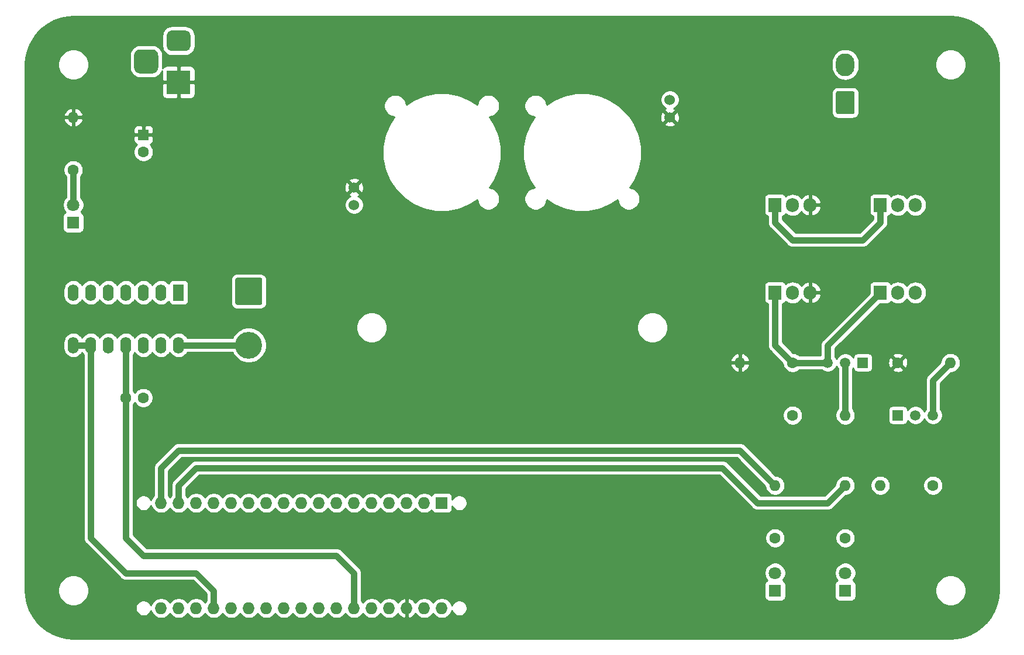
<source format=gbr>
From 9eb725941ec03b716ec8aa3311772bf98f978461 Mon Sep 17 00:00:00 2001
From: Blaise Thompson <blaise@untzag.com>
Date: Tue, 27 Jul 2021 17:01:50 -0500
Subject: LICENSE

---
 PCB/gerber/thermoelectric-tube-B_Cu.gbr | 7289 -------------------------------
 1 file changed, 7289 deletions(-)
 delete mode 100644 PCB/gerber/thermoelectric-tube-B_Cu.gbr

(limited to 'PCB/gerber/thermoelectric-tube-B_Cu.gbr')

diff --git a/PCB/gerber/thermoelectric-tube-B_Cu.gbr b/PCB/gerber/thermoelectric-tube-B_Cu.gbr
deleted file mode 100644
index 860f3ac..0000000
--- a/PCB/gerber/thermoelectric-tube-B_Cu.gbr
+++ /dev/null
@@ -1,7289 +0,0 @@
-G04 #@! TF.GenerationSoftware,KiCad,Pcbnew,5.1.8+dfsg1-1+b1*
-G04 #@! TF.CreationDate,2021-07-27T16:42:41-05:00*
-G04 #@! TF.ProjectId,thermoelectric-tube,74686572-6d6f-4656-9c65-63747269632d,B*
-G04 #@! TF.SameCoordinates,Original*
-G04 #@! TF.FileFunction,Copper,L2,Bot*
-G04 #@! TF.FilePolarity,Positive*
-%FSLAX46Y46*%
-G04 Gerber Fmt 4.6, Leading zero omitted, Abs format (unit mm)*
-G04 Created by KiCad (PCBNEW 5.1.8+dfsg1-1+b1) date 2021-07-27 16:42:41*
-%MOMM*%
-%LPD*%
-G01*
-G04 APERTURE LIST*
-G04 #@! TA.AperFunction,ComponentPad*
-%ADD10C,3.900000*%
-G04 #@! TD*
-G04 #@! TA.AperFunction,ComponentPad*
-%ADD11O,2.700000X3.300000*%
-G04 #@! TD*
-G04 #@! TA.AperFunction,ComponentPad*
-%ADD12O,1.727200X1.727200*%
-G04 #@! TD*
-G04 #@! TA.AperFunction,ComponentPad*
-%ADD13R,1.727200X1.727200*%
-G04 #@! TD*
-G04 #@! TA.AperFunction,ComponentPad*
-%ADD14C,1.524000*%
-G04 #@! TD*
-G04 #@! TA.AperFunction,ComponentPad*
-%ADD15O,1.600000X1.600000*%
-G04 #@! TD*
-G04 #@! TA.AperFunction,ComponentPad*
-%ADD16C,1.600000*%
-G04 #@! TD*
-G04 #@! TA.AperFunction,ComponentPad*
-%ADD17R,1.500000X1.500000*%
-G04 #@! TD*
-G04 #@! TA.AperFunction,ComponentPad*
-%ADD18C,1.500000*%
-G04 #@! TD*
-G04 #@! TA.AperFunction,ComponentPad*
-%ADD19O,1.600000X2.400000*%
-G04 #@! TD*
-G04 #@! TA.AperFunction,ComponentPad*
-%ADD20R,1.600000X2.400000*%
-G04 #@! TD*
-G04 #@! TA.AperFunction,ComponentPad*
-%ADD21O,1.905000X2.000000*%
-G04 #@! TD*
-G04 #@! TA.AperFunction,ComponentPad*
-%ADD22R,1.905000X2.000000*%
-G04 #@! TD*
-G04 #@! TA.AperFunction,ComponentPad*
-%ADD23R,3.500000X3.500000*%
-G04 #@! TD*
-G04 #@! TA.AperFunction,ComponentPad*
-%ADD24C,1.800000*%
-G04 #@! TD*
-G04 #@! TA.AperFunction,ComponentPad*
-%ADD25R,1.800000X1.800000*%
-G04 #@! TD*
-G04 #@! TA.AperFunction,ComponentPad*
-%ADD26R,1.600000X1.600000*%
-G04 #@! TD*
-G04 #@! TA.AperFunction,Conductor*
-%ADD27C,0.889000*%
-G04 #@! TD*
-G04 #@! TA.AperFunction,Conductor*
-%ADD28C,0.254000*%
-G04 #@! TD*
-G04 #@! TA.AperFunction,Conductor*
-%ADD29C,0.100000*%
-G04 #@! TD*
-G04 APERTURE END LIST*
-D10*
-X76200000Y-91440000D03*
-G04 #@! TA.AperFunction,ComponentPad*
-G36*
-G01*
-X74500001Y-81690000D02*
-X77899999Y-81690000D01*
-G75*
-G02*
-X78150000Y-81940001I0J-250001D01*
-G01*
-X78150000Y-85339999D01*
-G75*
-G02*
-X77899999Y-85590000I-250001J0D01*
-G01*
-X74500001Y-85590000D01*
-G75*
-G02*
-X74250000Y-85339999I0J250001D01*
-G01*
-X74250000Y-81940001D01*
-G75*
-G02*
-X74500001Y-81690000I250001J0D01*
-G01*
-G37*
-G04 #@! TD.AperFunction*
-D11*
-X162560000Y-50800000D03*
-G04 #@! TA.AperFunction,ComponentPad*
-G36*
-G01*
-X163910000Y-54900001D02*
-X163910000Y-57699999D01*
-G75*
-G02*
-X163659999Y-57950000I-250001J0D01*
-G01*
-X161460001Y-57950000D01*
-G75*
-G02*
-X161210000Y-57699999I0J250001D01*
-G01*
-X161210000Y-54900001D01*
-G75*
-G02*
-X161460001Y-54650000I250001J0D01*
-G01*
-X163659999Y-54650000D01*
-G75*
-G02*
-X163910000Y-54900001I0J-250001D01*
-G01*
-G37*
-G04 #@! TD.AperFunction*
-D12*
-X101600000Y-129540000D03*
-X83820000Y-129540000D03*
-X81280000Y-129540000D03*
-X78740000Y-129540000D03*
-X76200000Y-129540000D03*
-X73660000Y-129540000D03*
-X88900000Y-129540000D03*
-X66040000Y-114300000D03*
-X63500000Y-114300000D03*
-X63500000Y-129540000D03*
-X68580000Y-129540000D03*
-X68580000Y-114300000D03*
-X71120000Y-114300000D03*
-X73660000Y-114300000D03*
-X76200000Y-114300000D03*
-X78740000Y-114300000D03*
-X81280000Y-114300000D03*
-X83820000Y-114300000D03*
-X86360000Y-114300000D03*
-X88900000Y-114300000D03*
-X99060000Y-114300000D03*
-X96520000Y-114300000D03*
-X101600000Y-114300000D03*
-X93980000Y-129540000D03*
-X66040000Y-129540000D03*
-X91440000Y-129540000D03*
-X96520000Y-129540000D03*
-X91440000Y-114300000D03*
-X99060000Y-129540000D03*
-X71120000Y-129540000D03*
-X104140000Y-129540000D03*
-D13*
-X104140000Y-114300000D03*
-D12*
-X93980000Y-114300000D03*
-X86360000Y-129540000D03*
-D14*
-X137160000Y-58420000D03*
-X137160000Y-55880000D03*
-X91440000Y-68580000D03*
-X91440000Y-71120000D03*
-D15*
-X167640000Y-111760000D03*
-D16*
-X175260000Y-111760000D03*
-D17*
-X170180000Y-101600000D03*
-D18*
-X175260000Y-101600000D03*
-X172720000Y-101600000D03*
-D17*
-X165100000Y-93980000D03*
-D18*
-X160020000Y-93980000D03*
-X162560000Y-93980000D03*
-D19*
-X66040000Y-91440000D03*
-X50800000Y-83820000D03*
-X63500000Y-91440000D03*
-X53340000Y-83820000D03*
-X60960000Y-91440000D03*
-X55880000Y-83820000D03*
-X58420000Y-91440000D03*
-X58420000Y-83820000D03*
-X55880000Y-91440000D03*
-X60960000Y-83820000D03*
-X53340000Y-91440000D03*
-X63500000Y-83820000D03*
-X50800000Y-91440000D03*
-D20*
-X66040000Y-83820000D03*
-D15*
-X162560000Y-111760000D03*
-D16*
-X162560000Y-119380000D03*
-D15*
-X177800000Y-93980000D03*
-D16*
-X170180000Y-93980000D03*
-D15*
-X147320000Y-93980000D03*
-D16*
-X154940000Y-93980000D03*
-D15*
-X162560000Y-101600000D03*
-D16*
-X154940000Y-101600000D03*
-D15*
-X152400000Y-111760000D03*
-D16*
-X152400000Y-119380000D03*
-D15*
-X50800000Y-58420000D03*
-D16*
-X50800000Y-66040000D03*
-D21*
-X172720000Y-83820000D03*
-X170180000Y-83820000D03*
-D22*
-X167640000Y-83820000D03*
-D21*
-X157480000Y-83820000D03*
-X154940000Y-83820000D03*
-D22*
-X152400000Y-83820000D03*
-D21*
-X172720000Y-71120000D03*
-X170180000Y-71120000D03*
-D22*
-X167640000Y-71120000D03*
-D21*
-X157480000Y-71120000D03*
-X154940000Y-71120000D03*
-D22*
-X152400000Y-71120000D03*
-G04 #@! TA.AperFunction,ComponentPad*
-G36*
-G01*
-X60465000Y-48590000D02*
-X62215000Y-48590000D01*
-G75*
-G02*
-X63090000Y-49465000I0J-875000D01*
-G01*
-X63090000Y-51215000D01*
-G75*
-G02*
-X62215000Y-52090000I-875000J0D01*
-G01*
-X60465000Y-52090000D01*
-G75*
-G02*
-X59590000Y-51215000I0J875000D01*
-G01*
-X59590000Y-49465000D01*
-G75*
-G02*
-X60465000Y-48590000I875000J0D01*
-G01*
-G37*
-G04 #@! TD.AperFunction*
-G04 #@! TA.AperFunction,ComponentPad*
-G36*
-G01*
-X65040000Y-45840000D02*
-X67040000Y-45840000D01*
-G75*
-G02*
-X67790000Y-46590000I0J-750000D01*
-G01*
-X67790000Y-48090000D01*
-G75*
-G02*
-X67040000Y-48840000I-750000J0D01*
-G01*
-X65040000Y-48840000D01*
-G75*
-G02*
-X64290000Y-48090000I0J750000D01*
-G01*
-X64290000Y-46590000D01*
-G75*
-G02*
-X65040000Y-45840000I750000J0D01*
-G01*
-G37*
-G04 #@! TD.AperFunction*
-D23*
-X66040000Y-53340000D03*
-D24*
-X162560000Y-124460000D03*
-D25*
-X162560000Y-127000000D03*
-D24*
-X152400000Y-124460000D03*
-D25*
-X152400000Y-127000000D03*
-D24*
-X50800000Y-71120000D03*
-D25*
-X50800000Y-73660000D03*
-D16*
-X58420000Y-99060000D03*
-X60920000Y-99060000D03*
-X60960000Y-63460000D03*
-D26*
-X60960000Y-60960000D03*
-D27*
-X160020000Y-93980000D02*
-X154940000Y-93980000D01*
-X152400000Y-83820000D02*
-X152400000Y-91440000D01*
-X152400000Y-91440000D02*
-X154940000Y-93980000D01*
-X160020000Y-91487500D02*
-X160020000Y-93980000D01*
-X167640000Y-83820000D02*
-X167640000Y-83867500D01*
-X167640000Y-83867500D02*
-X160020000Y-91487500D01*
-X162560000Y-93980000D02*
-X162560000Y-101600000D01*
-X175260000Y-96520000D02*
-X177800000Y-93980000D01*
-X175260000Y-101600000D02*
-X175260000Y-96520000D01*
-X152400000Y-71120000D02*
-X152400000Y-73660000D01*
-X152400000Y-73660000D02*
-X154940000Y-76200000D01*
-X154940000Y-76200000D02*
-X165100000Y-76200000D01*
-X165100000Y-76200000D02*
-X167640000Y-73660000D01*
-X167640000Y-73660000D02*
-X167640000Y-71120000D01*
-X58420000Y-91440000D02*
-X58420000Y-99060000D01*
-X58420000Y-99060000D02*
-X58420000Y-119380000D01*
-X58420000Y-119380000D02*
-X60960000Y-121920000D01*
-X60960000Y-121920000D02*
-X88900000Y-121920000D01*
-X91440000Y-124460000D02*
-X91440000Y-129540000D01*
-X88900000Y-121920000D02*
-X91440000Y-124460000D01*
-X50800000Y-71120000D02*
-X50800000Y-66040000D01*
-X66040000Y-106680000D02*
-X63500000Y-109220000D01*
-X63500000Y-109220000D02*
-X63500000Y-114300000D01*
-X147320000Y-106680000D02*
-X66040000Y-106680000D01*
-X152400000Y-111760000D02*
-X147320000Y-106680000D01*
-X66040000Y-114300000D02*
-X66040000Y-111760000D01*
-X66040000Y-111760000D02*
-X68580000Y-109220000D01*
-X68580000Y-109220000D02*
-X144780000Y-109220000D01*
-X144780000Y-109220000D02*
-X149860000Y-114300000D01*
-X160020000Y-114300000D02*
-X162560000Y-111760000D01*
-X149860000Y-114300000D02*
-X160020000Y-114300000D01*
-X76200000Y-91440000D02*
-X66040000Y-91440000D01*
-X53340000Y-91440000D02*
-X50800000Y-91440000D01*
-X53340000Y-119380000D02*
-X58420000Y-124460000D01*
-X53340000Y-91440000D02*
-X53340000Y-119380000D01*
-X58420000Y-124460000D02*
-X68580000Y-124460000D01*
-X68580000Y-124460000D02*
-X71120000Y-127000000D01*
-X71120000Y-127000000D02*
-X71120000Y-129540000D01*
-D28*
-X178804470Y-43914617D02*
-X179787898Y-44131739D01*
-X180729675Y-44488546D01*
-X181610095Y-44977575D01*
-X182410687Y-45588569D01*
-X183114694Y-46308732D01*
-X183707370Y-47122987D01*
-X184176296Y-48014269D01*
-X184511647Y-48963900D01*
-X184707127Y-49955692D01*
-X184760000Y-50820164D01*
-X184760001Y-126976080D01*
-X184685382Y-128004470D01*
-X184468262Y-128987896D01*
-X184111454Y-129929675D01*
-X183622424Y-130810095D01*
-X183011435Y-131610684D01*
-X182291268Y-132314694D01*
-X181477013Y-132907370D01*
-X180585731Y-133376296D01*
-X179636099Y-133711647D01*
-X178644309Y-133907127D01*
-X177779835Y-133960000D01*
-X50823906Y-133960000D01*
-X49795530Y-133885382D01*
-X48812104Y-133668262D01*
-X47870325Y-133311454D01*
-X46989905Y-132822424D01*
-X46189316Y-132211435D01*
-X45485306Y-131491268D01*
-X44892630Y-130677013D01*
-X44423704Y-129785731D01*
-X44088353Y-128836099D01*
-X43892873Y-127844309D01*
-X43840000Y-126979835D01*
-X43840000Y-126779872D01*
-X48565000Y-126779872D01*
-X48565000Y-127220128D01*
-X48650890Y-127651925D01*
-X48819369Y-128058669D01*
-X49063962Y-128424729D01*
-X49375271Y-128736038D01*
-X49741331Y-128980631D01*
-X50148075Y-129149110D01*
-X50579872Y-129235000D01*
-X51020128Y-129235000D01*
-X51451925Y-129149110D01*
-X51858669Y-128980631D01*
-X52224729Y-128736038D01*
-X52536038Y-128424729D01*
-X52780631Y-128058669D01*
-X52949110Y-127651925D01*
-X53035000Y-127220128D01*
-X53035000Y-126779872D01*
-X52949110Y-126348075D01*
-X52780631Y-125941331D01*
-X52536038Y-125575271D01*
-X52224729Y-125263962D01*
-X51858669Y-125019369D01*
-X51451925Y-124850890D01*
-X51020128Y-124765000D01*
-X50579872Y-124765000D01*
-X50148075Y-124850890D01*
-X49741331Y-125019369D01*
-X49375271Y-125263962D01*
-X49063962Y-125575271D01*
-X48819369Y-125941331D01*
-X48650890Y-126348075D01*
-X48565000Y-126779872D01*
-X43840000Y-126779872D01*
-X43840000Y-90969508D01*
-X49365000Y-90969508D01*
-X49365000Y-91910491D01*
-X49385764Y-92121308D01*
-X49467818Y-92391807D01*
-X49601068Y-92641100D01*
-X49780392Y-92859607D01*
-X49998899Y-93038932D01*
-X50248192Y-93172182D01*
-X50518691Y-93254236D01*
-X50800000Y-93281943D01*
-X51081308Y-93254236D01*
-X51351807Y-93172182D01*
-X51601100Y-93038932D01*
-X51819607Y-92859608D01*
-X51998932Y-92641101D01*
-X52063929Y-92519500D01*
-X52076071Y-92519500D01*
-X52141068Y-92641100D01*
-X52260500Y-92786628D01*
-X52260501Y-119326961D01*
-X52255277Y-119380000D01*
-X52276120Y-119591618D01*
-X52337847Y-119795104D01*
-X52337848Y-119795106D01*
-X52438087Y-119982640D01*
-X52572986Y-120147015D01*
-X52614180Y-120180822D01*
-X57619180Y-125185824D01*
-X57652985Y-125227015D01*
-X57817360Y-125361914D01*
-X58004894Y-125462153D01*
-X58208381Y-125523880D01*
-X58420000Y-125544723D01*
-X58473029Y-125539500D01*
-X68132858Y-125539500D01*
-X70040500Y-127447143D01*
-X70040501Y-128500158D01*
-X69955961Y-128584698D01*
-X69850000Y-128743281D01*
-X69744039Y-128584698D01*
-X69535302Y-128375961D01*
-X69289853Y-128211958D01*
-X69017125Y-128098990D01*
-X68727599Y-128041400D01*
-X68432401Y-128041400D01*
-X68142875Y-128098990D01*
-X67870147Y-128211958D01*
-X67624698Y-128375961D01*
-X67415961Y-128584698D01*
-X67310000Y-128743281D01*
-X67204039Y-128584698D01*
-X66995302Y-128375961D01*
-X66749853Y-128211958D01*
-X66477125Y-128098990D01*
-X66187599Y-128041400D01*
-X65892401Y-128041400D01*
-X65602875Y-128098990D01*
-X65330147Y-128211958D01*
-X65084698Y-128375961D01*
-X64875961Y-128584698D01*
-X64770000Y-128743281D01*
-X64664039Y-128584698D01*
-X64455302Y-128375961D01*
-X64209853Y-128211958D01*
-X63937125Y-128098990D01*
-X63647599Y-128041400D01*
-X63352401Y-128041400D01*
-X63062875Y-128098990D01*
-X62790147Y-128211958D01*
-X62544698Y-128375961D01*
-X62335961Y-128584698D01*
-X62171958Y-128830147D01*
-X62058990Y-129102875D01*
-X62045079Y-129172810D01*
-X61972913Y-128998587D01*
-X61847826Y-128811380D01*
-X61688620Y-128652174D01*
-X61501413Y-128527087D01*
-X61293401Y-128440925D01*
-X61072576Y-128397000D01*
-X60847424Y-128397000D01*
-X60626599Y-128440925D01*
-X60418587Y-128527087D01*
-X60231380Y-128652174D01*
-X60072174Y-128811380D01*
-X59947087Y-128998587D01*
-X59860925Y-129206599D01*
-X59817000Y-129427424D01*
-X59817000Y-129652576D01*
-X59860925Y-129873401D01*
-X59947087Y-130081413D01*
-X60072174Y-130268620D01*
-X60231380Y-130427826D01*
-X60418587Y-130552913D01*
-X60626599Y-130639075D01*
-X60847424Y-130683000D01*
-X61072576Y-130683000D01*
-X61293401Y-130639075D01*
-X61501413Y-130552913D01*
-X61688620Y-130427826D01*
-X61847826Y-130268620D01*
-X61972913Y-130081413D01*
-X62045079Y-129907190D01*
-X62058990Y-129977125D01*
-X62171958Y-130249853D01*
-X62335961Y-130495302D01*
-X62544698Y-130704039D01*
-X62790147Y-130868042D01*
-X63062875Y-130981010D01*
-X63352401Y-131038600D01*
-X63647599Y-131038600D01*
-X63937125Y-130981010D01*
-X64209853Y-130868042D01*
-X64455302Y-130704039D01*
-X64664039Y-130495302D01*
-X64770000Y-130336719D01*
-X64875961Y-130495302D01*
-X65084698Y-130704039D01*
-X65330147Y-130868042D01*
-X65602875Y-130981010D01*
-X65892401Y-131038600D01*
-X66187599Y-131038600D01*
-X66477125Y-130981010D01*
-X66749853Y-130868042D01*
-X66995302Y-130704039D01*
-X67204039Y-130495302D01*
-X67310000Y-130336719D01*
-X67415961Y-130495302D01*
-X67624698Y-130704039D01*
-X67870147Y-130868042D01*
-X68142875Y-130981010D01*
-X68432401Y-131038600D01*
-X68727599Y-131038600D01*
-X69017125Y-130981010D01*
-X69289853Y-130868042D01*
-X69535302Y-130704039D01*
-X69744039Y-130495302D01*
-X69850000Y-130336719D01*
-X69955961Y-130495302D01*
-X70164698Y-130704039D01*
-X70410147Y-130868042D01*
-X70682875Y-130981010D01*
-X70972401Y-131038600D01*
-X71267599Y-131038600D01*
-X71557125Y-130981010D01*
-X71829853Y-130868042D01*
-X72075302Y-130704039D01*
-X72284039Y-130495302D01*
-X72390000Y-130336719D01*
-X72495961Y-130495302D01*
-X72704698Y-130704039D01*
-X72950147Y-130868042D01*
-X73222875Y-130981010D01*
-X73512401Y-131038600D01*
-X73807599Y-131038600D01*
-X74097125Y-130981010D01*
-X74369853Y-130868042D01*
-X74615302Y-130704039D01*
-X74824039Y-130495302D01*
-X74930000Y-130336719D01*
-X75035961Y-130495302D01*
-X75244698Y-130704039D01*
-X75490147Y-130868042D01*
-X75762875Y-130981010D01*
-X76052401Y-131038600D01*
-X76347599Y-131038600D01*
-X76637125Y-130981010D01*
-X76909853Y-130868042D01*
-X77155302Y-130704039D01*
-X77364039Y-130495302D01*
-X77470000Y-130336719D01*
-X77575961Y-130495302D01*
-X77784698Y-130704039D01*
-X78030147Y-130868042D01*
-X78302875Y-130981010D01*
-X78592401Y-131038600D01*
-X78887599Y-131038600D01*
-X79177125Y-130981010D01*
-X79449853Y-130868042D01*
-X79695302Y-130704039D01*
-X79904039Y-130495302D01*
-X80010000Y-130336719D01*
-X80115961Y-130495302D01*
-X80324698Y-130704039D01*
-X80570147Y-130868042D01*
-X80842875Y-130981010D01*
-X81132401Y-131038600D01*
-X81427599Y-131038600D01*
-X81717125Y-130981010D01*
-X81989853Y-130868042D01*
-X82235302Y-130704039D01*
-X82444039Y-130495302D01*
-X82550000Y-130336719D01*
-X82655961Y-130495302D01*
-X82864698Y-130704039D01*
-X83110147Y-130868042D01*
-X83382875Y-130981010D01*
-X83672401Y-131038600D01*
-X83967599Y-131038600D01*
-X84257125Y-130981010D01*
-X84529853Y-130868042D01*
-X84775302Y-130704039D01*
-X84984039Y-130495302D01*
-X85090000Y-130336719D01*
-X85195961Y-130495302D01*
-X85404698Y-130704039D01*
-X85650147Y-130868042D01*
-X85922875Y-130981010D01*
-X86212401Y-131038600D01*
-X86507599Y-131038600D01*
-X86797125Y-130981010D01*
-X87069853Y-130868042D01*
-X87315302Y-130704039D01*
-X87524039Y-130495302D01*
-X87630000Y-130336719D01*
-X87735961Y-130495302D01*
-X87944698Y-130704039D01*
-X88190147Y-130868042D01*
-X88462875Y-130981010D01*
-X88752401Y-131038600D01*
-X89047599Y-131038600D01*
-X89337125Y-130981010D01*
-X89609853Y-130868042D01*
-X89855302Y-130704039D01*
-X90064039Y-130495302D01*
-X90170000Y-130336719D01*
-X90275961Y-130495302D01*
-X90484698Y-130704039D01*
-X90730147Y-130868042D01*
-X91002875Y-130981010D01*
-X91292401Y-131038600D01*
-X91587599Y-131038600D01*
-X91877125Y-130981010D01*
-X92149853Y-130868042D01*
-X92395302Y-130704039D01*
-X92604039Y-130495302D01*
-X92710000Y-130336719D01*
-X92815961Y-130495302D01*
-X93024698Y-130704039D01*
-X93270147Y-130868042D01*
-X93542875Y-130981010D01*
-X93832401Y-131038600D01*
-X94127599Y-131038600D01*
-X94417125Y-130981010D01*
-X94689853Y-130868042D01*
-X94935302Y-130704039D01*
-X95144039Y-130495302D01*
-X95250000Y-130336719D01*
-X95355961Y-130495302D01*
-X95564698Y-130704039D01*
-X95810147Y-130868042D01*
-X96082875Y-130981010D01*
-X96372401Y-131038600D01*
-X96667599Y-131038600D01*
-X96957125Y-130981010D01*
-X97229853Y-130868042D01*
-X97475302Y-130704039D01*
-X97684039Y-130495302D01*
-X97791692Y-130334187D01*
-X97953146Y-130550293D01*
-X98171512Y-130746817D01*
-X98424022Y-130896964D01*
-X98700973Y-130994963D01*
-X98933000Y-130874464D01*
-X98933000Y-129667000D01*
-X98913000Y-129667000D01*
-X98913000Y-129413000D01*
-X98933000Y-129413000D01*
-X98933000Y-128205536D01*
-X99187000Y-128205536D01*
-X99187000Y-129413000D01*
-X99207000Y-129413000D01*
-X99207000Y-129667000D01*
-X99187000Y-129667000D01*
-X99187000Y-130874464D01*
-X99419027Y-130994963D01*
-X99695978Y-130896964D01*
-X99948488Y-130746817D01*
-X100166854Y-130550293D01*
-X100328308Y-130334187D01*
-X100435961Y-130495302D01*
-X100644698Y-130704039D01*
-X100890147Y-130868042D01*
-X101162875Y-130981010D01*
-X101452401Y-131038600D01*
-X101747599Y-131038600D01*
-X102037125Y-130981010D01*
-X102309853Y-130868042D01*
-X102555302Y-130704039D01*
-X102764039Y-130495302D01*
-X102870000Y-130336719D01*
-X102975961Y-130495302D01*
-X103184698Y-130704039D01*
-X103430147Y-130868042D01*
-X103702875Y-130981010D01*
-X103992401Y-131038600D01*
-X104287599Y-131038600D01*
-X104577125Y-130981010D01*
-X104849853Y-130868042D01*
-X105095302Y-130704039D01*
-X105304039Y-130495302D01*
-X105468042Y-130249853D01*
-X105581010Y-129977125D01*
-X105594921Y-129907190D01*
-X105667087Y-130081413D01*
-X105792174Y-130268620D01*
-X105951380Y-130427826D01*
-X106138587Y-130552913D01*
-X106346599Y-130639075D01*
-X106567424Y-130683000D01*
-X106792576Y-130683000D01*
-X107013401Y-130639075D01*
-X107221413Y-130552913D01*
-X107408620Y-130427826D01*
-X107567826Y-130268620D01*
-X107692913Y-130081413D01*
-X107779075Y-129873401D01*
-X107823000Y-129652576D01*
-X107823000Y-129427424D01*
-X107779075Y-129206599D01*
-X107692913Y-128998587D01*
-X107567826Y-128811380D01*
-X107408620Y-128652174D01*
-X107221413Y-128527087D01*
-X107013401Y-128440925D01*
-X106792576Y-128397000D01*
-X106567424Y-128397000D01*
-X106346599Y-128440925D01*
-X106138587Y-128527087D01*
-X105951380Y-128652174D01*
-X105792174Y-128811380D01*
-X105667087Y-128998587D01*
-X105594921Y-129172810D01*
-X105581010Y-129102875D01*
-X105468042Y-128830147D01*
-X105304039Y-128584698D01*
-X105095302Y-128375961D01*
-X104849853Y-128211958D01*
-X104577125Y-128098990D01*
-X104287599Y-128041400D01*
-X103992401Y-128041400D01*
-X103702875Y-128098990D01*
-X103430147Y-128211958D01*
-X103184698Y-128375961D01*
-X102975961Y-128584698D01*
-X102870000Y-128743281D01*
-X102764039Y-128584698D01*
-X102555302Y-128375961D01*
-X102309853Y-128211958D01*
-X102037125Y-128098990D01*
-X101747599Y-128041400D01*
-X101452401Y-128041400D01*
-X101162875Y-128098990D01*
-X100890147Y-128211958D01*
-X100644698Y-128375961D01*
-X100435961Y-128584698D01*
-X100328308Y-128745813D01*
-X100166854Y-128529707D01*
-X99948488Y-128333183D01*
-X99695978Y-128183036D01*
-X99419027Y-128085037D01*
-X99187000Y-128205536D01*
-X98933000Y-128205536D01*
-X98700973Y-128085037D01*
-X98424022Y-128183036D01*
-X98171512Y-128333183D01*
-X97953146Y-128529707D01*
-X97791692Y-128745813D01*
-X97684039Y-128584698D01*
-X97475302Y-128375961D01*
-X97229853Y-128211958D01*
-X96957125Y-128098990D01*
-X96667599Y-128041400D01*
-X96372401Y-128041400D01*
-X96082875Y-128098990D01*
-X95810147Y-128211958D01*
-X95564698Y-128375961D01*
-X95355961Y-128584698D01*
-X95250000Y-128743281D01*
-X95144039Y-128584698D01*
-X94935302Y-128375961D01*
-X94689853Y-128211958D01*
-X94417125Y-128098990D01*
-X94127599Y-128041400D01*
-X93832401Y-128041400D01*
-X93542875Y-128098990D01*
-X93270147Y-128211958D01*
-X93024698Y-128375961D01*
-X92815961Y-128584698D01*
-X92710000Y-128743281D01*
-X92604039Y-128584698D01*
-X92519500Y-128500159D01*
-X92519500Y-126100000D01*
-X150861928Y-126100000D01*
-X150861928Y-127900000D01*
-X150874188Y-128024482D01*
-X150910498Y-128144180D01*
-X150969463Y-128254494D01*
-X151048815Y-128351185D01*
-X151145506Y-128430537D01*
-X151255820Y-128489502D01*
-X151375518Y-128525812D01*
-X151500000Y-128538072D01*
-X153300000Y-128538072D01*
-X153424482Y-128525812D01*
-X153544180Y-128489502D01*
-X153654494Y-128430537D01*
-X153751185Y-128351185D01*
-X153830537Y-128254494D01*
-X153889502Y-128144180D01*
-X153925812Y-128024482D01*
-X153938072Y-127900000D01*
-X153938072Y-126100000D01*
-X161021928Y-126100000D01*
-X161021928Y-127900000D01*
-X161034188Y-128024482D01*
-X161070498Y-128144180D01*
-X161129463Y-128254494D01*
-X161208815Y-128351185D01*
-X161305506Y-128430537D01*
-X161415820Y-128489502D01*
-X161535518Y-128525812D01*
-X161660000Y-128538072D01*
-X163460000Y-128538072D01*
-X163584482Y-128525812D01*
-X163704180Y-128489502D01*
-X163814494Y-128430537D01*
-X163911185Y-128351185D01*
-X163990537Y-128254494D01*
-X164049502Y-128144180D01*
-X164085812Y-128024482D01*
-X164098072Y-127900000D01*
-X164098072Y-126779872D01*
-X175565000Y-126779872D01*
-X175565000Y-127220128D01*
-X175650890Y-127651925D01*
-X175819369Y-128058669D01*
-X176063962Y-128424729D01*
-X176375271Y-128736038D01*
-X176741331Y-128980631D01*
-X177148075Y-129149110D01*
-X177579872Y-129235000D01*
-X178020128Y-129235000D01*
-X178451925Y-129149110D01*
-X178858669Y-128980631D01*
-X179224729Y-128736038D01*
-X179536038Y-128424729D01*
-X179780631Y-128058669D01*
-X179949110Y-127651925D01*
-X180035000Y-127220128D01*
-X180035000Y-126779872D01*
-X179949110Y-126348075D01*
-X179780631Y-125941331D01*
-X179536038Y-125575271D01*
-X179224729Y-125263962D01*
-X178858669Y-125019369D01*
-X178451925Y-124850890D01*
-X178020128Y-124765000D01*
-X177579872Y-124765000D01*
-X177148075Y-124850890D01*
-X176741331Y-125019369D01*
-X176375271Y-125263962D01*
-X176063962Y-125575271D01*
-X175819369Y-125941331D01*
-X175650890Y-126348075D01*
-X175565000Y-126779872D01*
-X164098072Y-126779872D01*
-X164098072Y-126100000D01*
-X164085812Y-125975518D01*
-X164049502Y-125855820D01*
-X163990537Y-125745506D01*
-X163911185Y-125648815D01*
-X163814494Y-125569463D01*
-X163704180Y-125510498D01*
-X163685873Y-125504944D01*
-X163752312Y-125438505D01*
-X163920299Y-125187095D01*
-X164036011Y-124907743D01*
-X164095000Y-124611184D01*
-X164095000Y-124308816D01*
-X164036011Y-124012257D01*
-X163920299Y-123732905D01*
-X163752312Y-123481495D01*
-X163538505Y-123267688D01*
-X163287095Y-123099701D01*
-X163007743Y-122983989D01*
-X162711184Y-122925000D01*
-X162408816Y-122925000D01*
-X162112257Y-122983989D01*
-X161832905Y-123099701D01*
-X161581495Y-123267688D01*
-X161367688Y-123481495D01*
-X161199701Y-123732905D01*
-X161083989Y-124012257D01*
-X161025000Y-124308816D01*
-X161025000Y-124611184D01*
-X161083989Y-124907743D01*
-X161199701Y-125187095D01*
-X161367688Y-125438505D01*
-X161434127Y-125504944D01*
-X161415820Y-125510498D01*
-X161305506Y-125569463D01*
-X161208815Y-125648815D01*
-X161129463Y-125745506D01*
-X161070498Y-125855820D01*
-X161034188Y-125975518D01*
-X161021928Y-126100000D01*
-X153938072Y-126100000D01*
-X153925812Y-125975518D01*
-X153889502Y-125855820D01*
-X153830537Y-125745506D01*
-X153751185Y-125648815D01*
-X153654494Y-125569463D01*
-X153544180Y-125510498D01*
-X153525873Y-125504944D01*
-X153592312Y-125438505D01*
-X153760299Y-125187095D01*
-X153876011Y-124907743D01*
-X153935000Y-124611184D01*
-X153935000Y-124308816D01*
-X153876011Y-124012257D01*
-X153760299Y-123732905D01*
-X153592312Y-123481495D01*
-X153378505Y-123267688D01*
-X153127095Y-123099701D01*
-X152847743Y-122983989D01*
-X152551184Y-122925000D01*
-X152248816Y-122925000D01*
-X151952257Y-122983989D01*
-X151672905Y-123099701D01*
-X151421495Y-123267688D01*
-X151207688Y-123481495D01*
-X151039701Y-123732905D01*
-X150923989Y-124012257D01*
-X150865000Y-124308816D01*
-X150865000Y-124611184D01*
-X150923989Y-124907743D01*
-X151039701Y-125187095D01*
-X151207688Y-125438505D01*
-X151274127Y-125504944D01*
-X151255820Y-125510498D01*
-X151145506Y-125569463D01*
-X151048815Y-125648815D01*
-X150969463Y-125745506D01*
-X150910498Y-125855820D01*
-X150874188Y-125975518D01*
-X150861928Y-126100000D01*
-X92519500Y-126100000D01*
-X92519500Y-124513021D01*
-X92524722Y-124459999D01*
-X92519500Y-124406978D01*
-X92519500Y-124406971D01*
-X92503880Y-124248381D01*
-X92442153Y-124044894D01*
-X92341914Y-123857360D01*
-X92207015Y-123692985D01*
-X92165821Y-123659178D01*
-X89700827Y-121194185D01*
-X89667015Y-121152985D01*
-X89502640Y-121018086D01*
-X89315106Y-120917847D01*
-X89111619Y-120856120D01*
-X88953029Y-120840500D01*
-X88900000Y-120835277D01*
-X88846971Y-120840500D01*
-X61407143Y-120840500D01*
-X59805308Y-119238665D01*
-X150965000Y-119238665D01*
-X150965000Y-119521335D01*
-X151020147Y-119798574D01*
-X151128320Y-120059727D01*
-X151285363Y-120294759D01*
-X151485241Y-120494637D01*
-X151720273Y-120651680D01*
-X151981426Y-120759853D01*
-X152258665Y-120815000D01*
-X152541335Y-120815000D01*
-X152818574Y-120759853D01*
-X153079727Y-120651680D01*
-X153314759Y-120494637D01*
-X153514637Y-120294759D01*
-X153671680Y-120059727D01*
-X153779853Y-119798574D01*
-X153835000Y-119521335D01*
-X153835000Y-119238665D01*
-X161125000Y-119238665D01*
-X161125000Y-119521335D01*
-X161180147Y-119798574D01*
-X161288320Y-120059727D01*
-X161445363Y-120294759D01*
-X161645241Y-120494637D01*
-X161880273Y-120651680D01*
-X162141426Y-120759853D01*
-X162418665Y-120815000D01*
-X162701335Y-120815000D01*
-X162978574Y-120759853D01*
-X163239727Y-120651680D01*
-X163474759Y-120494637D01*
-X163674637Y-120294759D01*
-X163831680Y-120059727D01*
-X163939853Y-119798574D01*
-X163995000Y-119521335D01*
-X163995000Y-119238665D01*
-X163939853Y-118961426D01*
-X163831680Y-118700273D01*
-X163674637Y-118465241D01*
-X163474759Y-118265363D01*
-X163239727Y-118108320D01*
-X162978574Y-118000147D01*
-X162701335Y-117945000D01*
-X162418665Y-117945000D01*
-X162141426Y-118000147D01*
-X161880273Y-118108320D01*
-X161645241Y-118265363D01*
-X161445363Y-118465241D01*
-X161288320Y-118700273D01*
-X161180147Y-118961426D01*
-X161125000Y-119238665D01*
-X153835000Y-119238665D01*
-X153779853Y-118961426D01*
-X153671680Y-118700273D01*
-X153514637Y-118465241D01*
-X153314759Y-118265363D01*
-X153079727Y-118108320D01*
-X152818574Y-118000147D01*
-X152541335Y-117945000D01*
-X152258665Y-117945000D01*
-X151981426Y-118000147D01*
-X151720273Y-118108320D01*
-X151485241Y-118265363D01*
-X151285363Y-118465241D01*
-X151128320Y-118700273D01*
-X151020147Y-118961426D01*
-X150965000Y-119238665D01*
-X59805308Y-119238665D01*
-X59499500Y-118932858D01*
-X59499500Y-114187424D01*
-X59817000Y-114187424D01*
-X59817000Y-114412576D01*
-X59860925Y-114633401D01*
-X59947087Y-114841413D01*
-X60072174Y-115028620D01*
-X60231380Y-115187826D01*
-X60418587Y-115312913D01*
-X60626599Y-115399075D01*
-X60847424Y-115443000D01*
-X61072576Y-115443000D01*
-X61293401Y-115399075D01*
-X61501413Y-115312913D01*
-X61688620Y-115187826D01*
-X61847826Y-115028620D01*
-X61972913Y-114841413D01*
-X62045079Y-114667190D01*
-X62058990Y-114737125D01*
-X62171958Y-115009853D01*
-X62335961Y-115255302D01*
-X62544698Y-115464039D01*
-X62790147Y-115628042D01*
-X63062875Y-115741010D01*
-X63352401Y-115798600D01*
-X63647599Y-115798600D01*
-X63937125Y-115741010D01*
-X64209853Y-115628042D01*
-X64455302Y-115464039D01*
-X64664039Y-115255302D01*
-X64770000Y-115096719D01*
-X64875961Y-115255302D01*
-X65084698Y-115464039D01*
-X65330147Y-115628042D01*
-X65602875Y-115741010D01*
-X65892401Y-115798600D01*
-X66187599Y-115798600D01*
-X66477125Y-115741010D01*
-X66749853Y-115628042D01*
-X66995302Y-115464039D01*
-X67204039Y-115255302D01*
-X67310000Y-115096719D01*
-X67415961Y-115255302D01*
-X67624698Y-115464039D01*
-X67870147Y-115628042D01*
-X68142875Y-115741010D01*
-X68432401Y-115798600D01*
-X68727599Y-115798600D01*
-X69017125Y-115741010D01*
-X69289853Y-115628042D01*
-X69535302Y-115464039D01*
-X69744039Y-115255302D01*
-X69850000Y-115096719D01*
-X69955961Y-115255302D01*
-X70164698Y-115464039D01*
-X70410147Y-115628042D01*
-X70682875Y-115741010D01*
-X70972401Y-115798600D01*
-X71267599Y-115798600D01*
-X71557125Y-115741010D01*
-X71829853Y-115628042D01*
-X72075302Y-115464039D01*
-X72284039Y-115255302D01*
-X72390000Y-115096719D01*
-X72495961Y-115255302D01*
-X72704698Y-115464039D01*
-X72950147Y-115628042D01*
-X73222875Y-115741010D01*
-X73512401Y-115798600D01*
-X73807599Y-115798600D01*
-X74097125Y-115741010D01*
-X74369853Y-115628042D01*
-X74615302Y-115464039D01*
-X74824039Y-115255302D01*
-X74930000Y-115096719D01*
-X75035961Y-115255302D01*
-X75244698Y-115464039D01*
-X75490147Y-115628042D01*
-X75762875Y-115741010D01*
-X76052401Y-115798600D01*
-X76347599Y-115798600D01*
-X76637125Y-115741010D01*
-X76909853Y-115628042D01*
-X77155302Y-115464039D01*
-X77364039Y-115255302D01*
-X77470000Y-115096719D01*
-X77575961Y-115255302D01*
-X77784698Y-115464039D01*
-X78030147Y-115628042D01*
-X78302875Y-115741010D01*
-X78592401Y-115798600D01*
-X78887599Y-115798600D01*
-X79177125Y-115741010D01*
-X79449853Y-115628042D01*
-X79695302Y-115464039D01*
-X79904039Y-115255302D01*
-X80010000Y-115096719D01*
-X80115961Y-115255302D01*
-X80324698Y-115464039D01*
-X80570147Y-115628042D01*
-X80842875Y-115741010D01*
-X81132401Y-115798600D01*
-X81427599Y-115798600D01*
-X81717125Y-115741010D01*
-X81989853Y-115628042D01*
-X82235302Y-115464039D01*
-X82444039Y-115255302D01*
-X82550000Y-115096719D01*
-X82655961Y-115255302D01*
-X82864698Y-115464039D01*
-X83110147Y-115628042D01*
-X83382875Y-115741010D01*
-X83672401Y-115798600D01*
-X83967599Y-115798600D01*
-X84257125Y-115741010D01*
-X84529853Y-115628042D01*
-X84775302Y-115464039D01*
-X84984039Y-115255302D01*
-X85090000Y-115096719D01*
-X85195961Y-115255302D01*
-X85404698Y-115464039D01*
-X85650147Y-115628042D01*
-X85922875Y-115741010D01*
-X86212401Y-115798600D01*
-X86507599Y-115798600D01*
-X86797125Y-115741010D01*
-X87069853Y-115628042D01*
-X87315302Y-115464039D01*
-X87524039Y-115255302D01*
-X87630000Y-115096719D01*
-X87735961Y-115255302D01*
-X87944698Y-115464039D01*
-X88190147Y-115628042D01*
-X88462875Y-115741010D01*
-X88752401Y-115798600D01*
-X89047599Y-115798600D01*
-X89337125Y-115741010D01*
-X89609853Y-115628042D01*
-X89855302Y-115464039D01*
-X90064039Y-115255302D01*
-X90170000Y-115096719D01*
-X90275961Y-115255302D01*
-X90484698Y-115464039D01*
-X90730147Y-115628042D01*
-X91002875Y-115741010D01*
-X91292401Y-115798600D01*
-X91587599Y-115798600D01*
-X91877125Y-115741010D01*
-X92149853Y-115628042D01*
-X92395302Y-115464039D01*
-X92604039Y-115255302D01*
-X92710000Y-115096719D01*
-X92815961Y-115255302D01*
-X93024698Y-115464039D01*
-X93270147Y-115628042D01*
-X93542875Y-115741010D01*
-X93832401Y-115798600D01*
-X94127599Y-115798600D01*
-X94417125Y-115741010D01*
-X94689853Y-115628042D01*
-X94935302Y-115464039D01*
-X95144039Y-115255302D01*
-X95250000Y-115096719D01*
-X95355961Y-115255302D01*
-X95564698Y-115464039D01*
-X95810147Y-115628042D01*
-X96082875Y-115741010D01*
-X96372401Y-115798600D01*
-X96667599Y-115798600D01*
-X96957125Y-115741010D01*
-X97229853Y-115628042D01*
-X97475302Y-115464039D01*
-X97684039Y-115255302D01*
-X97790000Y-115096719D01*
-X97895961Y-115255302D01*
-X98104698Y-115464039D01*
-X98350147Y-115628042D01*
-X98622875Y-115741010D01*
-X98912401Y-115798600D01*
-X99207599Y-115798600D01*
-X99497125Y-115741010D01*
-X99769853Y-115628042D01*
-X100015302Y-115464039D01*
-X100224039Y-115255302D01*
-X100330000Y-115096719D01*
-X100435961Y-115255302D01*
-X100644698Y-115464039D01*
-X100890147Y-115628042D01*
-X101162875Y-115741010D01*
-X101452401Y-115798600D01*
-X101747599Y-115798600D01*
-X102037125Y-115741010D01*
-X102309853Y-115628042D01*
-X102555302Y-115464039D01*
-X102669364Y-115349977D01*
-X102686898Y-115407780D01*
-X102745863Y-115518094D01*
-X102825215Y-115614785D01*
-X102921906Y-115694137D01*
-X103032220Y-115753102D01*
-X103151918Y-115789412D01*
-X103276400Y-115801672D01*
-X105003600Y-115801672D01*
-X105128082Y-115789412D01*
-X105247780Y-115753102D01*
-X105358094Y-115694137D01*
-X105454785Y-115614785D01*
-X105534137Y-115518094D01*
-X105593102Y-115407780D01*
-X105629412Y-115288082D01*
-X105641672Y-115163600D01*
-X105641672Y-114780056D01*
-X105667087Y-114841413D01*
-X105792174Y-115028620D01*
-X105951380Y-115187826D01*
-X106138587Y-115312913D01*
-X106346599Y-115399075D01*
-X106567424Y-115443000D01*
-X106792576Y-115443000D01*
-X107013401Y-115399075D01*
-X107221413Y-115312913D01*
-X107408620Y-115187826D01*
-X107567826Y-115028620D01*
-X107692913Y-114841413D01*
-X107779075Y-114633401D01*
-X107823000Y-114412576D01*
-X107823000Y-114187424D01*
-X107779075Y-113966599D01*
-X107692913Y-113758587D01*
-X107567826Y-113571380D01*
-X107408620Y-113412174D01*
-X107221413Y-113287087D01*
-X107013401Y-113200925D01*
-X106792576Y-113157000D01*
-X106567424Y-113157000D01*
-X106346599Y-113200925D01*
-X106138587Y-113287087D01*
-X105951380Y-113412174D01*
-X105792174Y-113571380D01*
-X105667087Y-113758587D01*
-X105641672Y-113819944D01*
-X105641672Y-113436400D01*
-X105629412Y-113311918D01*
-X105593102Y-113192220D01*
-X105534137Y-113081906D01*
-X105454785Y-112985215D01*
-X105358094Y-112905863D01*
-X105247780Y-112846898D01*
-X105128082Y-112810588D01*
-X105003600Y-112798328D01*
-X103276400Y-112798328D01*
-X103151918Y-112810588D01*
-X103032220Y-112846898D01*
-X102921906Y-112905863D01*
-X102825215Y-112985215D01*
-X102745863Y-113081906D01*
-X102686898Y-113192220D01*
-X102669364Y-113250023D01*
-X102555302Y-113135961D01*
-X102309853Y-112971958D01*
-X102037125Y-112858990D01*
-X101747599Y-112801400D01*
-X101452401Y-112801400D01*
-X101162875Y-112858990D01*
-X100890147Y-112971958D01*
-X100644698Y-113135961D01*
-X100435961Y-113344698D01*
-X100330000Y-113503281D01*
-X100224039Y-113344698D01*
-X100015302Y-113135961D01*
-X99769853Y-112971958D01*
-X99497125Y-112858990D01*
-X99207599Y-112801400D01*
-X98912401Y-112801400D01*
-X98622875Y-112858990D01*
-X98350147Y-112971958D01*
-X98104698Y-113135961D01*
-X97895961Y-113344698D01*
-X97790000Y-113503281D01*
-X97684039Y-113344698D01*
-X97475302Y-113135961D01*
-X97229853Y-112971958D01*
-X96957125Y-112858990D01*
-X96667599Y-112801400D01*
-X96372401Y-112801400D01*
-X96082875Y-112858990D01*
-X95810147Y-112971958D01*
-X95564698Y-113135961D01*
-X95355961Y-113344698D01*
-X95250000Y-113503281D01*
-X95144039Y-113344698D01*
-X94935302Y-113135961D01*
-X94689853Y-112971958D01*
-X94417125Y-112858990D01*
-X94127599Y-112801400D01*
-X93832401Y-112801400D01*
-X93542875Y-112858990D01*
-X93270147Y-112971958D01*
-X93024698Y-113135961D01*
-X92815961Y-113344698D01*
-X92710000Y-113503281D01*
-X92604039Y-113344698D01*
-X92395302Y-113135961D01*
-X92149853Y-112971958D01*
-X91877125Y-112858990D01*
-X91587599Y-112801400D01*
-X91292401Y-112801400D01*
-X91002875Y-112858990D01*
-X90730147Y-112971958D01*
-X90484698Y-113135961D01*
-X90275961Y-113344698D01*
-X90170000Y-113503281D01*
-X90064039Y-113344698D01*
-X89855302Y-113135961D01*
-X89609853Y-112971958D01*
-X89337125Y-112858990D01*
-X89047599Y-112801400D01*
-X88752401Y-112801400D01*
-X88462875Y-112858990D01*
-X88190147Y-112971958D01*
-X87944698Y-113135961D01*
-X87735961Y-113344698D01*
-X87630000Y-113503281D01*
-X87524039Y-113344698D01*
-X87315302Y-113135961D01*
-X87069853Y-112971958D01*
-X86797125Y-112858990D01*
-X86507599Y-112801400D01*
-X86212401Y-112801400D01*
-X85922875Y-112858990D01*
-X85650147Y-112971958D01*
-X85404698Y-113135961D01*
-X85195961Y-113344698D01*
-X85090000Y-113503281D01*
-X84984039Y-113344698D01*
-X84775302Y-113135961D01*
-X84529853Y-112971958D01*
-X84257125Y-112858990D01*
-X83967599Y-112801400D01*
-X83672401Y-112801400D01*
-X83382875Y-112858990D01*
-X83110147Y-112971958D01*
-X82864698Y-113135961D01*
-X82655961Y-113344698D01*
-X82550000Y-113503281D01*
-X82444039Y-113344698D01*
-X82235302Y-113135961D01*
-X81989853Y-112971958D01*
-X81717125Y-112858990D01*
-X81427599Y-112801400D01*
-X81132401Y-112801400D01*
-X80842875Y-112858990D01*
-X80570147Y-112971958D01*
-X80324698Y-113135961D01*
-X80115961Y-113344698D01*
-X80010000Y-113503281D01*
-X79904039Y-113344698D01*
-X79695302Y-113135961D01*
-X79449853Y-112971958D01*
-X79177125Y-112858990D01*
-X78887599Y-112801400D01*
-X78592401Y-112801400D01*
-X78302875Y-112858990D01*
-X78030147Y-112971958D01*
-X77784698Y-113135961D01*
-X77575961Y-113344698D01*
-X77470000Y-113503281D01*
-X77364039Y-113344698D01*
-X77155302Y-113135961D01*
-X76909853Y-112971958D01*
-X76637125Y-112858990D01*
-X76347599Y-112801400D01*
-X76052401Y-112801400D01*
-X75762875Y-112858990D01*
-X75490147Y-112971958D01*
-X75244698Y-113135961D01*
-X75035961Y-113344698D01*
-X74930000Y-113503281D01*
-X74824039Y-113344698D01*
-X74615302Y-113135961D01*
-X74369853Y-112971958D01*
-X74097125Y-112858990D01*
-X73807599Y-112801400D01*
-X73512401Y-112801400D01*
-X73222875Y-112858990D01*
-X72950147Y-112971958D01*
-X72704698Y-113135961D01*
-X72495961Y-113344698D01*
-X72390000Y-113503281D01*
-X72284039Y-113344698D01*
-X72075302Y-113135961D01*
-X71829853Y-112971958D01*
-X71557125Y-112858990D01*
-X71267599Y-112801400D01*
-X70972401Y-112801400D01*
-X70682875Y-112858990D01*
-X70410147Y-112971958D01*
-X70164698Y-113135961D01*
-X69955961Y-113344698D01*
-X69850000Y-113503281D01*
-X69744039Y-113344698D01*
-X69535302Y-113135961D01*
-X69289853Y-112971958D01*
-X69017125Y-112858990D01*
-X68727599Y-112801400D01*
-X68432401Y-112801400D01*
-X68142875Y-112858990D01*
-X67870147Y-112971958D01*
-X67624698Y-113135961D01*
-X67415961Y-113344698D01*
-X67310000Y-113503281D01*
-X67204039Y-113344698D01*
-X67119500Y-113260159D01*
-X67119500Y-112207142D01*
-X69027143Y-110299500D01*
-X144332858Y-110299500D01*
-X149059182Y-115025826D01*
-X149092985Y-115067015D01*
-X149257360Y-115201914D01*
-X149444894Y-115302153D01*
-X149648381Y-115363880D01*
-X149860000Y-115384723D01*
-X149913029Y-115379500D01*
-X159966971Y-115379500D01*
-X160020000Y-115384723D01*
-X160073029Y-115379500D01*
-X160231619Y-115363880D01*
-X160435106Y-115302153D01*
-X160622640Y-115201914D01*
-X160787015Y-115067015D01*
-X160820827Y-115025815D01*
-X162651643Y-113195000D01*
-X162701335Y-113195000D01*
-X162978574Y-113139853D01*
-X163239727Y-113031680D01*
-X163474759Y-112874637D01*
-X163674637Y-112674759D01*
-X163831680Y-112439727D01*
-X163939853Y-112178574D01*
-X163995000Y-111901335D01*
-X163995000Y-111618665D01*
-X166205000Y-111618665D01*
-X166205000Y-111901335D01*
-X166260147Y-112178574D01*
-X166368320Y-112439727D01*
-X166525363Y-112674759D01*
-X166725241Y-112874637D01*
-X166960273Y-113031680D01*
-X167221426Y-113139853D01*
-X167498665Y-113195000D01*
-X167781335Y-113195000D01*
-X168058574Y-113139853D01*
-X168319727Y-113031680D01*
-X168554759Y-112874637D01*
-X168754637Y-112674759D01*
-X168911680Y-112439727D01*
-X169019853Y-112178574D01*
-X169075000Y-111901335D01*
-X169075000Y-111618665D01*
-X173825000Y-111618665D01*
-X173825000Y-111901335D01*
-X173880147Y-112178574D01*
-X173988320Y-112439727D01*
-X174145363Y-112674759D01*
-X174345241Y-112874637D01*
-X174580273Y-113031680D01*
-X174841426Y-113139853D01*
-X175118665Y-113195000D01*
-X175401335Y-113195000D01*
-X175678574Y-113139853D01*
-X175939727Y-113031680D01*
-X176174759Y-112874637D01*
-X176374637Y-112674759D01*
-X176531680Y-112439727D01*
-X176639853Y-112178574D01*
-X176695000Y-111901335D01*
-X176695000Y-111618665D01*
-X176639853Y-111341426D01*
-X176531680Y-111080273D01*
-X176374637Y-110845241D01*
-X176174759Y-110645363D01*
-X175939727Y-110488320D01*
-X175678574Y-110380147D01*
-X175401335Y-110325000D01*
-X175118665Y-110325000D01*
-X174841426Y-110380147D01*
-X174580273Y-110488320D01*
-X174345241Y-110645363D01*
-X174145363Y-110845241D01*
-X173988320Y-111080273D01*
-X173880147Y-111341426D01*
-X173825000Y-111618665D01*
-X169075000Y-111618665D01*
-X169019853Y-111341426D01*
-X168911680Y-111080273D01*
-X168754637Y-110845241D01*
-X168554759Y-110645363D01*
-X168319727Y-110488320D01*
-X168058574Y-110380147D01*
-X167781335Y-110325000D01*
-X167498665Y-110325000D01*
-X167221426Y-110380147D01*
-X166960273Y-110488320D01*
-X166725241Y-110645363D01*
-X166525363Y-110845241D01*
-X166368320Y-111080273D01*
-X166260147Y-111341426D01*
-X166205000Y-111618665D01*
-X163995000Y-111618665D01*
-X163939853Y-111341426D01*
-X163831680Y-111080273D01*
-X163674637Y-110845241D01*
-X163474759Y-110645363D01*
-X163239727Y-110488320D01*
-X162978574Y-110380147D01*
-X162701335Y-110325000D01*
-X162418665Y-110325000D01*
-X162141426Y-110380147D01*
-X161880273Y-110488320D01*
-X161645241Y-110645363D01*
-X161445363Y-110845241D01*
-X161288320Y-111080273D01*
-X161180147Y-111341426D01*
-X161125000Y-111618665D01*
-X161125000Y-111668357D01*
-X159572858Y-113220500D01*
-X150307144Y-113220500D01*
-X145580827Y-108494185D01*
-X145547015Y-108452985D01*
-X145382640Y-108318086D01*
-X145195106Y-108217847D01*
-X144991619Y-108156120D01*
-X144833029Y-108140500D01*
-X144780000Y-108135277D01*
-X144726971Y-108140500D01*
-X68633021Y-108140500D01*
-X68579999Y-108135278D01*
-X68526978Y-108140500D01*
-X68526971Y-108140500D01*
-X68368381Y-108156120D01*
-X68164894Y-108217847D01*
-X67977360Y-108318086D01*
-X67812985Y-108452985D01*
-X67779178Y-108494179D01*
-X65314180Y-110959178D01*
-X65272986Y-110992985D01*
-X65138087Y-111157360D01*
-X65039702Y-111341426D01*
-X65037847Y-111344896D01*
-X64976120Y-111548382D01*
-X64955277Y-111760000D01*
-X64960501Y-111813039D01*
-X64960500Y-113260159D01*
-X64875961Y-113344698D01*
-X64770000Y-113503281D01*
-X64664039Y-113344698D01*
-X64579500Y-113260159D01*
-X64579500Y-109667142D01*
-X66487143Y-107759500D01*
-X146872858Y-107759500D01*
-X150965000Y-111851644D01*
-X150965000Y-111901335D01*
-X151020147Y-112178574D01*
-X151128320Y-112439727D01*
-X151285363Y-112674759D01*
-X151485241Y-112874637D01*
-X151720273Y-113031680D01*
-X151981426Y-113139853D01*
-X152258665Y-113195000D01*
-X152541335Y-113195000D01*
-X152818574Y-113139853D01*
-X153079727Y-113031680D01*
-X153314759Y-112874637D01*
-X153514637Y-112674759D01*
-X153671680Y-112439727D01*
-X153779853Y-112178574D01*
-X153835000Y-111901335D01*
-X153835000Y-111618665D01*
-X153779853Y-111341426D01*
-X153671680Y-111080273D01*
-X153514637Y-110845241D01*
-X153314759Y-110645363D01*
-X153079727Y-110488320D01*
-X152818574Y-110380147D01*
-X152541335Y-110325000D01*
-X152491644Y-110325000D01*
-X148120827Y-105954185D01*
-X148087015Y-105912985D01*
-X147922640Y-105778086D01*
-X147735106Y-105677847D01*
-X147531619Y-105616120D01*
-X147373029Y-105600500D01*
-X147320000Y-105595277D01*
-X147266971Y-105600500D01*
-X66093021Y-105600500D01*
-X66039999Y-105595278D01*
-X65986978Y-105600500D01*
-X65986971Y-105600500D01*
-X65828381Y-105616120D01*
-X65624894Y-105677847D01*
-X65437360Y-105778086D01*
-X65272985Y-105912985D01*
-X65239178Y-105954179D01*
-X62774185Y-108419173D01*
-X62732985Y-108452985D01*
-X62598086Y-108617360D01*
-X62497847Y-108804895D01*
-X62497847Y-108804896D01*
-X62436120Y-109008382D01*
-X62415277Y-109220000D01*
-X62420500Y-109273029D01*
-X62420501Y-113260158D01*
-X62335961Y-113344698D01*
-X62171958Y-113590147D01*
-X62058990Y-113862875D01*
-X62045079Y-113932810D01*
-X61972913Y-113758587D01*
-X61847826Y-113571380D01*
-X61688620Y-113412174D01*
-X61501413Y-113287087D01*
-X61293401Y-113200925D01*
-X61072576Y-113157000D01*
-X60847424Y-113157000D01*
-X60626599Y-113200925D01*
-X60418587Y-113287087D01*
-X60231380Y-113412174D01*
-X60072174Y-113571380D01*
-X59947087Y-113758587D01*
-X59860925Y-113966599D01*
-X59817000Y-114187424D01*
-X59499500Y-114187424D01*
-X59499500Y-101458665D01*
-X153505000Y-101458665D01*
-X153505000Y-101741335D01*
-X153560147Y-102018574D01*
-X153668320Y-102279727D01*
-X153825363Y-102514759D01*
-X154025241Y-102714637D01*
-X154260273Y-102871680D01*
-X154521426Y-102979853D01*
-X154798665Y-103035000D01*
-X155081335Y-103035000D01*
-X155358574Y-102979853D01*
-X155619727Y-102871680D01*
-X155854759Y-102714637D01*
-X156054637Y-102514759D01*
-X156211680Y-102279727D01*
-X156319853Y-102018574D01*
-X156375000Y-101741335D01*
-X156375000Y-101458665D01*
-X156319853Y-101181426D01*
-X156211680Y-100920273D01*
-X156054637Y-100685241D01*
-X155854759Y-100485363D01*
-X155619727Y-100328320D01*
-X155358574Y-100220147D01*
-X155081335Y-100165000D01*
-X154798665Y-100165000D01*
-X154521426Y-100220147D01*
-X154260273Y-100328320D01*
-X154025241Y-100485363D01*
-X153825363Y-100685241D01*
-X153668320Y-100920273D01*
-X153560147Y-101181426D01*
-X153505000Y-101458665D01*
-X59499500Y-101458665D01*
-X59499500Y-100009896D01*
-X59534637Y-99974759D01*
-X59670000Y-99772173D01*
-X59805363Y-99974759D01*
-X60005241Y-100174637D01*
-X60240273Y-100331680D01*
-X60501426Y-100439853D01*
-X60778665Y-100495000D01*
-X61061335Y-100495000D01*
-X61338574Y-100439853D01*
-X61599727Y-100331680D01*
-X61834759Y-100174637D01*
-X62034637Y-99974759D01*
-X62191680Y-99739727D01*
-X62299853Y-99478574D01*
-X62355000Y-99201335D01*
-X62355000Y-98918665D01*
-X62299853Y-98641426D01*
-X62191680Y-98380273D01*
-X62034637Y-98145241D01*
-X61834759Y-97945363D01*
-X61599727Y-97788320D01*
-X61338574Y-97680147D01*
-X61061335Y-97625000D01*
-X60778665Y-97625000D01*
-X60501426Y-97680147D01*
-X60240273Y-97788320D01*
-X60005241Y-97945363D01*
-X59805363Y-98145241D01*
-X59670000Y-98347827D01*
-X59534637Y-98145241D01*
-X59499500Y-98110104D01*
-X59499500Y-94329039D01*
-X145928096Y-94329039D01*
-X145968754Y-94463087D01*
-X146088963Y-94717420D01*
-X146256481Y-94943414D01*
-X146464869Y-95132385D01*
-X146706119Y-95277070D01*
-X146970960Y-95371909D01*
-X147193000Y-95250624D01*
-X147193000Y-94107000D01*
-X147447000Y-94107000D01*
-X147447000Y-95250624D01*
-X147669040Y-95371909D01*
-X147933881Y-95277070D01*
-X148175131Y-95132385D01*
-X148383519Y-94943414D01*
-X148551037Y-94717420D01*
-X148671246Y-94463087D01*
-X148711904Y-94329039D01*
-X148589915Y-94107000D01*
-X147447000Y-94107000D01*
-X147193000Y-94107000D01*
-X146050085Y-94107000D01*
-X145928096Y-94329039D01*
-X59499500Y-94329039D01*
-X59499500Y-92786629D01*
-X59618932Y-92641101D01*
-X59690000Y-92508142D01*
-X59761068Y-92641100D01*
-X59940392Y-92859607D01*
-X60158899Y-93038932D01*
-X60408192Y-93172182D01*
-X60678691Y-93254236D01*
-X60960000Y-93281943D01*
-X61241308Y-93254236D01*
-X61511807Y-93172182D01*
-X61761100Y-93038932D01*
-X61979607Y-92859608D01*
-X62158932Y-92641101D01*
-X62230000Y-92508142D01*
-X62301068Y-92641100D01*
-X62480392Y-92859607D01*
-X62698899Y-93038932D01*
-X62948192Y-93172182D01*
-X63218691Y-93254236D01*
-X63500000Y-93281943D01*
-X63781308Y-93254236D01*
-X64051807Y-93172182D01*
-X64301100Y-93038932D01*
-X64519607Y-92859608D01*
-X64698932Y-92641101D01*
-X64770000Y-92508142D01*
-X64841068Y-92641100D01*
-X65020392Y-92859607D01*
-X65238899Y-93038932D01*
-X65488192Y-93172182D01*
-X65758691Y-93254236D01*
-X66040000Y-93281943D01*
-X66321308Y-93254236D01*
-X66591807Y-93172182D01*
-X66841100Y-93038932D01*
-X67059607Y-92859608D01*
-X67238932Y-92641101D01*
-X67303929Y-92519500D01*
-X73849159Y-92519500D01*
-X73909202Y-92664457D01*
-X74192099Y-93087842D01*
-X74552158Y-93447901D01*
-X74975543Y-93730798D01*
-X75445983Y-93925660D01*
-X75945400Y-94025000D01*
-X76454600Y-94025000D01*
-X76954017Y-93925660D01*
-X77424457Y-93730798D01*
-X77573873Y-93630961D01*
-X145928096Y-93630961D01*
-X146050085Y-93853000D01*
-X147193000Y-93853000D01*
-X147193000Y-92709376D01*
-X147447000Y-92709376D01*
-X147447000Y-93853000D01*
-X148589915Y-93853000D01*
-X148711904Y-93630961D01*
-X148671246Y-93496913D01*
-X148551037Y-93242580D01*
-X148383519Y-93016586D01*
-X148175131Y-92827615D01*
-X147933881Y-92682930D01*
-X147669040Y-92588091D01*
-X147447000Y-92709376D01*
-X147193000Y-92709376D01*
-X146970960Y-92588091D01*
-X146706119Y-92682930D01*
-X146464869Y-92827615D01*
-X146256481Y-93016586D01*
-X146088963Y-93242580D01*
-X145968754Y-93496913D01*
-X145928096Y-93630961D01*
-X77573873Y-93630961D01*
-X77847842Y-93447901D01*
-X78207901Y-93087842D01*
-X78490798Y-92664457D01*
-X78685660Y-92194017D01*
-X78785000Y-91694600D01*
-X78785000Y-91185400D01*
-X78685660Y-90685983D01*
-X78490798Y-90215543D01*
-X78207901Y-89792158D01*
-X77847842Y-89432099D01*
-X77424457Y-89149202D01*
-X76954017Y-88954340D01*
-X76454600Y-88855000D01*
-X75945400Y-88855000D01*
-X75445983Y-88954340D01*
-X74975543Y-89149202D01*
-X74552158Y-89432099D01*
-X74192099Y-89792158D01*
-X73909202Y-90215543D01*
-X73849159Y-90360500D01*
-X67303929Y-90360500D01*
-X67238932Y-90238899D01*
-X67059608Y-90020392D01*
-X66841101Y-89841068D01*
-X66591808Y-89707818D01*
-X66321309Y-89625764D01*
-X66040000Y-89598057D01*
-X65758692Y-89625764D01*
-X65488193Y-89707818D01*
-X65238900Y-89841068D01*
-X65020393Y-90020392D01*
-X64841068Y-90238899D01*
-X64770000Y-90371858D01*
-X64698932Y-90238899D01*
-X64519608Y-90020392D01*
-X64301101Y-89841068D01*
-X64051808Y-89707818D01*
-X63781309Y-89625764D01*
-X63500000Y-89598057D01*
-X63218692Y-89625764D01*
-X62948193Y-89707818D01*
-X62698900Y-89841068D01*
-X62480393Y-90020392D01*
-X62301068Y-90238899D01*
-X62230000Y-90371858D01*
-X62158932Y-90238899D01*
-X61979608Y-90020392D01*
-X61761101Y-89841068D01*
-X61511808Y-89707818D01*
-X61241309Y-89625764D01*
-X60960000Y-89598057D01*
-X60678692Y-89625764D01*
-X60408193Y-89707818D01*
-X60158900Y-89841068D01*
-X59940393Y-90020392D01*
-X59761068Y-90238899D01*
-X59690000Y-90371858D01*
-X59618932Y-90238899D01*
-X59439608Y-90020392D01*
-X59221101Y-89841068D01*
-X58971808Y-89707818D01*
-X58701309Y-89625764D01*
-X58420000Y-89598057D01*
-X58138692Y-89625764D01*
-X57868193Y-89707818D01*
-X57618900Y-89841068D01*
-X57400393Y-90020392D01*
-X57221068Y-90238899D01*
-X57150000Y-90371858D01*
-X57078932Y-90238899D01*
-X56899608Y-90020392D01*
-X56681101Y-89841068D01*
-X56431808Y-89707818D01*
-X56161309Y-89625764D01*
-X55880000Y-89598057D01*
-X55598692Y-89625764D01*
-X55328193Y-89707818D01*
-X55078900Y-89841068D01*
-X54860393Y-90020392D01*
-X54681068Y-90238899D01*
-X54610000Y-90371858D01*
-X54538932Y-90238899D01*
-X54359608Y-90020392D01*
-X54141101Y-89841068D01*
-X53891808Y-89707818D01*
-X53621309Y-89625764D01*
-X53340000Y-89598057D01*
-X53058692Y-89625764D01*
-X52788193Y-89707818D01*
-X52538900Y-89841068D01*
-X52320393Y-90020392D01*
-X52141068Y-90238899D01*
-X52076071Y-90360500D01*
-X52063929Y-90360500D01*
-X51998932Y-90238899D01*
-X51819608Y-90020392D01*
-X51601101Y-89841068D01*
-X51351808Y-89707818D01*
-X51081309Y-89625764D01*
-X50800000Y-89598057D01*
-X50518692Y-89625764D01*
-X50248193Y-89707818D01*
-X49998900Y-89841068D01*
-X49780393Y-90020392D01*
-X49601068Y-90238899D01*
-X49467818Y-90488192D01*
-X49385764Y-90758691D01*
-X49365000Y-90969508D01*
-X43840000Y-90969508D01*
-X43840000Y-88679872D01*
-X91745000Y-88679872D01*
-X91745000Y-89120128D01*
-X91830890Y-89551925D01*
-X91999369Y-89958669D01*
-X92243962Y-90324729D01*
-X92555271Y-90636038D01*
-X92921331Y-90880631D01*
-X93328075Y-91049110D01*
-X93759872Y-91135000D01*
-X94200128Y-91135000D01*
-X94631925Y-91049110D01*
-X95038669Y-90880631D01*
-X95404729Y-90636038D01*
-X95716038Y-90324729D01*
-X95960631Y-89958669D01*
-X96129110Y-89551925D01*
-X96215000Y-89120128D01*
-X96215000Y-88679872D01*
-X132385000Y-88679872D01*
-X132385000Y-89120128D01*
-X132470890Y-89551925D01*
-X132639369Y-89958669D01*
-X132883962Y-90324729D01*
-X133195271Y-90636038D01*
-X133561331Y-90880631D01*
-X133968075Y-91049110D01*
-X134399872Y-91135000D01*
-X134840128Y-91135000D01*
-X135271925Y-91049110D01*
-X135678669Y-90880631D01*
-X136044729Y-90636038D01*
-X136356038Y-90324729D01*
-X136600631Y-89958669D01*
-X136769110Y-89551925D01*
-X136855000Y-89120128D01*
-X136855000Y-88679872D01*
-X136769110Y-88248075D01*
-X136600631Y-87841331D01*
-X136356038Y-87475271D01*
-X136044729Y-87163962D01*
-X135678669Y-86919369D01*
-X135271925Y-86750890D01*
-X134840128Y-86665000D01*
-X134399872Y-86665000D01*
-X133968075Y-86750890D01*
-X133561331Y-86919369D01*
-X133195271Y-87163962D01*
-X132883962Y-87475271D01*
-X132639369Y-87841331D01*
-X132470890Y-88248075D01*
-X132385000Y-88679872D01*
-X96215000Y-88679872D01*
-X96129110Y-88248075D01*
-X95960631Y-87841331D01*
-X95716038Y-87475271D01*
-X95404729Y-87163962D01*
-X95038669Y-86919369D01*
-X94631925Y-86750890D01*
-X94200128Y-86665000D01*
-X93759872Y-86665000D01*
-X93328075Y-86750890D01*
-X92921331Y-86919369D01*
-X92555271Y-87163962D01*
-X92243962Y-87475271D01*
-X91999369Y-87841331D01*
-X91830890Y-88248075D01*
-X91745000Y-88679872D01*
-X43840000Y-88679872D01*
-X43840000Y-83349508D01*
-X49365000Y-83349508D01*
-X49365000Y-84290491D01*
-X49385764Y-84501308D01*
-X49467818Y-84771807D01*
-X49601068Y-85021100D01*
-X49780392Y-85239607D01*
-X49998899Y-85418932D01*
-X50248192Y-85552182D01*
-X50518691Y-85634236D01*
-X50800000Y-85661943D01*
-X51081308Y-85634236D01*
-X51351807Y-85552182D01*
-X51601100Y-85418932D01*
-X51819607Y-85239608D01*
-X51998932Y-85021101D01*
-X52070000Y-84888142D01*
-X52141068Y-85021100D01*
-X52320392Y-85239607D01*
-X52538899Y-85418932D01*
-X52788192Y-85552182D01*
-X53058691Y-85634236D01*
-X53340000Y-85661943D01*
-X53621308Y-85634236D01*
-X53891807Y-85552182D01*
-X54141100Y-85418932D01*
-X54359607Y-85239608D01*
-X54538932Y-85021101D01*
-X54610000Y-84888142D01*
-X54681068Y-85021100D01*
-X54860392Y-85239607D01*
-X55078899Y-85418932D01*
-X55328192Y-85552182D01*
-X55598691Y-85634236D01*
-X55880000Y-85661943D01*
-X56161308Y-85634236D01*
-X56431807Y-85552182D01*
-X56681100Y-85418932D01*
-X56899607Y-85239608D01*
-X57078932Y-85021101D01*
-X57150000Y-84888142D01*
-X57221068Y-85021100D01*
-X57400392Y-85239607D01*
-X57618899Y-85418932D01*
-X57868192Y-85552182D01*
-X58138691Y-85634236D01*
-X58420000Y-85661943D01*
-X58701308Y-85634236D01*
-X58971807Y-85552182D01*
-X59221100Y-85418932D01*
-X59439607Y-85239608D01*
-X59618932Y-85021101D01*
-X59690000Y-84888142D01*
-X59761068Y-85021100D01*
-X59940392Y-85239607D01*
-X60158899Y-85418932D01*
-X60408192Y-85552182D01*
-X60678691Y-85634236D01*
-X60960000Y-85661943D01*
-X61241308Y-85634236D01*
-X61511807Y-85552182D01*
-X61761100Y-85418932D01*
-X61979607Y-85239608D01*
-X62158932Y-85021101D01*
-X62230000Y-84888142D01*
-X62301068Y-85021100D01*
-X62480392Y-85239607D01*
-X62698899Y-85418932D01*
-X62948192Y-85552182D01*
-X63218691Y-85634236D01*
-X63500000Y-85661943D01*
-X63781308Y-85634236D01*
-X64051807Y-85552182D01*
-X64301100Y-85418932D01*
-X64519607Y-85239608D01*
-X64612419Y-85126517D01*
-X64614188Y-85144482D01*
-X64650498Y-85264180D01*
-X64709463Y-85374494D01*
-X64788815Y-85471185D01*
-X64885506Y-85550537D01*
-X64995820Y-85609502D01*
-X65115518Y-85645812D01*
-X65240000Y-85658072D01*
-X66840000Y-85658072D01*
-X66964482Y-85645812D01*
-X67084180Y-85609502D01*
-X67194494Y-85550537D01*
-X67291185Y-85471185D01*
-X67370537Y-85374494D01*
-X67429502Y-85264180D01*
-X67465812Y-85144482D01*
-X67478072Y-85020000D01*
-X67478072Y-82620000D01*
-X67465812Y-82495518D01*
-X67429502Y-82375820D01*
-X67370537Y-82265506D01*
-X67291185Y-82168815D01*
-X67194494Y-82089463D01*
-X67084180Y-82030498D01*
-X66964482Y-81994188D01*
-X66840000Y-81981928D01*
-X65240000Y-81981928D01*
-X65115518Y-81994188D01*
-X64995820Y-82030498D01*
-X64885506Y-82089463D01*
-X64788815Y-82168815D01*
-X64709463Y-82265506D01*
-X64650498Y-82375820D01*
-X64614188Y-82495518D01*
-X64612419Y-82513482D01*
-X64519608Y-82400392D01*
-X64301101Y-82221068D01*
-X64051808Y-82087818D01*
-X63781309Y-82005764D01*
-X63500000Y-81978057D01*
-X63218692Y-82005764D01*
-X62948193Y-82087818D01*
-X62698900Y-82221068D01*
-X62480393Y-82400392D01*
-X62301068Y-82618899D01*
-X62230000Y-82751858D01*
-X62158932Y-82618899D01*
-X61979608Y-82400392D01*
-X61761101Y-82221068D01*
-X61511808Y-82087818D01*
-X61241309Y-82005764D01*
-X60960000Y-81978057D01*
-X60678692Y-82005764D01*
-X60408193Y-82087818D01*
-X60158900Y-82221068D01*
-X59940393Y-82400392D01*
-X59761068Y-82618899D01*
-X59690000Y-82751858D01*
-X59618932Y-82618899D01*
-X59439608Y-82400392D01*
-X59221101Y-82221068D01*
-X58971808Y-82087818D01*
-X58701309Y-82005764D01*
-X58420000Y-81978057D01*
-X58138692Y-82005764D01*
-X57868193Y-82087818D01*
-X57618900Y-82221068D01*
-X57400393Y-82400392D01*
-X57221068Y-82618899D01*
-X57150000Y-82751858D01*
-X57078932Y-82618899D01*
-X56899608Y-82400392D01*
-X56681101Y-82221068D01*
-X56431808Y-82087818D01*
-X56161309Y-82005764D01*
-X55880000Y-81978057D01*
-X55598692Y-82005764D01*
-X55328193Y-82087818D01*
-X55078900Y-82221068D01*
-X54860393Y-82400392D01*
-X54681068Y-82618899D01*
-X54610000Y-82751858D01*
-X54538932Y-82618899D01*
-X54359608Y-82400392D01*
-X54141101Y-82221068D01*
-X53891808Y-82087818D01*
-X53621309Y-82005764D01*
-X53340000Y-81978057D01*
-X53058692Y-82005764D01*
-X52788193Y-82087818D01*
-X52538900Y-82221068D01*
-X52320393Y-82400392D01*
-X52141068Y-82618899D01*
-X52070000Y-82751858D01*
-X51998932Y-82618899D01*
-X51819608Y-82400392D01*
-X51601101Y-82221068D01*
-X51351808Y-82087818D01*
-X51081309Y-82005764D01*
-X50800000Y-81978057D01*
-X50518692Y-82005764D01*
-X50248193Y-82087818D01*
-X49998900Y-82221068D01*
-X49780393Y-82400392D01*
-X49601068Y-82618899D01*
-X49467818Y-82868192D01*
-X49385764Y-83138691D01*
-X49365000Y-83349508D01*
-X43840000Y-83349508D01*
-X43840000Y-81940001D01*
-X73611928Y-81940001D01*
-X73611928Y-85339999D01*
-X73628992Y-85513253D01*
-X73679529Y-85679850D01*
-X73761595Y-85833386D01*
-X73872039Y-85967961D01*
-X74006614Y-86078405D01*
-X74160150Y-86160471D01*
-X74326747Y-86211008D01*
-X74500001Y-86228072D01*
-X77899999Y-86228072D01*
-X78073253Y-86211008D01*
-X78239850Y-86160471D01*
-X78393386Y-86078405D01*
-X78527961Y-85967961D01*
-X78638405Y-85833386D01*
-X78720471Y-85679850D01*
-X78771008Y-85513253D01*
-X78788072Y-85339999D01*
-X78788072Y-82820000D01*
-X150809428Y-82820000D01*
-X150809428Y-84820000D01*
-X150821688Y-84944482D01*
-X150857998Y-85064180D01*
-X150916963Y-85174494D01*
-X150996315Y-85271185D01*
-X151093006Y-85350537D01*
-X151203320Y-85409502D01*
-X151320500Y-85445048D01*
-X151320501Y-91386961D01*
-X151315277Y-91440000D01*
-X151336120Y-91651618D01*
-X151397847Y-91855104D01*
-X151397848Y-91855106D01*
-X151498087Y-92042640D01*
-X151632986Y-92207015D01*
-X151674180Y-92240822D01*
-X153505000Y-94071643D01*
-X153505000Y-94121335D01*
-X153560147Y-94398574D01*
-X153668320Y-94659727D01*
-X153825363Y-94894759D01*
-X154025241Y-95094637D01*
-X154260273Y-95251680D01*
-X154521426Y-95359853D01*
-X154798665Y-95415000D01*
-X155081335Y-95415000D01*
-X155358574Y-95359853D01*
-X155619727Y-95251680D01*
-X155854759Y-95094637D01*
-X155889896Y-95059500D01*
-X159142653Y-95059500D01*
-X159363957Y-95207371D01*
-X159616011Y-95311775D01*
-X159883589Y-95365000D01*
-X160156411Y-95365000D01*
-X160423989Y-95311775D01*
-X160676043Y-95207371D01*
-X160902886Y-95055799D01*
-X161095799Y-94862886D01*
-X161247371Y-94636043D01*
-X161290000Y-94533127D01*
-X161332629Y-94636043D01*
-X161480500Y-94857347D01*
-X161480501Y-100650103D01*
-X161445363Y-100685241D01*
-X161288320Y-100920273D01*
-X161180147Y-101181426D01*
-X161125000Y-101458665D01*
-X161125000Y-101741335D01*
-X161180147Y-102018574D01*
-X161288320Y-102279727D01*
-X161445363Y-102514759D01*
-X161645241Y-102714637D01*
-X161880273Y-102871680D01*
-X162141426Y-102979853D01*
-X162418665Y-103035000D01*
-X162701335Y-103035000D01*
-X162978574Y-102979853D01*
-X163239727Y-102871680D01*
-X163474759Y-102714637D01*
-X163674637Y-102514759D01*
-X163831680Y-102279727D01*
-X163939853Y-102018574D01*
-X163995000Y-101741335D01*
-X163995000Y-101458665D01*
-X163939853Y-101181426D01*
-X163831680Y-100920273D01*
-X163784726Y-100850000D01*
-X168791928Y-100850000D01*
-X168791928Y-102350000D01*
-X168804188Y-102474482D01*
-X168840498Y-102594180D01*
-X168899463Y-102704494D01*
-X168978815Y-102801185D01*
-X169075506Y-102880537D01*
-X169185820Y-102939502D01*
-X169305518Y-102975812D01*
-X169430000Y-102988072D01*
-X170930000Y-102988072D01*
-X171054482Y-102975812D01*
-X171174180Y-102939502D01*
-X171284494Y-102880537D01*
-X171381185Y-102801185D01*
-X171460537Y-102704494D01*
-X171519502Y-102594180D01*
-X171555812Y-102474482D01*
-X171566445Y-102366517D01*
-X171644201Y-102482886D01*
-X171837114Y-102675799D01*
-X172063957Y-102827371D01*
-X172316011Y-102931775D01*
-X172583589Y-102985000D01*
-X172856411Y-102985000D01*
-X173123989Y-102931775D01*
-X173376043Y-102827371D01*
-X173602886Y-102675799D01*
-X173795799Y-102482886D01*
-X173947371Y-102256043D01*
-X173990000Y-102153127D01*
-X174032629Y-102256043D01*
-X174184201Y-102482886D01*
-X174377114Y-102675799D01*
-X174603957Y-102827371D01*
-X174856011Y-102931775D01*
-X175123589Y-102985000D01*
-X175396411Y-102985000D01*
-X175663989Y-102931775D01*
-X175916043Y-102827371D01*
-X176142886Y-102675799D01*
-X176335799Y-102482886D01*
-X176487371Y-102256043D01*
-X176591775Y-102003989D01*
-X176645000Y-101736411D01*
-X176645000Y-101463589D01*
-X176591775Y-101196011D01*
-X176487371Y-100943957D01*
-X176339500Y-100722653D01*
-X176339500Y-96967142D01*
-X177891643Y-95415000D01*
-X177941335Y-95415000D01*
-X178218574Y-95359853D01*
-X178479727Y-95251680D01*
-X178714759Y-95094637D01*
-X178914637Y-94894759D01*
-X179071680Y-94659727D01*
-X179179853Y-94398574D01*
-X179235000Y-94121335D01*
-X179235000Y-93838665D01*
-X179179853Y-93561426D01*
-X179071680Y-93300273D01*
-X178914637Y-93065241D01*
-X178714759Y-92865363D01*
-X178479727Y-92708320D01*
-X178218574Y-92600147D01*
-X177941335Y-92545000D01*
-X177658665Y-92545000D01*
-X177381426Y-92600147D01*
-X177120273Y-92708320D01*
-X176885241Y-92865363D01*
-X176685363Y-93065241D01*
-X176528320Y-93300273D01*
-X176420147Y-93561426D01*
-X176365000Y-93838665D01*
-X176365000Y-93888357D01*
-X174534180Y-95719178D01*
-X174492986Y-95752985D01*
-X174358087Y-95917360D01*
-X174257848Y-96104894D01*
-X174257847Y-96104896D01*
-X174196120Y-96308382D01*
-X174175277Y-96520000D01*
-X174180501Y-96573039D01*
-X174180500Y-100722653D01*
-X174032629Y-100943957D01*
-X173990000Y-101046873D01*
-X173947371Y-100943957D01*
-X173795799Y-100717114D01*
-X173602886Y-100524201D01*
-X173376043Y-100372629D01*
-X173123989Y-100268225D01*
-X172856411Y-100215000D01*
-X172583589Y-100215000D01*
-X172316011Y-100268225D01*
-X172063957Y-100372629D01*
-X171837114Y-100524201D01*
-X171644201Y-100717114D01*
-X171566445Y-100833483D01*
-X171555812Y-100725518D01*
-X171519502Y-100605820D01*
-X171460537Y-100495506D01*
-X171381185Y-100398815D01*
-X171284494Y-100319463D01*
-X171174180Y-100260498D01*
-X171054482Y-100224188D01*
-X170930000Y-100211928D01*
-X169430000Y-100211928D01*
-X169305518Y-100224188D01*
-X169185820Y-100260498D01*
-X169075506Y-100319463D01*
-X168978815Y-100398815D01*
-X168899463Y-100495506D01*
-X168840498Y-100605820D01*
-X168804188Y-100725518D01*
-X168791928Y-100850000D01*
-X163784726Y-100850000D01*
-X163674637Y-100685241D01*
-X163639500Y-100650104D01*
-X163639500Y-94857347D01*
-X163713555Y-94746517D01*
-X163724188Y-94854482D01*
-X163760498Y-94974180D01*
-X163819463Y-95084494D01*
-X163898815Y-95181185D01*
-X163995506Y-95260537D01*
-X164105820Y-95319502D01*
-X164225518Y-95355812D01*
-X164350000Y-95368072D01*
-X165850000Y-95368072D01*
-X165974482Y-95355812D01*
-X166094180Y-95319502D01*
-X166204494Y-95260537D01*
-X166301185Y-95181185D01*
-X166380537Y-95084494D01*
-X166439502Y-94974180D01*
-X166439950Y-94972702D01*
-X169366903Y-94972702D01*
-X169438486Y-95216671D01*
-X169693996Y-95337571D01*
-X169968184Y-95406300D01*
-X170250512Y-95420217D01*
-X170530130Y-95378787D01*
-X170796292Y-95283603D01*
-X170921514Y-95216671D01*
-X170993097Y-94972702D01*
-X170180000Y-94159605D01*
-X169366903Y-94972702D01*
-X166439950Y-94972702D01*
-X166475812Y-94854482D01*
-X166488072Y-94730000D01*
-X166488072Y-94050512D01*
-X168739783Y-94050512D01*
-X168781213Y-94330130D01*
-X168876397Y-94596292D01*
-X168943329Y-94721514D01*
-X169187298Y-94793097D01*
-X170000395Y-93980000D01*
-X170359605Y-93980000D01*
-X171172702Y-94793097D01*
-X171416671Y-94721514D01*
-X171537571Y-94466004D01*
-X171606300Y-94191816D01*
-X171620217Y-93909488D01*
-X171578787Y-93629870D01*
-X171483603Y-93363708D01*
-X171416671Y-93238486D01*
-X171172702Y-93166903D01*
-X170359605Y-93980000D01*
-X170000395Y-93980000D01*
-X169187298Y-93166903D01*
-X168943329Y-93238486D01*
-X168822429Y-93493996D01*
-X168753700Y-93768184D01*
-X168739783Y-94050512D01*
-X166488072Y-94050512D01*
-X166488072Y-93230000D01*
-X166475812Y-93105518D01*
-X166439951Y-92987298D01*
-X169366903Y-92987298D01*
-X170180000Y-93800395D01*
-X170993097Y-92987298D01*
-X170921514Y-92743329D01*
-X170666004Y-92622429D01*
-X170391816Y-92553700D01*
-X170109488Y-92539783D01*
-X169829870Y-92581213D01*
-X169563708Y-92676397D01*
-X169438486Y-92743329D01*
-X169366903Y-92987298D01*
-X166439951Y-92987298D01*
-X166439502Y-92985820D01*
-X166380537Y-92875506D01*
-X166301185Y-92778815D01*
-X166204494Y-92699463D01*
-X166094180Y-92640498D01*
-X165974482Y-92604188D01*
-X165850000Y-92591928D01*
-X164350000Y-92591928D01*
-X164225518Y-92604188D01*
-X164105820Y-92640498D01*
-X163995506Y-92699463D01*
-X163898815Y-92778815D01*
-X163819463Y-92875506D01*
-X163760498Y-92985820D01*
-X163724188Y-93105518D01*
-X163713555Y-93213483D01*
-X163635799Y-93097114D01*
-X163442886Y-92904201D01*
-X163216043Y-92752629D01*
-X162963989Y-92648225D01*
-X162696411Y-92595000D01*
-X162423589Y-92595000D01*
-X162156011Y-92648225D01*
-X161903957Y-92752629D01*
-X161677114Y-92904201D01*
-X161484201Y-93097114D01*
-X161332629Y-93323957D01*
-X161290000Y-93426873D01*
-X161247371Y-93323957D01*
-X161099500Y-93102653D01*
-X161099500Y-91934642D01*
-X167576071Y-85458072D01*
-X168592500Y-85458072D01*
-X168716982Y-85445812D01*
-X168836680Y-85409502D01*
-X168946994Y-85350537D01*
-X169043685Y-85271185D01*
-X169123037Y-85174494D01*
-X169167905Y-85090553D01*
-X169293766Y-85193845D01*
-X169569552Y-85341255D01*
-X169868797Y-85432030D01*
-X170180000Y-85462681D01*
-X170491204Y-85432030D01*
-X170790449Y-85341255D01*
-X171066235Y-85193845D01*
-X171307963Y-84995463D01*
-X171450000Y-84822391D01*
-X171592037Y-84995463D01*
-X171833766Y-85193845D01*
-X172109552Y-85341255D01*
-X172408797Y-85432030D01*
-X172720000Y-85462681D01*
-X173031204Y-85432030D01*
-X173330449Y-85341255D01*
-X173606235Y-85193845D01*
-X173847963Y-84995463D01*
-X174046345Y-84753734D01*
-X174193755Y-84477948D01*
-X174284530Y-84178703D01*
-X174307500Y-83945485D01*
-X174307500Y-83694514D01*
-X174284530Y-83461296D01*
-X174193755Y-83162051D01*
-X174046345Y-82886265D01*
-X173847963Y-82644537D01*
-X173606234Y-82446155D01*
-X173330448Y-82298745D01*
-X173031203Y-82207970D01*
-X172720000Y-82177319D01*
-X172408796Y-82207970D01*
-X172109551Y-82298745D01*
-X171833765Y-82446155D01*
-X171592037Y-82644537D01*
-X171450000Y-82817609D01*
-X171307963Y-82644537D01*
-X171066234Y-82446155D01*
-X170790448Y-82298745D01*
-X170491203Y-82207970D01*
-X170180000Y-82177319D01*
-X169868796Y-82207970D01*
-X169569551Y-82298745D01*
-X169293765Y-82446155D01*
-X169167905Y-82549446D01*
-X169123037Y-82465506D01*
-X169043685Y-82368815D01*
-X168946994Y-82289463D01*
-X168836680Y-82230498D01*
-X168716982Y-82194188D01*
-X168592500Y-82181928D01*
-X166687500Y-82181928D01*
-X166563018Y-82194188D01*
-X166443320Y-82230498D01*
-X166333006Y-82289463D01*
-X166236315Y-82368815D01*
-X166156963Y-82465506D01*
-X166097998Y-82575820D01*
-X166061688Y-82695518D01*
-X166049428Y-82820000D01*
-X166049428Y-83931429D01*
-X159294185Y-90686673D01*
-X159252985Y-90720485D01*
-X159118086Y-90884860D01*
-X159017847Y-91072395D01*
-X158970529Y-91228381D01*
-X158956120Y-91275882D01*
-X158935277Y-91487500D01*
-X158940500Y-91540529D01*
-X158940501Y-92900500D01*
-X155889896Y-92900500D01*
-X155854759Y-92865363D01*
-X155619727Y-92708320D01*
-X155358574Y-92600147D01*
-X155081335Y-92545000D01*
-X155031643Y-92545000D01*
-X153479500Y-90992858D01*
-X153479500Y-85445048D01*
-X153596680Y-85409502D01*
-X153706994Y-85350537D01*
-X153803685Y-85271185D01*
-X153883037Y-85174494D01*
-X153927905Y-85090553D01*
-X154053766Y-85193845D01*
-X154329552Y-85341255D01*
-X154628797Y-85432030D01*
-X154940000Y-85462681D01*
-X155251204Y-85432030D01*
-X155550449Y-85341255D01*
-X155826235Y-85193845D01*
-X156067963Y-84995463D01*
-X156215162Y-84816100D01*
-X156370563Y-85001315D01*
-X156613077Y-85195969D01*
-X156888906Y-85339571D01*
-X157107020Y-85410563D01*
-X157353000Y-85290594D01*
-X157353000Y-83947000D01*
-X157607000Y-83947000D01*
-X157607000Y-85290594D01*
-X157852980Y-85410563D01*
-X158071094Y-85339571D01*
-X158346923Y-85195969D01*
-X158589437Y-85001315D01*
-X158789316Y-84763089D01*
-X158938879Y-84490446D01*
-X159032378Y-84193863D01*
-X158905570Y-83947000D01*
-X157607000Y-83947000D01*
-X157353000Y-83947000D01*
-X157333000Y-83947000D01*
-X157333000Y-83693000D01*
-X157353000Y-83693000D01*
-X157353000Y-82349406D01*
-X157607000Y-82349406D01*
-X157607000Y-83693000D01*
-X158905570Y-83693000D01*
-X159032378Y-83446137D01*
-X158938879Y-83149554D01*
-X158789316Y-82876911D01*
-X158589437Y-82638685D01*
-X158346923Y-82444031D01*
-X158071094Y-82300429D01*
-X157852980Y-82229437D01*
-X157607000Y-82349406D01*
-X157353000Y-82349406D01*
-X157107020Y-82229437D01*
-X156888906Y-82300429D01*
-X156613077Y-82444031D01*
-X156370563Y-82638685D01*
-X156215163Y-82823899D01*
-X156067963Y-82644537D01*
-X155826234Y-82446155D01*
-X155550448Y-82298745D01*
-X155251203Y-82207970D01*
-X154940000Y-82177319D01*
-X154628796Y-82207970D01*
-X154329551Y-82298745D01*
-X154053765Y-82446155D01*
-X153927905Y-82549446D01*
-X153883037Y-82465506D01*
-X153803685Y-82368815D01*
-X153706994Y-82289463D01*
-X153596680Y-82230498D01*
-X153476982Y-82194188D01*
-X153352500Y-82181928D01*
-X151447500Y-82181928D01*
-X151323018Y-82194188D01*
-X151203320Y-82230498D01*
-X151093006Y-82289463D01*
-X150996315Y-82368815D01*
-X150916963Y-82465506D01*
-X150857998Y-82575820D01*
-X150821688Y-82695518D01*
-X150809428Y-82820000D01*
-X78788072Y-82820000D01*
-X78788072Y-81940001D01*
-X78771008Y-81766747D01*
-X78720471Y-81600150D01*
-X78638405Y-81446614D01*
-X78527961Y-81312039D01*
-X78393386Y-81201595D01*
-X78239850Y-81119529D01*
-X78073253Y-81068992D01*
-X77899999Y-81051928D01*
-X74500001Y-81051928D01*
-X74326747Y-81068992D01*
-X74160150Y-81119529D01*
-X74006614Y-81201595D01*
-X73872039Y-81312039D01*
-X73761595Y-81446614D01*
-X73679529Y-81600150D01*
-X73628992Y-81766747D01*
-X73611928Y-81940001D01*
-X43840000Y-81940001D01*
-X43840000Y-72760000D01*
-X49261928Y-72760000D01*
-X49261928Y-74560000D01*
-X49274188Y-74684482D01*
-X49310498Y-74804180D01*
-X49369463Y-74914494D01*
-X49448815Y-75011185D01*
-X49545506Y-75090537D01*
-X49655820Y-75149502D01*
-X49775518Y-75185812D01*
-X49900000Y-75198072D01*
-X51700000Y-75198072D01*
-X51824482Y-75185812D01*
-X51944180Y-75149502D01*
-X52054494Y-75090537D01*
-X52151185Y-75011185D01*
-X52230537Y-74914494D01*
-X52289502Y-74804180D01*
-X52325812Y-74684482D01*
-X52338072Y-74560000D01*
-X52338072Y-72760000D01*
-X52325812Y-72635518D01*
-X52289502Y-72515820D01*
-X52230537Y-72405506D01*
-X52151185Y-72308815D01*
-X52054494Y-72229463D01*
-X51944180Y-72170498D01*
-X51925873Y-72164944D01*
-X51992312Y-72098505D01*
-X52160299Y-71847095D01*
-X52276011Y-71567743D01*
-X52335000Y-71271184D01*
-X52335000Y-70982408D01*
-X90043000Y-70982408D01*
-X90043000Y-71257592D01*
-X90096686Y-71527490D01*
-X90201995Y-71781727D01*
-X90354880Y-72010535D01*
-X90549465Y-72205120D01*
-X90778273Y-72358005D01*
-X91032510Y-72463314D01*
-X91302408Y-72517000D01*
-X91577592Y-72517000D01*
-X91847490Y-72463314D01*
-X92101727Y-72358005D01*
-X92330535Y-72205120D01*
-X92525120Y-72010535D01*
-X92678005Y-71781727D01*
-X92783314Y-71527490D01*
-X92837000Y-71257592D01*
-X92837000Y-70982408D01*
-X92783314Y-70712510D01*
-X92678005Y-70458273D01*
-X92525120Y-70229465D01*
-X92330535Y-70034880D01*
-X92101727Y-69881995D01*
-X92030057Y-69852308D01*
-X92043023Y-69847636D01*
-X92158980Y-69785656D01*
-X92225960Y-69545565D01*
-X91440000Y-68759605D01*
-X90654040Y-69545565D01*
-X90721020Y-69785656D01*
-X90856760Y-69849485D01*
-X90778273Y-69881995D01*
-X90549465Y-70034880D01*
-X90354880Y-70229465D01*
-X90201995Y-70458273D01*
-X90096686Y-70712510D01*
-X90043000Y-70982408D01*
-X52335000Y-70982408D01*
-X52335000Y-70968816D01*
-X52276011Y-70672257D01*
-X52160299Y-70392905D01*
-X51992312Y-70141495D01*
-X51879500Y-70028683D01*
-X51879500Y-68652017D01*
-X90038090Y-68652017D01*
-X90079078Y-68924133D01*
-X90172364Y-69183023D01*
-X90234344Y-69298980D01*
-X90474435Y-69365960D01*
-X91260395Y-68580000D01*
-X91619605Y-68580000D01*
-X92405565Y-69365960D01*
-X92645656Y-69298980D01*
-X92762756Y-69049952D01*
-X92829023Y-68782865D01*
-X92841910Y-68507983D01*
-X92800922Y-68235867D01*
-X92707636Y-67976977D01*
-X92645656Y-67861020D01*
-X92405565Y-67794040D01*
-X91619605Y-68580000D01*
-X91260395Y-68580000D01*
-X90474435Y-67794040D01*
-X90234344Y-67861020D01*
-X90117244Y-68110048D01*
-X90050977Y-68377135D01*
-X90038090Y-68652017D01*
-X51879500Y-68652017D01*
-X51879500Y-67614435D01*
-X90654040Y-67614435D01*
-X91440000Y-68400395D01*
-X92225960Y-67614435D01*
-X92158980Y-67374344D01*
-X91909952Y-67257244D01*
-X91642865Y-67190977D01*
-X91367983Y-67178090D01*
-X91095867Y-67219078D01*
-X90836977Y-67312364D01*
-X90721020Y-67374344D01*
-X90654040Y-67614435D01*
-X51879500Y-67614435D01*
-X51879500Y-66989896D01*
-X51914637Y-66954759D01*
-X52071680Y-66719727D01*
-X52179853Y-66458574D01*
-X52235000Y-66181335D01*
-X52235000Y-65898665D01*
-X52179853Y-65621426D01*
-X52071680Y-65360273D01*
-X51914637Y-65125241D01*
-X51714759Y-64925363D01*
-X51479727Y-64768320D01*
-X51218574Y-64660147D01*
-X50941335Y-64605000D01*
-X50658665Y-64605000D01*
-X50381426Y-64660147D01*
-X50120273Y-64768320D01*
-X49885241Y-64925363D01*
-X49685363Y-65125241D01*
-X49528320Y-65360273D01*
-X49420147Y-65621426D01*
-X49365000Y-65898665D01*
-X49365000Y-66181335D01*
-X49420147Y-66458574D01*
-X49528320Y-66719727D01*
-X49685363Y-66954759D01*
-X49720501Y-66989897D01*
-X49720500Y-70028683D01*
-X49607688Y-70141495D01*
-X49439701Y-70392905D01*
-X49323989Y-70672257D01*
-X49265000Y-70968816D01*
-X49265000Y-71271184D01*
-X49323989Y-71567743D01*
-X49439701Y-71847095D01*
-X49607688Y-72098505D01*
-X49674127Y-72164944D01*
-X49655820Y-72170498D01*
-X49545506Y-72229463D01*
-X49448815Y-72308815D01*
-X49369463Y-72405506D01*
-X49310498Y-72515820D01*
-X49274188Y-72635518D01*
-X49261928Y-72760000D01*
-X43840000Y-72760000D01*
-X43840000Y-61760000D01*
-X59521928Y-61760000D01*
-X59534188Y-61884482D01*
-X59570498Y-62004180D01*
-X59629463Y-62114494D01*
-X59708815Y-62211185D01*
-X59805506Y-62290537D01*
-X59915820Y-62349502D01*
-X60011943Y-62378661D01*
-X59845363Y-62545241D01*
-X59688320Y-62780273D01*
-X59580147Y-63041426D01*
-X59525000Y-63318665D01*
-X59525000Y-63601335D01*
-X59580147Y-63878574D01*
-X59688320Y-64139727D01*
-X59845363Y-64374759D01*
-X60045241Y-64574637D01*
-X60280273Y-64731680D01*
-X60541426Y-64839853D01*
-X60818665Y-64895000D01*
-X61101335Y-64895000D01*
-X61378574Y-64839853D01*
-X61639727Y-64731680D01*
-X61874759Y-64574637D01*
-X62074637Y-64374759D01*
-X62231680Y-64139727D01*
-X62339853Y-63878574D01*
-X62395000Y-63601335D01*
-X62395000Y-63318665D01*
-X62339853Y-63041426D01*
-X62231680Y-62780273D01*
-X62147609Y-62654451D01*
-X95555000Y-62654451D01*
-X95555000Y-64345549D01*
-X95884917Y-66004152D01*
-X96532072Y-67566522D01*
-X97471595Y-68972618D01*
-X98667382Y-70168405D01*
-X100073478Y-71107928D01*
-X101635848Y-71755083D01*
-X103294451Y-72085000D01*
-X104985549Y-72085000D01*
-X106644152Y-71755083D01*
-X108206522Y-71107928D01*
-X109255000Y-70407358D01*
-X109255000Y-70411033D01*
-X109317832Y-70726912D01*
-X109441082Y-71024463D01*
-X109620013Y-71292252D01*
-X109847748Y-71519987D01*
-X110115537Y-71698918D01*
-X110413088Y-71822168D01*
-X110728967Y-71885000D01*
-X111051033Y-71885000D01*
-X111366912Y-71822168D01*
-X111664463Y-71698918D01*
-X111932252Y-71519987D01*
-X112159987Y-71292252D01*
-X112338918Y-71024463D01*
-X112462168Y-70726912D01*
-X112525000Y-70411033D01*
-X112525000Y-70088967D01*
-X112462168Y-69773088D01*
-X112338918Y-69475537D01*
-X112159987Y-69207748D01*
-X111932252Y-68980013D01*
-X111664463Y-68801082D01*
-X111366912Y-68677832D01*
-X111051033Y-68615000D01*
-X111047358Y-68615000D01*
-X111747928Y-67566522D01*
-X112395083Y-66004152D01*
-X112725000Y-64345549D01*
-X112725000Y-62654451D01*
-X115875000Y-62654451D01*
-X115875000Y-64345549D01*
-X116204917Y-66004152D01*
-X116852072Y-67566522D01*
-X117552642Y-68615000D01*
-X117548967Y-68615000D01*
-X117233088Y-68677832D01*
-X116935537Y-68801082D01*
-X116667748Y-68980013D01*
-X116440013Y-69207748D01*
-X116261082Y-69475537D01*
-X116137832Y-69773088D01*
-X116075000Y-70088967D01*
-X116075000Y-70411033D01*
-X116137832Y-70726912D01*
-X116261082Y-71024463D01*
-X116440013Y-71292252D01*
-X116667748Y-71519987D01*
-X116935537Y-71698918D01*
-X117233088Y-71822168D01*
-X117548967Y-71885000D01*
-X117871033Y-71885000D01*
-X118186912Y-71822168D01*
-X118484463Y-71698918D01*
-X118752252Y-71519987D01*
-X118979987Y-71292252D01*
-X119158918Y-71024463D01*
-X119282168Y-70726912D01*
-X119345000Y-70411033D01*
-X119345000Y-70407358D01*
-X120393478Y-71107928D01*
-X121955848Y-71755083D01*
-X123614451Y-72085000D01*
-X125305549Y-72085000D01*
-X126964152Y-71755083D01*
-X128526522Y-71107928D01*
-X129575000Y-70407358D01*
-X129575000Y-70411033D01*
-X129637832Y-70726912D01*
-X129761082Y-71024463D01*
-X129940013Y-71292252D01*
-X130167748Y-71519987D01*
-X130435537Y-71698918D01*
-X130733088Y-71822168D01*
-X131048967Y-71885000D01*
-X131371033Y-71885000D01*
-X131686912Y-71822168D01*
-X131984463Y-71698918D01*
-X132252252Y-71519987D01*
-X132479987Y-71292252D01*
-X132658918Y-71024463D01*
-X132782168Y-70726912D01*
-X132845000Y-70411033D01*
-X132845000Y-70120000D01*
-X150809428Y-70120000D01*
-X150809428Y-72120000D01*
-X150821688Y-72244482D01*
-X150857998Y-72364180D01*
-X150916963Y-72474494D01*
-X150996315Y-72571185D01*
-X151093006Y-72650537D01*
-X151203320Y-72709502D01*
-X151320501Y-72745048D01*
-X151320501Y-73606961D01*
-X151315277Y-73660000D01*
-X151336120Y-73871618D01*
-X151397847Y-74075104D01*
-X151397848Y-74075106D01*
-X151498087Y-74262640D01*
-X151632986Y-74427015D01*
-X151674180Y-74460822D01*
-X154139178Y-76925821D01*
-X154172985Y-76967015D01*
-X154337360Y-77101914D01*
-X154524894Y-77202153D01*
-X154728381Y-77263880D01*
-X154886971Y-77279500D01*
-X154886978Y-77279500D01*
-X154939999Y-77284722D01*
-X154993021Y-77279500D01*
-X165046971Y-77279500D01*
-X165100000Y-77284723D01*
-X165153029Y-77279500D01*
-X165311619Y-77263880D01*
-X165515106Y-77202153D01*
-X165702640Y-77101914D01*
-X165867015Y-76967015D01*
-X165900827Y-76925815D01*
-X168365821Y-74460822D01*
-X168407015Y-74427015D01*
-X168541914Y-74262640D01*
-X168642153Y-74075106D01*
-X168703880Y-73871619D01*
-X168719500Y-73713029D01*
-X168719500Y-73713022D01*
-X168724722Y-73660001D01*
-X168719500Y-73606979D01*
-X168719500Y-72745048D01*
-X168836680Y-72709502D01*
-X168946994Y-72650537D01*
-X169043685Y-72571185D01*
-X169123037Y-72474494D01*
-X169167905Y-72390553D01*
-X169293766Y-72493845D01*
-X169569552Y-72641255D01*
-X169868797Y-72732030D01*
-X170180000Y-72762681D01*
-X170491204Y-72732030D01*
-X170790449Y-72641255D01*
-X171066235Y-72493845D01*
-X171307963Y-72295463D01*
-X171450000Y-72122391D01*
-X171592037Y-72295463D01*
-X171833766Y-72493845D01*
-X172109552Y-72641255D01*
-X172408797Y-72732030D01*
-X172720000Y-72762681D01*
-X173031204Y-72732030D01*
-X173330449Y-72641255D01*
-X173606235Y-72493845D01*
-X173847963Y-72295463D01*
-X174046345Y-72053734D01*
-X174193755Y-71777948D01*
-X174284530Y-71478703D01*
-X174307500Y-71245485D01*
-X174307500Y-70994514D01*
-X174284530Y-70761296D01*
-X174193755Y-70462051D01*
-X174046345Y-70186265D01*
-X173847963Y-69944537D01*
-X173606234Y-69746155D01*
-X173330448Y-69598745D01*
-X173031203Y-69507970D01*
-X172720000Y-69477319D01*
-X172408796Y-69507970D01*
-X172109551Y-69598745D01*
-X171833765Y-69746155D01*
-X171592037Y-69944537D01*
-X171450000Y-70117609D01*
-X171307963Y-69944537D01*
-X171066234Y-69746155D01*
-X170790448Y-69598745D01*
-X170491203Y-69507970D01*
-X170180000Y-69477319D01*
-X169868796Y-69507970D01*
-X169569551Y-69598745D01*
-X169293765Y-69746155D01*
-X169167905Y-69849446D01*
-X169123037Y-69765506D01*
-X169043685Y-69668815D01*
-X168946994Y-69589463D01*
-X168836680Y-69530498D01*
-X168716982Y-69494188D01*
-X168592500Y-69481928D01*
-X166687500Y-69481928D01*
-X166563018Y-69494188D01*
-X166443320Y-69530498D01*
-X166333006Y-69589463D01*
-X166236315Y-69668815D01*
-X166156963Y-69765506D01*
-X166097998Y-69875820D01*
-X166061688Y-69995518D01*
-X166049428Y-70120000D01*
-X166049428Y-72120000D01*
-X166061688Y-72244482D01*
-X166097998Y-72364180D01*
-X166156963Y-72474494D01*
-X166236315Y-72571185D01*
-X166333006Y-72650537D01*
-X166443320Y-72709502D01*
-X166560500Y-72745048D01*
-X166560500Y-73212857D01*
-X164652858Y-75120500D01*
-X155387143Y-75120500D01*
-X153479500Y-73212858D01*
-X153479500Y-72745048D01*
-X153596680Y-72709502D01*
-X153706994Y-72650537D01*
-X153803685Y-72571185D01*
-X153883037Y-72474494D01*
-X153927905Y-72390553D01*
-X154053766Y-72493845D01*
-X154329552Y-72641255D01*
-X154628797Y-72732030D01*
-X154940000Y-72762681D01*
-X155251204Y-72732030D01*
-X155550449Y-72641255D01*
-X155826235Y-72493845D01*
-X156067963Y-72295463D01*
-X156215162Y-72116100D01*
-X156370563Y-72301315D01*
-X156613077Y-72495969D01*
-X156888906Y-72639571D01*
-X157107020Y-72710563D01*
-X157353000Y-72590594D01*
-X157353000Y-71247000D01*
-X157607000Y-71247000D01*
-X157607000Y-72590594D01*
-X157852980Y-72710563D01*
-X158071094Y-72639571D01*
-X158346923Y-72495969D01*
-X158589437Y-72301315D01*
-X158789316Y-72063089D01*
-X158938879Y-71790446D01*
-X159032378Y-71493863D01*
-X158905570Y-71247000D01*
-X157607000Y-71247000D01*
-X157353000Y-71247000D01*
-X157333000Y-71247000D01*
-X157333000Y-70993000D01*
-X157353000Y-70993000D01*
-X157353000Y-69649406D01*
-X157607000Y-69649406D01*
-X157607000Y-70993000D01*
-X158905570Y-70993000D01*
-X159032378Y-70746137D01*
-X158938879Y-70449554D01*
-X158789316Y-70176911D01*
-X158589437Y-69938685D01*
-X158346923Y-69744031D01*
-X158071094Y-69600429D01*
-X157852980Y-69529437D01*
-X157607000Y-69649406D01*
-X157353000Y-69649406D01*
-X157107020Y-69529437D01*
-X156888906Y-69600429D01*
-X156613077Y-69744031D01*
-X156370563Y-69938685D01*
-X156215163Y-70123899D01*
-X156067963Y-69944537D01*
-X155826234Y-69746155D01*
-X155550448Y-69598745D01*
-X155251203Y-69507970D01*
-X154940000Y-69477319D01*
-X154628796Y-69507970D01*
-X154329551Y-69598745D01*
-X154053765Y-69746155D01*
-X153927905Y-69849446D01*
-X153883037Y-69765506D01*
-X153803685Y-69668815D01*
-X153706994Y-69589463D01*
-X153596680Y-69530498D01*
-X153476982Y-69494188D01*
-X153352500Y-69481928D01*
-X151447500Y-69481928D01*
-X151323018Y-69494188D01*
-X151203320Y-69530498D01*
-X151093006Y-69589463D01*
-X150996315Y-69668815D01*
-X150916963Y-69765506D01*
-X150857998Y-69875820D01*
-X150821688Y-69995518D01*
-X150809428Y-70120000D01*
-X132845000Y-70120000D01*
-X132845000Y-70088967D01*
-X132782168Y-69773088D01*
-X132658918Y-69475537D01*
-X132479987Y-69207748D01*
-X132252252Y-68980013D01*
-X131984463Y-68801082D01*
-X131686912Y-68677832D01*
-X131371033Y-68615000D01*
-X131367358Y-68615000D01*
-X132067928Y-67566522D01*
-X132715083Y-66004152D01*
-X133045000Y-64345549D01*
-X133045000Y-62654451D01*
-X132715083Y-60995848D01*
-X132067928Y-59433478D01*
-X132035914Y-59385565D01*
-X136374040Y-59385565D01*
-X136441020Y-59625656D01*
-X136690048Y-59742756D01*
-X136957135Y-59809023D01*
-X137232017Y-59821910D01*
-X137504133Y-59780922D01*
-X137763023Y-59687636D01*
-X137878980Y-59625656D01*
-X137945960Y-59385565D01*
-X137160000Y-58599605D01*
-X136374040Y-59385565D01*
-X132035914Y-59385565D01*
-X131438865Y-58492017D01*
-X135758090Y-58492017D01*
-X135799078Y-58764133D01*
-X135892364Y-59023023D01*
-X135954344Y-59138980D01*
-X136194435Y-59205960D01*
-X136980395Y-58420000D01*
-X137339605Y-58420000D01*
-X138125565Y-59205960D01*
-X138365656Y-59138980D01*
-X138482756Y-58889952D01*
-X138549023Y-58622865D01*
-X138561910Y-58347983D01*
-X138520922Y-58075867D01*
-X138427636Y-57816977D01*
-X138365656Y-57701020D01*
-X138125565Y-57634040D01*
-X137339605Y-58420000D01*
-X136980395Y-58420000D01*
-X136194435Y-57634040D01*
-X135954344Y-57701020D01*
-X135837244Y-57950048D01*
-X135770977Y-58217135D01*
-X135758090Y-58492017D01*
-X131438865Y-58492017D01*
-X131128405Y-58027382D01*
-X129932618Y-56831595D01*
-X128526522Y-55892072D01*
-X128165202Y-55742408D01*
-X135763000Y-55742408D01*
-X135763000Y-56017592D01*
-X135816686Y-56287490D01*
-X135921995Y-56541727D01*
-X136074880Y-56770535D01*
-X136269465Y-56965120D01*
-X136498273Y-57118005D01*
-X136569943Y-57147692D01*
-X136556977Y-57152364D01*
-X136441020Y-57214344D01*
-X136374040Y-57454435D01*
-X137160000Y-58240395D01*
-X137945960Y-57454435D01*
-X137878980Y-57214344D01*
-X137743240Y-57150515D01*
-X137821727Y-57118005D01*
-X138050535Y-56965120D01*
-X138245120Y-56770535D01*
-X138398005Y-56541727D01*
-X138503314Y-56287490D01*
-X138557000Y-56017592D01*
-X138557000Y-55742408D01*
-X138503314Y-55472510D01*
-X138398005Y-55218273D01*
-X138245120Y-54989465D01*
-X138155656Y-54900001D01*
-X160571928Y-54900001D01*
-X160571928Y-57699999D01*
-X160588992Y-57873253D01*
-X160639529Y-58039850D01*
-X160721595Y-58193386D01*
-X160832039Y-58327961D01*
-X160966614Y-58438405D01*
-X161120150Y-58520471D01*
-X161286747Y-58571008D01*
-X161460001Y-58588072D01*
-X163659999Y-58588072D01*
-X163833253Y-58571008D01*
-X163999850Y-58520471D01*
-X164153386Y-58438405D01*
-X164287961Y-58327961D01*
-X164398405Y-58193386D01*
-X164480471Y-58039850D01*
-X164531008Y-57873253D01*
-X164548072Y-57699999D01*
-X164548072Y-54900001D01*
-X164531008Y-54726747D01*
-X164480471Y-54560150D01*
-X164398405Y-54406614D01*
-X164287961Y-54272039D01*
-X164153386Y-54161595D01*
-X163999850Y-54079529D01*
-X163833253Y-54028992D01*
-X163659999Y-54011928D01*
-X161460001Y-54011928D01*
-X161286747Y-54028992D01*
-X161120150Y-54079529D01*
-X160966614Y-54161595D01*
-X160832039Y-54272039D01*
-X160721595Y-54406614D01*
-X160639529Y-54560150D01*
-X160588992Y-54726747D01*
-X160571928Y-54900001D01*
-X138155656Y-54900001D01*
-X138050535Y-54794880D01*
-X137821727Y-54641995D01*
-X137567490Y-54536686D01*
-X137297592Y-54483000D01*
-X137022408Y-54483000D01*
-X136752510Y-54536686D01*
-X136498273Y-54641995D01*
-X136269465Y-54794880D01*
-X136074880Y-54989465D01*
-X135921995Y-55218273D01*
-X135816686Y-55472510D01*
-X135763000Y-55742408D01*
-X128165202Y-55742408D01*
-X126964152Y-55244917D01*
-X125305549Y-54915000D01*
-X123614451Y-54915000D01*
-X121955848Y-55244917D01*
-X120393478Y-55892072D01*
-X119345000Y-56592642D01*
-X119345000Y-56588967D01*
-X119282168Y-56273088D01*
-X119158918Y-55975537D01*
-X118979987Y-55707748D01*
-X118752252Y-55480013D01*
-X118484463Y-55301082D01*
-X118186912Y-55177832D01*
-X117871033Y-55115000D01*
-X117548967Y-55115000D01*
-X117233088Y-55177832D01*
-X116935537Y-55301082D01*
-X116667748Y-55480013D01*
-X116440013Y-55707748D01*
-X116261082Y-55975537D01*
-X116137832Y-56273088D01*
-X116075000Y-56588967D01*
-X116075000Y-56911033D01*
-X116137832Y-57226912D01*
-X116261082Y-57524463D01*
-X116440013Y-57792252D01*
-X116667748Y-58019987D01*
-X116935537Y-58198918D01*
-X117233088Y-58322168D01*
-X117548967Y-58385000D01*
-X117552642Y-58385000D01*
-X116852072Y-59433478D01*
-X116204917Y-60995848D01*
-X115875000Y-62654451D01*
-X112725000Y-62654451D01*
-X112395083Y-60995848D01*
-X111747928Y-59433478D01*
-X111047358Y-58385000D01*
-X111051033Y-58385000D01*
-X111366912Y-58322168D01*
-X111664463Y-58198918D01*
-X111932252Y-58019987D01*
-X112159987Y-57792252D01*
-X112338918Y-57524463D01*
-X112462168Y-57226912D01*
-X112525000Y-56911033D01*
-X112525000Y-56588967D01*
-X112462168Y-56273088D01*
-X112338918Y-55975537D01*
-X112159987Y-55707748D01*
-X111932252Y-55480013D01*
-X111664463Y-55301082D01*
-X111366912Y-55177832D01*
-X111051033Y-55115000D01*
-X110728967Y-55115000D01*
-X110413088Y-55177832D01*
-X110115537Y-55301082D01*
-X109847748Y-55480013D01*
-X109620013Y-55707748D01*
-X109441082Y-55975537D01*
-X109317832Y-56273088D01*
-X109255000Y-56588967D01*
-X109255000Y-56592642D01*
-X108206522Y-55892072D01*
-X106644152Y-55244917D01*
-X104985549Y-54915000D01*
-X103294451Y-54915000D01*
-X101635848Y-55244917D01*
-X100073478Y-55892072D01*
-X99025000Y-56592642D01*
-X99025000Y-56588967D01*
-X98962168Y-56273088D01*
-X98838918Y-55975537D01*
-X98659987Y-55707748D01*
-X98432252Y-55480013D01*
-X98164463Y-55301082D01*
-X97866912Y-55177832D01*
-X97551033Y-55115000D01*
-X97228967Y-55115000D01*
-X96913088Y-55177832D01*
-X96615537Y-55301082D01*
-X96347748Y-55480013D01*
-X96120013Y-55707748D01*
-X95941082Y-55975537D01*
-X95817832Y-56273088D01*
-X95755000Y-56588967D01*
-X95755000Y-56911033D01*
-X95817832Y-57226912D01*
-X95941082Y-57524463D01*
-X96120013Y-57792252D01*
-X96347748Y-58019987D01*
-X96615537Y-58198918D01*
-X96913088Y-58322168D01*
-X97228967Y-58385000D01*
-X97232642Y-58385000D01*
-X96532072Y-59433478D01*
-X95884917Y-60995848D01*
-X95555000Y-62654451D01*
-X62147609Y-62654451D01*
-X62074637Y-62545241D01*
-X61908057Y-62378661D01*
-X62004180Y-62349502D01*
-X62114494Y-62290537D01*
-X62211185Y-62211185D01*
-X62290537Y-62114494D01*
-X62349502Y-62004180D01*
-X62385812Y-61884482D01*
-X62398072Y-61760000D01*
-X62395000Y-61245750D01*
-X62236250Y-61087000D01*
-X61087000Y-61087000D01*
-X61087000Y-61107000D01*
-X60833000Y-61107000D01*
-X60833000Y-61087000D01*
-X59683750Y-61087000D01*
-X59525000Y-61245750D01*
-X59521928Y-61760000D01*
-X43840000Y-61760000D01*
-X43840000Y-60160000D01*
-X59521928Y-60160000D01*
-X59525000Y-60674250D01*
-X59683750Y-60833000D01*
-X60833000Y-60833000D01*
-X60833000Y-59683750D01*
-X61087000Y-59683750D01*
-X61087000Y-60833000D01*
-X62236250Y-60833000D01*
-X62395000Y-60674250D01*
-X62398072Y-60160000D01*
-X62385812Y-60035518D01*
-X62349502Y-59915820D01*
-X62290537Y-59805506D01*
-X62211185Y-59708815D01*
-X62114494Y-59629463D01*
-X62004180Y-59570498D01*
-X61884482Y-59534188D01*
-X61760000Y-59521928D01*
-X61245750Y-59525000D01*
-X61087000Y-59683750D01*
-X60833000Y-59683750D01*
-X60674250Y-59525000D01*
-X60160000Y-59521928D01*
-X60035518Y-59534188D01*
-X59915820Y-59570498D01*
-X59805506Y-59629463D01*
-X59708815Y-59708815D01*
-X59629463Y-59805506D01*
-X59570498Y-59915820D01*
-X59534188Y-60035518D01*
-X59521928Y-60160000D01*
-X43840000Y-60160000D01*
-X43840000Y-58769040D01*
-X49408091Y-58769040D01*
-X49502930Y-59033881D01*
-X49647615Y-59275131D01*
-X49836586Y-59483519D01*
-X50062580Y-59651037D01*
-X50316913Y-59771246D01*
-X50450961Y-59811904D01*
-X50673000Y-59689915D01*
-X50673000Y-58547000D01*
-X50927000Y-58547000D01*
-X50927000Y-59689915D01*
-X51149039Y-59811904D01*
-X51283087Y-59771246D01*
-X51537420Y-59651037D01*
-X51763414Y-59483519D01*
-X51952385Y-59275131D01*
-X52097070Y-59033881D01*
-X52191909Y-58769040D01*
-X52070624Y-58547000D01*
-X50927000Y-58547000D01*
-X50673000Y-58547000D01*
-X49529376Y-58547000D01*
-X49408091Y-58769040D01*
-X43840000Y-58769040D01*
-X43840000Y-58070960D01*
-X49408091Y-58070960D01*
-X49529376Y-58293000D01*
-X50673000Y-58293000D01*
-X50673000Y-57150085D01*
-X50927000Y-57150085D01*
-X50927000Y-58293000D01*
-X52070624Y-58293000D01*
-X52191909Y-58070960D01*
-X52097070Y-57806119D01*
-X51952385Y-57564869D01*
-X51763414Y-57356481D01*
-X51537420Y-57188963D01*
-X51283087Y-57068754D01*
-X51149039Y-57028096D01*
-X50927000Y-57150085D01*
-X50673000Y-57150085D01*
-X50450961Y-57028096D01*
-X50316913Y-57068754D01*
-X50062580Y-57188963D01*
-X49836586Y-57356481D01*
-X49647615Y-57564869D01*
-X49502930Y-57806119D01*
-X49408091Y-58070960D01*
-X43840000Y-58070960D01*
-X43840000Y-55090000D01*
-X63651928Y-55090000D01*
-X63664188Y-55214482D01*
-X63700498Y-55334180D01*
-X63759463Y-55444494D01*
-X63838815Y-55541185D01*
-X63935506Y-55620537D01*
-X64045820Y-55679502D01*
-X64165518Y-55715812D01*
-X64290000Y-55728072D01*
-X65754250Y-55725000D01*
-X65913000Y-55566250D01*
-X65913000Y-53467000D01*
-X66167000Y-53467000D01*
-X66167000Y-55566250D01*
-X66325750Y-55725000D01*
-X67790000Y-55728072D01*
-X67914482Y-55715812D01*
-X68034180Y-55679502D01*
-X68144494Y-55620537D01*
-X68241185Y-55541185D01*
-X68320537Y-55444494D01*
-X68379502Y-55334180D01*
-X68415812Y-55214482D01*
-X68428072Y-55090000D01*
-X68425000Y-53625750D01*
-X68266250Y-53467000D01*
-X66167000Y-53467000D01*
-X65913000Y-53467000D01*
-X63813750Y-53467000D01*
-X63655000Y-53625750D01*
-X63651928Y-55090000D01*
-X43840000Y-55090000D01*
-X43840000Y-50823920D01*
-X43857707Y-50579872D01*
-X48565000Y-50579872D01*
-X48565000Y-51020128D01*
-X48650890Y-51451925D01*
-X48819369Y-51858669D01*
-X49063962Y-52224729D01*
-X49375271Y-52536038D01*
-X49741331Y-52780631D01*
-X50148075Y-52949110D01*
-X50579872Y-53035000D01*
-X51020128Y-53035000D01*
-X51451925Y-52949110D01*
-X51858669Y-52780631D01*
-X52224729Y-52536038D01*
-X52536038Y-52224729D01*
-X52780631Y-51858669D01*
-X52949110Y-51451925D01*
-X53035000Y-51020128D01*
-X53035000Y-50579872D01*
-X52949110Y-50148075D01*
-X52780631Y-49741331D01*
-X52595993Y-49465000D01*
-X58951928Y-49465000D01*
-X58951928Y-51215000D01*
-X58981001Y-51510186D01*
-X59067104Y-51794028D01*
-X59206927Y-52055618D01*
-X59395097Y-52284903D01*
-X59624382Y-52473073D01*
-X59885972Y-52612896D01*
-X60169814Y-52698999D01*
-X60465000Y-52728072D01*
-X62215000Y-52728072D01*
-X62510186Y-52698999D01*
-X62794028Y-52612896D01*
-X63055618Y-52473073D01*
-X63284903Y-52284903D01*
-X63473073Y-52055618D01*
-X63612896Y-51794028D01*
-X63652085Y-51664840D01*
-X63655000Y-53054250D01*
-X63813750Y-53213000D01*
-X65913000Y-53213000D01*
-X65913000Y-51113750D01*
-X66167000Y-51113750D01*
-X66167000Y-53213000D01*
-X68266250Y-53213000D01*
-X68425000Y-53054250D01*
-X68428072Y-51590000D01*
-X68415812Y-51465518D01*
-X68379502Y-51345820D01*
-X68320537Y-51235506D01*
-X68241185Y-51138815D01*
-X68144494Y-51059463D01*
-X68034180Y-51000498D01*
-X67914482Y-50964188D01*
-X67790000Y-50951928D01*
-X66325750Y-50955000D01*
-X66167000Y-51113750D01*
-X65913000Y-51113750D01*
-X65754250Y-50955000D01*
-X64290000Y-50951928D01*
-X64165518Y-50964188D01*
-X64045820Y-51000498D01*
-X63935506Y-51059463D01*
-X63838815Y-51138815D01*
-X63759463Y-51235506D01*
-X63718506Y-51312131D01*
-X63728072Y-51215000D01*
-X63728072Y-50402490D01*
-X160575000Y-50402490D01*
-X160575000Y-51197509D01*
-X160603722Y-51489127D01*
-X160717226Y-51863301D01*
-X160901547Y-52208143D01*
-X161149602Y-52510398D01*
-X161451857Y-52758453D01*
-X161796698Y-52942774D01*
-X162170872Y-53056278D01*
-X162560000Y-53094604D01*
-X162949127Y-53056278D01*
-X163323301Y-52942774D01*
-X163668143Y-52758453D01*
-X163970398Y-52510398D01*
-X164218453Y-52208143D01*
-X164402774Y-51863302D01*
-X164516278Y-51489128D01*
-X164545000Y-51197510D01*
-X164545000Y-50579872D01*
-X175565000Y-50579872D01*
-X175565000Y-51020128D01*
-X175650890Y-51451925D01*
-X175819369Y-51858669D01*
-X176063962Y-52224729D01*
-X176375271Y-52536038D01*
-X176741331Y-52780631D01*
-X177148075Y-52949110D01*
-X177579872Y-53035000D01*
-X178020128Y-53035000D01*
-X178451925Y-52949110D01*
-X178858669Y-52780631D01*
-X179224729Y-52536038D01*
-X179536038Y-52224729D01*
-X179780631Y-51858669D01*
-X179949110Y-51451925D01*
-X180035000Y-51020128D01*
-X180035000Y-50579872D01*
-X179949110Y-50148075D01*
-X179780631Y-49741331D01*
-X179536038Y-49375271D01*
-X179224729Y-49063962D01*
-X178858669Y-48819369D01*
-X178451925Y-48650890D01*
-X178020128Y-48565000D01*
-X177579872Y-48565000D01*
-X177148075Y-48650890D01*
-X176741331Y-48819369D01*
-X176375271Y-49063962D01*
-X176063962Y-49375271D01*
-X175819369Y-49741331D01*
-X175650890Y-50148075D01*
-X175565000Y-50579872D01*
-X164545000Y-50579872D01*
-X164545000Y-50402491D01*
-X164516278Y-50110873D01*
-X164402774Y-49736698D01*
-X164218453Y-49391857D01*
-X163970398Y-49089602D01*
-X163668143Y-48841547D01*
-X163323302Y-48657226D01*
-X162949128Y-48543722D01*
-X162560000Y-48505396D01*
-X162170873Y-48543722D01*
-X161796699Y-48657226D01*
-X161451858Y-48841547D01*
-X161149603Y-49089602D01*
-X160901547Y-49391857D01*
-X160717226Y-49736698D01*
-X160603722Y-50110872D01*
-X160575000Y-50402490D01*
-X63728072Y-50402490D01*
-X63728072Y-49465000D01*
-X63698999Y-49169814D01*
-X63612896Y-48885972D01*
-X63473073Y-48624382D01*
-X63284903Y-48395097D01*
-X63055618Y-48206927D01*
-X62794028Y-48067104D01*
-X62510186Y-47981001D01*
-X62215000Y-47951928D01*
-X60465000Y-47951928D01*
-X60169814Y-47981001D01*
-X59885972Y-48067104D01*
-X59624382Y-48206927D01*
-X59395097Y-48395097D01*
-X59206927Y-48624382D01*
-X59067104Y-48885972D01*
-X58981001Y-49169814D01*
-X58951928Y-49465000D01*
-X52595993Y-49465000D01*
-X52536038Y-49375271D01*
-X52224729Y-49063962D01*
-X51858669Y-48819369D01*
-X51451925Y-48650890D01*
-X51020128Y-48565000D01*
-X50579872Y-48565000D01*
-X50148075Y-48650890D01*
-X49741331Y-48819369D01*
-X49375271Y-49063962D01*
-X49063962Y-49375271D01*
-X48819369Y-49741331D01*
-X48650890Y-50148075D01*
-X48565000Y-50579872D01*
-X43857707Y-50579872D01*
-X43914617Y-49795530D01*
-X44131739Y-48812102D01*
-X44488546Y-47870325D01*
-X44977575Y-46989905D01*
-X45282773Y-46590000D01*
-X63651928Y-46590000D01*
-X63651928Y-48090000D01*
-X63678599Y-48360799D01*
-X63757589Y-48621192D01*
-X63885860Y-48861171D01*
-X64058485Y-49071515D01*
-X64268829Y-49244140D01*
-X64508808Y-49372411D01*
-X64769201Y-49451401D01*
-X65040000Y-49478072D01*
-X67040000Y-49478072D01*
-X67310799Y-49451401D01*
-X67571192Y-49372411D01*
-X67811171Y-49244140D01*
-X68021515Y-49071515D01*
-X68194140Y-48861171D01*
-X68322411Y-48621192D01*
-X68401401Y-48360799D01*
-X68428072Y-48090000D01*
-X68428072Y-46590000D01*
-X68401401Y-46319201D01*
-X68322411Y-46058808D01*
-X68194140Y-45818829D01*
-X68021515Y-45608485D01*
-X67811171Y-45435860D01*
-X67571192Y-45307589D01*
-X67310799Y-45228599D01*
-X67040000Y-45201928D01*
-X65040000Y-45201928D01*
-X64769201Y-45228599D01*
-X64508808Y-45307589D01*
-X64268829Y-45435860D01*
-X64058485Y-45608485D01*
-X63885860Y-45818829D01*
-X63757589Y-46058808D01*
-X63678599Y-46319201D01*
-X63651928Y-46590000D01*
-X45282773Y-46590000D01*
-X45588569Y-46189313D01*
-X46308732Y-45485306D01*
-X47122987Y-44892630D01*
-X48014269Y-44423704D01*
-X48963900Y-44088353D01*
-X49955692Y-43892873D01*
-X50820164Y-43840000D01*
-X177776080Y-43840000D01*
-X178804470Y-43914617D01*
-G04 #@! TA.AperFunction,Conductor*
-D29*
-G36*
-X178804470Y-43914617D02*
-G01*
-X179787898Y-44131739D01*
-X180729675Y-44488546D01*
-X181610095Y-44977575D01*
-X182410687Y-45588569D01*
-X183114694Y-46308732D01*
-X183707370Y-47122987D01*
-X184176296Y-48014269D01*
-X184511647Y-48963900D01*
-X184707127Y-49955692D01*
-X184760000Y-50820164D01*
-X184760001Y-126976080D01*
-X184685382Y-128004470D01*
-X184468262Y-128987896D01*
-X184111454Y-129929675D01*
-X183622424Y-130810095D01*
-X183011435Y-131610684D01*
-X182291268Y-132314694D01*
-X181477013Y-132907370D01*
-X180585731Y-133376296D01*
-X179636099Y-133711647D01*
-X178644309Y-133907127D01*
-X177779835Y-133960000D01*
-X50823906Y-133960000D01*
-X49795530Y-133885382D01*
-X48812104Y-133668262D01*
-X47870325Y-133311454D01*
-X46989905Y-132822424D01*
-X46189316Y-132211435D01*
-X45485306Y-131491268D01*
-X44892630Y-130677013D01*
-X44423704Y-129785731D01*
-X44088353Y-128836099D01*
-X43892873Y-127844309D01*
-X43840000Y-126979835D01*
-X43840000Y-126779872D01*
-X48565000Y-126779872D01*
-X48565000Y-127220128D01*
-X48650890Y-127651925D01*
-X48819369Y-128058669D01*
-X49063962Y-128424729D01*
-X49375271Y-128736038D01*
-X49741331Y-128980631D01*
-X50148075Y-129149110D01*
-X50579872Y-129235000D01*
-X51020128Y-129235000D01*
-X51451925Y-129149110D01*
-X51858669Y-128980631D01*
-X52224729Y-128736038D01*
-X52536038Y-128424729D01*
-X52780631Y-128058669D01*
-X52949110Y-127651925D01*
-X53035000Y-127220128D01*
-X53035000Y-126779872D01*
-X52949110Y-126348075D01*
-X52780631Y-125941331D01*
-X52536038Y-125575271D01*
-X52224729Y-125263962D01*
-X51858669Y-125019369D01*
-X51451925Y-124850890D01*
-X51020128Y-124765000D01*
-X50579872Y-124765000D01*
-X50148075Y-124850890D01*
-X49741331Y-125019369D01*
-X49375271Y-125263962D01*
-X49063962Y-125575271D01*
-X48819369Y-125941331D01*
-X48650890Y-126348075D01*
-X48565000Y-126779872D01*
-X43840000Y-126779872D01*
-X43840000Y-90969508D01*
-X49365000Y-90969508D01*
-X49365000Y-91910491D01*
-X49385764Y-92121308D01*
-X49467818Y-92391807D01*
-X49601068Y-92641100D01*
-X49780392Y-92859607D01*
-X49998899Y-93038932D01*
-X50248192Y-93172182D01*
-X50518691Y-93254236D01*
-X50800000Y-93281943D01*
-X51081308Y-93254236D01*
-X51351807Y-93172182D01*
-X51601100Y-93038932D01*
-X51819607Y-92859608D01*
-X51998932Y-92641101D01*
-X52063929Y-92519500D01*
-X52076071Y-92519500D01*
-X52141068Y-92641100D01*
-X52260500Y-92786628D01*
-X52260501Y-119326961D01*
-X52255277Y-119380000D01*
-X52276120Y-119591618D01*
-X52337847Y-119795104D01*
-X52337848Y-119795106D01*
-X52438087Y-119982640D01*
-X52572986Y-120147015D01*
-X52614180Y-120180822D01*
-X57619180Y-125185824D01*
-X57652985Y-125227015D01*
-X57817360Y-125361914D01*
-X58004894Y-125462153D01*
-X58208381Y-125523880D01*
-X58420000Y-125544723D01*
-X58473029Y-125539500D01*
-X68132858Y-125539500D01*
-X70040500Y-127447143D01*
-X70040501Y-128500158D01*
-X69955961Y-128584698D01*
-X69850000Y-128743281D01*
-X69744039Y-128584698D01*
-X69535302Y-128375961D01*
-X69289853Y-128211958D01*
-X69017125Y-128098990D01*
-X68727599Y-128041400D01*
-X68432401Y-128041400D01*
-X68142875Y-128098990D01*
-X67870147Y-128211958D01*
-X67624698Y-128375961D01*
-X67415961Y-128584698D01*
-X67310000Y-128743281D01*
-X67204039Y-128584698D01*
-X66995302Y-128375961D01*
-X66749853Y-128211958D01*
-X66477125Y-128098990D01*
-X66187599Y-128041400D01*
-X65892401Y-128041400D01*
-X65602875Y-128098990D01*
-X65330147Y-128211958D01*
-X65084698Y-128375961D01*
-X64875961Y-128584698D01*
-X64770000Y-128743281D01*
-X64664039Y-128584698D01*
-X64455302Y-128375961D01*
-X64209853Y-128211958D01*
-X63937125Y-128098990D01*
-X63647599Y-128041400D01*
-X63352401Y-128041400D01*
-X63062875Y-128098990D01*
-X62790147Y-128211958D01*
-X62544698Y-128375961D01*
-X62335961Y-128584698D01*
-X62171958Y-128830147D01*
-X62058990Y-129102875D01*
-X62045079Y-129172810D01*
-X61972913Y-128998587D01*
-X61847826Y-128811380D01*
-X61688620Y-128652174D01*
-X61501413Y-128527087D01*
-X61293401Y-128440925D01*
-X61072576Y-128397000D01*
-X60847424Y-128397000D01*
-X60626599Y-128440925D01*
-X60418587Y-128527087D01*
-X60231380Y-128652174D01*
-X60072174Y-128811380D01*
-X59947087Y-128998587D01*
-X59860925Y-129206599D01*
-X59817000Y-129427424D01*
-X59817000Y-129652576D01*
-X59860925Y-129873401D01*
-X59947087Y-130081413D01*
-X60072174Y-130268620D01*
-X60231380Y-130427826D01*
-X60418587Y-130552913D01*
-X60626599Y-130639075D01*
-X60847424Y-130683000D01*
-X61072576Y-130683000D01*
-X61293401Y-130639075D01*
-X61501413Y-130552913D01*
-X61688620Y-130427826D01*
-X61847826Y-130268620D01*
-X61972913Y-130081413D01*
-X62045079Y-129907190D01*
-X62058990Y-129977125D01*
-X62171958Y-130249853D01*
-X62335961Y-130495302D01*
-X62544698Y-130704039D01*
-X62790147Y-130868042D01*
-X63062875Y-130981010D01*
-X63352401Y-131038600D01*
-X63647599Y-131038600D01*
-X63937125Y-130981010D01*
-X64209853Y-130868042D01*
-X64455302Y-130704039D01*
-X64664039Y-130495302D01*
-X64770000Y-130336719D01*
-X64875961Y-130495302D01*
-X65084698Y-130704039D01*
-X65330147Y-130868042D01*
-X65602875Y-130981010D01*
-X65892401Y-131038600D01*
-X66187599Y-131038600D01*
-X66477125Y-130981010D01*
-X66749853Y-130868042D01*
-X66995302Y-130704039D01*
-X67204039Y-130495302D01*
-X67310000Y-130336719D01*
-X67415961Y-130495302D01*
-X67624698Y-130704039D01*
-X67870147Y-130868042D01*
-X68142875Y-130981010D01*
-X68432401Y-131038600D01*
-X68727599Y-131038600D01*
-X69017125Y-130981010D01*
-X69289853Y-130868042D01*
-X69535302Y-130704039D01*
-X69744039Y-130495302D01*
-X69850000Y-130336719D01*
-X69955961Y-130495302D01*
-X70164698Y-130704039D01*
-X70410147Y-130868042D01*
-X70682875Y-130981010D01*
-X70972401Y-131038600D01*
-X71267599Y-131038600D01*
-X71557125Y-130981010D01*
-X71829853Y-130868042D01*
-X72075302Y-130704039D01*
-X72284039Y-130495302D01*
-X72390000Y-130336719D01*
-X72495961Y-130495302D01*
-X72704698Y-130704039D01*
-X72950147Y-130868042D01*
-X73222875Y-130981010D01*
-X73512401Y-131038600D01*
-X73807599Y-131038600D01*
-X74097125Y-130981010D01*
-X74369853Y-130868042D01*
-X74615302Y-130704039D01*
-X74824039Y-130495302D01*
-X74930000Y-130336719D01*
-X75035961Y-130495302D01*
-X75244698Y-130704039D01*
-X75490147Y-130868042D01*
-X75762875Y-130981010D01*
-X76052401Y-131038600D01*
-X76347599Y-131038600D01*
-X76637125Y-130981010D01*
-X76909853Y-130868042D01*
-X77155302Y-130704039D01*
-X77364039Y-130495302D01*
-X77470000Y-130336719D01*
-X77575961Y-130495302D01*
-X77784698Y-130704039D01*
-X78030147Y-130868042D01*
-X78302875Y-130981010D01*
-X78592401Y-131038600D01*
-X78887599Y-131038600D01*
-X79177125Y-130981010D01*
-X79449853Y-130868042D01*
-X79695302Y-130704039D01*
-X79904039Y-130495302D01*
-X80010000Y-130336719D01*
-X80115961Y-130495302D01*
-X80324698Y-130704039D01*
-X80570147Y-130868042D01*
-X80842875Y-130981010D01*
-X81132401Y-131038600D01*
-X81427599Y-131038600D01*
-X81717125Y-130981010D01*
-X81989853Y-130868042D01*
-X82235302Y-130704039D01*
-X82444039Y-130495302D01*
-X82550000Y-130336719D01*
-X82655961Y-130495302D01*
-X82864698Y-130704039D01*
-X83110147Y-130868042D01*
-X83382875Y-130981010D01*
-X83672401Y-131038600D01*
-X83967599Y-131038600D01*
-X84257125Y-130981010D01*
-X84529853Y-130868042D01*
-X84775302Y-130704039D01*
-X84984039Y-130495302D01*
-X85090000Y-130336719D01*
-X85195961Y-130495302D01*
-X85404698Y-130704039D01*
-X85650147Y-130868042D01*
-X85922875Y-130981010D01*
-X86212401Y-131038600D01*
-X86507599Y-131038600D01*
-X86797125Y-130981010D01*
-X87069853Y-130868042D01*
-X87315302Y-130704039D01*
-X87524039Y-130495302D01*
-X87630000Y-130336719D01*
-X87735961Y-130495302D01*
-X87944698Y-130704039D01*
-X88190147Y-130868042D01*
-X88462875Y-130981010D01*
-X88752401Y-131038600D01*
-X89047599Y-131038600D01*
-X89337125Y-130981010D01*
-X89609853Y-130868042D01*
-X89855302Y-130704039D01*
-X90064039Y-130495302D01*
-X90170000Y-130336719D01*
-X90275961Y-130495302D01*
-X90484698Y-130704039D01*
-X90730147Y-130868042D01*
-X91002875Y-130981010D01*
-X91292401Y-131038600D01*
-X91587599Y-131038600D01*
-X91877125Y-130981010D01*
-X92149853Y-130868042D01*
-X92395302Y-130704039D01*
-X92604039Y-130495302D01*
-X92710000Y-130336719D01*
-X92815961Y-130495302D01*
-X93024698Y-130704039D01*
-X93270147Y-130868042D01*
-X93542875Y-130981010D01*
-X93832401Y-131038600D01*
-X94127599Y-131038600D01*
-X94417125Y-130981010D01*
-X94689853Y-130868042D01*
-X94935302Y-130704039D01*
-X95144039Y-130495302D01*
-X95250000Y-130336719D01*
-X95355961Y-130495302D01*
-X95564698Y-130704039D01*
-X95810147Y-130868042D01*
-X96082875Y-130981010D01*
-X96372401Y-131038600D01*
-X96667599Y-131038600D01*
-X96957125Y-130981010D01*
-X97229853Y-130868042D01*
-X97475302Y-130704039D01*
-X97684039Y-130495302D01*
-X97791692Y-130334187D01*
-X97953146Y-130550293D01*
-X98171512Y-130746817D01*
-X98424022Y-130896964D01*
-X98700973Y-130994963D01*
-X98933000Y-130874464D01*
-X98933000Y-129667000D01*
-X98913000Y-129667000D01*
-X98913000Y-129413000D01*
-X98933000Y-129413000D01*
-X98933000Y-128205536D01*
-X99187000Y-128205536D01*
-X99187000Y-129413000D01*
-X99207000Y-129413000D01*
-X99207000Y-129667000D01*
-X99187000Y-129667000D01*
-X99187000Y-130874464D01*
-X99419027Y-130994963D01*
-X99695978Y-130896964D01*
-X99948488Y-130746817D01*
-X100166854Y-130550293D01*
-X100328308Y-130334187D01*
-X100435961Y-130495302D01*
-X100644698Y-130704039D01*
-X100890147Y-130868042D01*
-X101162875Y-130981010D01*
-X101452401Y-131038600D01*
-X101747599Y-131038600D01*
-X102037125Y-130981010D01*
-X102309853Y-130868042D01*
-X102555302Y-130704039D01*
-X102764039Y-130495302D01*
-X102870000Y-130336719D01*
-X102975961Y-130495302D01*
-X103184698Y-130704039D01*
-X103430147Y-130868042D01*
-X103702875Y-130981010D01*
-X103992401Y-131038600D01*
-X104287599Y-131038600D01*
-X104577125Y-130981010D01*
-X104849853Y-130868042D01*
-X105095302Y-130704039D01*
-X105304039Y-130495302D01*
-X105468042Y-130249853D01*
-X105581010Y-129977125D01*
-X105594921Y-129907190D01*
-X105667087Y-130081413D01*
-X105792174Y-130268620D01*
-X105951380Y-130427826D01*
-X106138587Y-130552913D01*
-X106346599Y-130639075D01*
-X106567424Y-130683000D01*
-X106792576Y-130683000D01*
-X107013401Y-130639075D01*
-X107221413Y-130552913D01*
-X107408620Y-130427826D01*
-X107567826Y-130268620D01*
-X107692913Y-130081413D01*
-X107779075Y-129873401D01*
-X107823000Y-129652576D01*
-X107823000Y-129427424D01*
-X107779075Y-129206599D01*
-X107692913Y-128998587D01*
-X107567826Y-128811380D01*
-X107408620Y-128652174D01*
-X107221413Y-128527087D01*
-X107013401Y-128440925D01*
-X106792576Y-128397000D01*
-X106567424Y-128397000D01*
-X106346599Y-128440925D01*
-X106138587Y-128527087D01*
-X105951380Y-128652174D01*
-X105792174Y-128811380D01*
-X105667087Y-128998587D01*
-X105594921Y-129172810D01*
-X105581010Y-129102875D01*
-X105468042Y-128830147D01*
-X105304039Y-128584698D01*
-X105095302Y-128375961D01*
-X104849853Y-128211958D01*
-X104577125Y-128098990D01*
-X104287599Y-128041400D01*
-X103992401Y-128041400D01*
-X103702875Y-128098990D01*
-X103430147Y-128211958D01*
-X103184698Y-128375961D01*
-X102975961Y-128584698D01*
-X102870000Y-128743281D01*
-X102764039Y-128584698D01*
-X102555302Y-128375961D01*
-X102309853Y-128211958D01*
-X102037125Y-128098990D01*
-X101747599Y-128041400D01*
-X101452401Y-128041400D01*
-X101162875Y-128098990D01*
-X100890147Y-128211958D01*
-X100644698Y-128375961D01*
-X100435961Y-128584698D01*
-X100328308Y-128745813D01*
-X100166854Y-128529707D01*
-X99948488Y-128333183D01*
-X99695978Y-128183036D01*
-X99419027Y-128085037D01*
-X99187000Y-128205536D01*
-X98933000Y-128205536D01*
-X98700973Y-128085037D01*
-X98424022Y-128183036D01*
-X98171512Y-128333183D01*
-X97953146Y-128529707D01*
-X97791692Y-128745813D01*
-X97684039Y-128584698D01*
-X97475302Y-128375961D01*
-X97229853Y-128211958D01*
-X96957125Y-128098990D01*
-X96667599Y-128041400D01*
-X96372401Y-128041400D01*
-X96082875Y-128098990D01*
-X95810147Y-128211958D01*
-X95564698Y-128375961D01*
-X95355961Y-128584698D01*
-X95250000Y-128743281D01*
-X95144039Y-128584698D01*
-X94935302Y-128375961D01*
-X94689853Y-128211958D01*
-X94417125Y-128098990D01*
-X94127599Y-128041400D01*
-X93832401Y-128041400D01*
-X93542875Y-128098990D01*
-X93270147Y-128211958D01*
-X93024698Y-128375961D01*
-X92815961Y-128584698D01*
-X92710000Y-128743281D01*
-X92604039Y-128584698D01*
-X92519500Y-128500159D01*
-X92519500Y-126100000D01*
-X150861928Y-126100000D01*
-X150861928Y-127900000D01*
-X150874188Y-128024482D01*
-X150910498Y-128144180D01*
-X150969463Y-128254494D01*
-X151048815Y-128351185D01*
-X151145506Y-128430537D01*
-X151255820Y-128489502D01*
-X151375518Y-128525812D01*
-X151500000Y-128538072D01*
-X153300000Y-128538072D01*
-X153424482Y-128525812D01*
-X153544180Y-128489502D01*
-X153654494Y-128430537D01*
-X153751185Y-128351185D01*
-X153830537Y-128254494D01*
-X153889502Y-128144180D01*
-X153925812Y-128024482D01*
-X153938072Y-127900000D01*
-X153938072Y-126100000D01*
-X161021928Y-126100000D01*
-X161021928Y-127900000D01*
-X161034188Y-128024482D01*
-X161070498Y-128144180D01*
-X161129463Y-128254494D01*
-X161208815Y-128351185D01*
-X161305506Y-128430537D01*
-X161415820Y-128489502D01*
-X161535518Y-128525812D01*
-X161660000Y-128538072D01*
-X163460000Y-128538072D01*
-X163584482Y-128525812D01*
-X163704180Y-128489502D01*
-X163814494Y-128430537D01*
-X163911185Y-128351185D01*
-X163990537Y-128254494D01*
-X164049502Y-128144180D01*
-X164085812Y-128024482D01*
-X164098072Y-127900000D01*
-X164098072Y-126779872D01*
-X175565000Y-126779872D01*
-X175565000Y-127220128D01*
-X175650890Y-127651925D01*
-X175819369Y-128058669D01*
-X176063962Y-128424729D01*
-X176375271Y-128736038D01*
-X176741331Y-128980631D01*
-X177148075Y-129149110D01*
-X177579872Y-129235000D01*
-X178020128Y-129235000D01*
-X178451925Y-129149110D01*
-X178858669Y-128980631D01*
-X179224729Y-128736038D01*
-X179536038Y-128424729D01*
-X179780631Y-128058669D01*
-X179949110Y-127651925D01*
-X180035000Y-127220128D01*
-X180035000Y-126779872D01*
-X179949110Y-126348075D01*
-X179780631Y-125941331D01*
-X179536038Y-125575271D01*
-X179224729Y-125263962D01*
-X178858669Y-125019369D01*
-X178451925Y-124850890D01*
-X178020128Y-124765000D01*
-X177579872Y-124765000D01*
-X177148075Y-124850890D01*
-X176741331Y-125019369D01*
-X176375271Y-125263962D01*
-X176063962Y-125575271D01*
-X175819369Y-125941331D01*
-X175650890Y-126348075D01*
-X175565000Y-126779872D01*
-X164098072Y-126779872D01*
-X164098072Y-126100000D01*
-X164085812Y-125975518D01*
-X164049502Y-125855820D01*
-X163990537Y-125745506D01*
-X163911185Y-125648815D01*
-X163814494Y-125569463D01*
-X163704180Y-125510498D01*
-X163685873Y-125504944D01*
-X163752312Y-125438505D01*
-X163920299Y-125187095D01*
-X164036011Y-124907743D01*
-X164095000Y-124611184D01*
-X164095000Y-124308816D01*
-X164036011Y-124012257D01*
-X163920299Y-123732905D01*
-X163752312Y-123481495D01*
-X163538505Y-123267688D01*
-X163287095Y-123099701D01*
-X163007743Y-122983989D01*
-X162711184Y-122925000D01*
-X162408816Y-122925000D01*
-X162112257Y-122983989D01*
-X161832905Y-123099701D01*
-X161581495Y-123267688D01*
-X161367688Y-123481495D01*
-X161199701Y-123732905D01*
-X161083989Y-124012257D01*
-X161025000Y-124308816D01*
-X161025000Y-124611184D01*
-X161083989Y-124907743D01*
-X161199701Y-125187095D01*
-X161367688Y-125438505D01*
-X161434127Y-125504944D01*
-X161415820Y-125510498D01*
-X161305506Y-125569463D01*
-X161208815Y-125648815D01*
-X161129463Y-125745506D01*
-X161070498Y-125855820D01*
-X161034188Y-125975518D01*
-X161021928Y-126100000D01*
-X153938072Y-126100000D01*
-X153925812Y-125975518D01*
-X153889502Y-125855820D01*
-X153830537Y-125745506D01*
-X153751185Y-125648815D01*
-X153654494Y-125569463D01*
-X153544180Y-125510498D01*
-X153525873Y-125504944D01*
-X153592312Y-125438505D01*
-X153760299Y-125187095D01*
-X153876011Y-124907743D01*
-X153935000Y-124611184D01*
-X153935000Y-124308816D01*
-X153876011Y-124012257D01*
-X153760299Y-123732905D01*
-X153592312Y-123481495D01*
-X153378505Y-123267688D01*
-X153127095Y-123099701D01*
-X152847743Y-122983989D01*
-X152551184Y-122925000D01*
-X152248816Y-122925000D01*
-X151952257Y-122983989D01*
-X151672905Y-123099701D01*
-X151421495Y-123267688D01*
-X151207688Y-123481495D01*
-X151039701Y-123732905D01*
-X150923989Y-124012257D01*
-X150865000Y-124308816D01*
-X150865000Y-124611184D01*
-X150923989Y-124907743D01*
-X151039701Y-125187095D01*
-X151207688Y-125438505D01*
-X151274127Y-125504944D01*
-X151255820Y-125510498D01*
-X151145506Y-125569463D01*
-X151048815Y-125648815D01*
-X150969463Y-125745506D01*
-X150910498Y-125855820D01*
-X150874188Y-125975518D01*
-X150861928Y-126100000D01*
-X92519500Y-126100000D01*
-X92519500Y-124513021D01*
-X92524722Y-124459999D01*
-X92519500Y-124406978D01*
-X92519500Y-124406971D01*
-X92503880Y-124248381D01*
-X92442153Y-124044894D01*
-X92341914Y-123857360D01*
-X92207015Y-123692985D01*
-X92165821Y-123659178D01*
-X89700827Y-121194185D01*
-X89667015Y-121152985D01*
-X89502640Y-121018086D01*
-X89315106Y-120917847D01*
-X89111619Y-120856120D01*
-X88953029Y-120840500D01*
-X88900000Y-120835277D01*
-X88846971Y-120840500D01*
-X61407143Y-120840500D01*
-X59805308Y-119238665D01*
-X150965000Y-119238665D01*
-X150965000Y-119521335D01*
-X151020147Y-119798574D01*
-X151128320Y-120059727D01*
-X151285363Y-120294759D01*
-X151485241Y-120494637D01*
-X151720273Y-120651680D01*
-X151981426Y-120759853D01*
-X152258665Y-120815000D01*
-X152541335Y-120815000D01*
-X152818574Y-120759853D01*
-X153079727Y-120651680D01*
-X153314759Y-120494637D01*
-X153514637Y-120294759D01*
-X153671680Y-120059727D01*
-X153779853Y-119798574D01*
-X153835000Y-119521335D01*
-X153835000Y-119238665D01*
-X161125000Y-119238665D01*
-X161125000Y-119521335D01*
-X161180147Y-119798574D01*
-X161288320Y-120059727D01*
-X161445363Y-120294759D01*
-X161645241Y-120494637D01*
-X161880273Y-120651680D01*
-X162141426Y-120759853D01*
-X162418665Y-120815000D01*
-X162701335Y-120815000D01*
-X162978574Y-120759853D01*
-X163239727Y-120651680D01*
-X163474759Y-120494637D01*
-X163674637Y-120294759D01*
-X163831680Y-120059727D01*
-X163939853Y-119798574D01*
-X163995000Y-119521335D01*
-X163995000Y-119238665D01*
-X163939853Y-118961426D01*
-X163831680Y-118700273D01*
-X163674637Y-118465241D01*
-X163474759Y-118265363D01*
-X163239727Y-118108320D01*
-X162978574Y-118000147D01*
-X162701335Y-117945000D01*
-X162418665Y-117945000D01*
-X162141426Y-118000147D01*
-X161880273Y-118108320D01*
-X161645241Y-118265363D01*
-X161445363Y-118465241D01*
-X161288320Y-118700273D01*
-X161180147Y-118961426D01*
-X161125000Y-119238665D01*
-X153835000Y-119238665D01*
-X153779853Y-118961426D01*
-X153671680Y-118700273D01*
-X153514637Y-118465241D01*
-X153314759Y-118265363D01*
-X153079727Y-118108320D01*
-X152818574Y-118000147D01*
-X152541335Y-117945000D01*
-X152258665Y-117945000D01*
-X151981426Y-118000147D01*
-X151720273Y-118108320D01*
-X151485241Y-118265363D01*
-X151285363Y-118465241D01*
-X151128320Y-118700273D01*
-X151020147Y-118961426D01*
-X150965000Y-119238665D01*
-X59805308Y-119238665D01*
-X59499500Y-118932858D01*
-X59499500Y-114187424D01*
-X59817000Y-114187424D01*
-X59817000Y-114412576D01*
-X59860925Y-114633401D01*
-X59947087Y-114841413D01*
-X60072174Y-115028620D01*
-X60231380Y-115187826D01*
-X60418587Y-115312913D01*
-X60626599Y-115399075D01*
-X60847424Y-115443000D01*
-X61072576Y-115443000D01*
-X61293401Y-115399075D01*
-X61501413Y-115312913D01*
-X61688620Y-115187826D01*
-X61847826Y-115028620D01*
-X61972913Y-114841413D01*
-X62045079Y-114667190D01*
-X62058990Y-114737125D01*
-X62171958Y-115009853D01*
-X62335961Y-115255302D01*
-X62544698Y-115464039D01*
-X62790147Y-115628042D01*
-X63062875Y-115741010D01*
-X63352401Y-115798600D01*
-X63647599Y-115798600D01*
-X63937125Y-115741010D01*
-X64209853Y-115628042D01*
-X64455302Y-115464039D01*
-X64664039Y-115255302D01*
-X64770000Y-115096719D01*
-X64875961Y-115255302D01*
-X65084698Y-115464039D01*
-X65330147Y-115628042D01*
-X65602875Y-115741010D01*
-X65892401Y-115798600D01*
-X66187599Y-115798600D01*
-X66477125Y-115741010D01*
-X66749853Y-115628042D01*
-X66995302Y-115464039D01*
-X67204039Y-115255302D01*
-X67310000Y-115096719D01*
-X67415961Y-115255302D01*
-X67624698Y-115464039D01*
-X67870147Y-115628042D01*
-X68142875Y-115741010D01*
-X68432401Y-115798600D01*
-X68727599Y-115798600D01*
-X69017125Y-115741010D01*
-X69289853Y-115628042D01*
-X69535302Y-115464039D01*
-X69744039Y-115255302D01*
-X69850000Y-115096719D01*
-X69955961Y-115255302D01*
-X70164698Y-115464039D01*
-X70410147Y-115628042D01*
-X70682875Y-115741010D01*
-X70972401Y-115798600D01*
-X71267599Y-115798600D01*
-X71557125Y-115741010D01*
-X71829853Y-115628042D01*
-X72075302Y-115464039D01*
-X72284039Y-115255302D01*
-X72390000Y-115096719D01*
-X72495961Y-115255302D01*
-X72704698Y-115464039D01*
-X72950147Y-115628042D01*
-X73222875Y-115741010D01*
-X73512401Y-115798600D01*
-X73807599Y-115798600D01*
-X74097125Y-115741010D01*
-X74369853Y-115628042D01*
-X74615302Y-115464039D01*
-X74824039Y-115255302D01*
-X74930000Y-115096719D01*
-X75035961Y-115255302D01*
-X75244698Y-115464039D01*
-X75490147Y-115628042D01*
-X75762875Y-115741010D01*
-X76052401Y-115798600D01*
-X76347599Y-115798600D01*
-X76637125Y-115741010D01*
-X76909853Y-115628042D01*
-X77155302Y-115464039D01*
-X77364039Y-115255302D01*
-X77470000Y-115096719D01*
-X77575961Y-115255302D01*
-X77784698Y-115464039D01*
-X78030147Y-115628042D01*
-X78302875Y-115741010D01*
-X78592401Y-115798600D01*
-X78887599Y-115798600D01*
-X79177125Y-115741010D01*
-X79449853Y-115628042D01*
-X79695302Y-115464039D01*
-X79904039Y-115255302D01*
-X80010000Y-115096719D01*
-X80115961Y-115255302D01*
-X80324698Y-115464039D01*
-X80570147Y-115628042D01*
-X80842875Y-115741010D01*
-X81132401Y-115798600D01*
-X81427599Y-115798600D01*
-X81717125Y-115741010D01*
-X81989853Y-115628042D01*
-X82235302Y-115464039D01*
-X82444039Y-115255302D01*
-X82550000Y-115096719D01*
-X82655961Y-115255302D01*
-X82864698Y-115464039D01*
-X83110147Y-115628042D01*
-X83382875Y-115741010D01*
-X83672401Y-115798600D01*
-X83967599Y-115798600D01*
-X84257125Y-115741010D01*
-X84529853Y-115628042D01*
-X84775302Y-115464039D01*
-X84984039Y-115255302D01*
-X85090000Y-115096719D01*
-X85195961Y-115255302D01*
-X85404698Y-115464039D01*
-X85650147Y-115628042D01*
-X85922875Y-115741010D01*
-X86212401Y-115798600D01*
-X86507599Y-115798600D01*
-X86797125Y-115741010D01*
-X87069853Y-115628042D01*
-X87315302Y-115464039D01*
-X87524039Y-115255302D01*
-X87630000Y-115096719D01*
-X87735961Y-115255302D01*
-X87944698Y-115464039D01*
-X88190147Y-115628042D01*
-X88462875Y-115741010D01*
-X88752401Y-115798600D01*
-X89047599Y-115798600D01*
-X89337125Y-115741010D01*
-X89609853Y-115628042D01*
-X89855302Y-115464039D01*
-X90064039Y-115255302D01*
-X90170000Y-115096719D01*
-X90275961Y-115255302D01*
-X90484698Y-115464039D01*
-X90730147Y-115628042D01*
-X91002875Y-115741010D01*
-X91292401Y-115798600D01*
-X91587599Y-115798600D01*
-X91877125Y-115741010D01*
-X92149853Y-115628042D01*
-X92395302Y-115464039D01*
-X92604039Y-115255302D01*
-X92710000Y-115096719D01*
-X92815961Y-115255302D01*
-X93024698Y-115464039D01*
-X93270147Y-115628042D01*
-X93542875Y-115741010D01*
-X93832401Y-115798600D01*
-X94127599Y-115798600D01*
-X94417125Y-115741010D01*
-X94689853Y-115628042D01*
-X94935302Y-115464039D01*
-X95144039Y-115255302D01*
-X95250000Y-115096719D01*
-X95355961Y-115255302D01*
-X95564698Y-115464039D01*
-X95810147Y-115628042D01*
-X96082875Y-115741010D01*
-X96372401Y-115798600D01*
-X96667599Y-115798600D01*
-X96957125Y-115741010D01*
-X97229853Y-115628042D01*
-X97475302Y-115464039D01*
-X97684039Y-115255302D01*
-X97790000Y-115096719D01*
-X97895961Y-115255302D01*
-X98104698Y-115464039D01*
-X98350147Y-115628042D01*
-X98622875Y-115741010D01*
-X98912401Y-115798600D01*
-X99207599Y-115798600D01*
-X99497125Y-115741010D01*
-X99769853Y-115628042D01*
-X100015302Y-115464039D01*
-X100224039Y-115255302D01*
-X100330000Y-115096719D01*
-X100435961Y-115255302D01*
-X100644698Y-115464039D01*
-X100890147Y-115628042D01*
-X101162875Y-115741010D01*
-X101452401Y-115798600D01*
-X101747599Y-115798600D01*
-X102037125Y-115741010D01*
-X102309853Y-115628042D01*
-X102555302Y-115464039D01*
-X102669364Y-115349977D01*
-X102686898Y-115407780D01*
-X102745863Y-115518094D01*
-X102825215Y-115614785D01*
-X102921906Y-115694137D01*
-X103032220Y-115753102D01*
-X103151918Y-115789412D01*
-X103276400Y-115801672D01*
-X105003600Y-115801672D01*
-X105128082Y-115789412D01*
-X105247780Y-115753102D01*
-X105358094Y-115694137D01*
-X105454785Y-115614785D01*
-X105534137Y-115518094D01*
-X105593102Y-115407780D01*
-X105629412Y-115288082D01*
-X105641672Y-115163600D01*
-X105641672Y-114780056D01*
-X105667087Y-114841413D01*
-X105792174Y-115028620D01*
-X105951380Y-115187826D01*
-X106138587Y-115312913D01*
-X106346599Y-115399075D01*
-X106567424Y-115443000D01*
-X106792576Y-115443000D01*
-X107013401Y-115399075D01*
-X107221413Y-115312913D01*
-X107408620Y-115187826D01*
-X107567826Y-115028620D01*
-X107692913Y-114841413D01*
-X107779075Y-114633401D01*
-X107823000Y-114412576D01*
-X107823000Y-114187424D01*
-X107779075Y-113966599D01*
-X107692913Y-113758587D01*
-X107567826Y-113571380D01*
-X107408620Y-113412174D01*
-X107221413Y-113287087D01*
-X107013401Y-113200925D01*
-X106792576Y-113157000D01*
-X106567424Y-113157000D01*
-X106346599Y-113200925D01*
-X106138587Y-113287087D01*
-X105951380Y-113412174D01*
-X105792174Y-113571380D01*
-X105667087Y-113758587D01*
-X105641672Y-113819944D01*
-X105641672Y-113436400D01*
-X105629412Y-113311918D01*
-X105593102Y-113192220D01*
-X105534137Y-113081906D01*
-X105454785Y-112985215D01*
-X105358094Y-112905863D01*
-X105247780Y-112846898D01*
-X105128082Y-112810588D01*
-X105003600Y-112798328D01*
-X103276400Y-112798328D01*
-X103151918Y-112810588D01*
-X103032220Y-112846898D01*
-X102921906Y-112905863D01*
-X102825215Y-112985215D01*
-X102745863Y-113081906D01*
-X102686898Y-113192220D01*
-X102669364Y-113250023D01*
-X102555302Y-113135961D01*
-X102309853Y-112971958D01*
-X102037125Y-112858990D01*
-X101747599Y-112801400D01*
-X101452401Y-112801400D01*
-X101162875Y-112858990D01*
-X100890147Y-112971958D01*
-X100644698Y-113135961D01*
-X100435961Y-113344698D01*
-X100330000Y-113503281D01*
-X100224039Y-113344698D01*
-X100015302Y-113135961D01*
-X99769853Y-112971958D01*
-X99497125Y-112858990D01*
-X99207599Y-112801400D01*
-X98912401Y-112801400D01*
-X98622875Y-112858990D01*
-X98350147Y-112971958D01*
-X98104698Y-113135961D01*
-X97895961Y-113344698D01*
-X97790000Y-113503281D01*
-X97684039Y-113344698D01*
-X97475302Y-113135961D01*
-X97229853Y-112971958D01*
-X96957125Y-112858990D01*
-X96667599Y-112801400D01*
-X96372401Y-112801400D01*
-X96082875Y-112858990D01*
-X95810147Y-112971958D01*
-X95564698Y-113135961D01*
-X95355961Y-113344698D01*
-X95250000Y-113503281D01*
-X95144039Y-113344698D01*
-X94935302Y-113135961D01*
-X94689853Y-112971958D01*
-X94417125Y-112858990D01*
-X94127599Y-112801400D01*
-X93832401Y-112801400D01*
-X93542875Y-112858990D01*
-X93270147Y-112971958D01*
-X93024698Y-113135961D01*
-X92815961Y-113344698D01*
-X92710000Y-113503281D01*
-X92604039Y-113344698D01*
-X92395302Y-113135961D01*
-X92149853Y-112971958D01*
-X91877125Y-112858990D01*
-X91587599Y-112801400D01*
-X91292401Y-112801400D01*
-X91002875Y-112858990D01*
-X90730147Y-112971958D01*
-X90484698Y-113135961D01*
-X90275961Y-113344698D01*
-X90170000Y-113503281D01*
-X90064039Y-113344698D01*
-X89855302Y-113135961D01*
-X89609853Y-112971958D01*
-X89337125Y-112858990D01*
-X89047599Y-112801400D01*
-X88752401Y-112801400D01*
-X88462875Y-112858990D01*
-X88190147Y-112971958D01*
-X87944698Y-113135961D01*
-X87735961Y-113344698D01*
-X87630000Y-113503281D01*
-X87524039Y-113344698D01*
-X87315302Y-113135961D01*
-X87069853Y-112971958D01*
-X86797125Y-112858990D01*
-X86507599Y-112801400D01*
-X86212401Y-112801400D01*
-X85922875Y-112858990D01*
-X85650147Y-112971958D01*
-X85404698Y-113135961D01*
-X85195961Y-113344698D01*
-X85090000Y-113503281D01*
-X84984039Y-113344698D01*
-X84775302Y-113135961D01*
-X84529853Y-112971958D01*
-X84257125Y-112858990D01*
-X83967599Y-112801400D01*
-X83672401Y-112801400D01*
-X83382875Y-112858990D01*
-X83110147Y-112971958D01*
-X82864698Y-113135961D01*
-X82655961Y-113344698D01*
-X82550000Y-113503281D01*
-X82444039Y-113344698D01*
-X82235302Y-113135961D01*
-X81989853Y-112971958D01*
-X81717125Y-112858990D01*
-X81427599Y-112801400D01*
-X81132401Y-112801400D01*
-X80842875Y-112858990D01*
-X80570147Y-112971958D01*
-X80324698Y-113135961D01*
-X80115961Y-113344698D01*
-X80010000Y-113503281D01*
-X79904039Y-113344698D01*
-X79695302Y-113135961D01*
-X79449853Y-112971958D01*
-X79177125Y-112858990D01*
-X78887599Y-112801400D01*
-X78592401Y-112801400D01*
-X78302875Y-112858990D01*
-X78030147Y-112971958D01*
-X77784698Y-113135961D01*
-X77575961Y-113344698D01*
-X77470000Y-113503281D01*
-X77364039Y-113344698D01*
-X77155302Y-113135961D01*
-X76909853Y-112971958D01*
-X76637125Y-112858990D01*
-X76347599Y-112801400D01*
-X76052401Y-112801400D01*
-X75762875Y-112858990D01*
-X75490147Y-112971958D01*
-X75244698Y-113135961D01*
-X75035961Y-113344698D01*
-X74930000Y-113503281D01*
-X74824039Y-113344698D01*
-X74615302Y-113135961D01*
-X74369853Y-112971958D01*
-X74097125Y-112858990D01*
-X73807599Y-112801400D01*
-X73512401Y-112801400D01*
-X73222875Y-112858990D01*
-X72950147Y-112971958D01*
-X72704698Y-113135961D01*
-X72495961Y-113344698D01*
-X72390000Y-113503281D01*
-X72284039Y-113344698D01*
-X72075302Y-113135961D01*
-X71829853Y-112971958D01*
-X71557125Y-112858990D01*
-X71267599Y-112801400D01*
-X70972401Y-112801400D01*
-X70682875Y-112858990D01*
-X70410147Y-112971958D01*
-X70164698Y-113135961D01*
-X69955961Y-113344698D01*
-X69850000Y-113503281D01*
-X69744039Y-113344698D01*
-X69535302Y-113135961D01*
-X69289853Y-112971958D01*
-X69017125Y-112858990D01*
-X68727599Y-112801400D01*
-X68432401Y-112801400D01*
-X68142875Y-112858990D01*
-X67870147Y-112971958D01*
-X67624698Y-113135961D01*
-X67415961Y-113344698D01*
-X67310000Y-113503281D01*
-X67204039Y-113344698D01*
-X67119500Y-113260159D01*
-X67119500Y-112207142D01*
-X69027143Y-110299500D01*
-X144332858Y-110299500D01*
-X149059182Y-115025826D01*
-X149092985Y-115067015D01*
-X149257360Y-115201914D01*
-X149444894Y-115302153D01*
-X149648381Y-115363880D01*
-X149860000Y-115384723D01*
-X149913029Y-115379500D01*
-X159966971Y-115379500D01*
-X160020000Y-115384723D01*
-X160073029Y-115379500D01*
-X160231619Y-115363880D01*
-X160435106Y-115302153D01*
-X160622640Y-115201914D01*
-X160787015Y-115067015D01*
-X160820827Y-115025815D01*
-X162651643Y-113195000D01*
-X162701335Y-113195000D01*
-X162978574Y-113139853D01*
-X163239727Y-113031680D01*
-X163474759Y-112874637D01*
-X163674637Y-112674759D01*
-X163831680Y-112439727D01*
-X163939853Y-112178574D01*
-X163995000Y-111901335D01*
-X163995000Y-111618665D01*
-X166205000Y-111618665D01*
-X166205000Y-111901335D01*
-X166260147Y-112178574D01*
-X166368320Y-112439727D01*
-X166525363Y-112674759D01*
-X166725241Y-112874637D01*
-X166960273Y-113031680D01*
-X167221426Y-113139853D01*
-X167498665Y-113195000D01*
-X167781335Y-113195000D01*
-X168058574Y-113139853D01*
-X168319727Y-113031680D01*
-X168554759Y-112874637D01*
-X168754637Y-112674759D01*
-X168911680Y-112439727D01*
-X169019853Y-112178574D01*
-X169075000Y-111901335D01*
-X169075000Y-111618665D01*
-X173825000Y-111618665D01*
-X173825000Y-111901335D01*
-X173880147Y-112178574D01*
-X173988320Y-112439727D01*
-X174145363Y-112674759D01*
-X174345241Y-112874637D01*
-X174580273Y-113031680D01*
-X174841426Y-113139853D01*
-X175118665Y-113195000D01*
-X175401335Y-113195000D01*
-X175678574Y-113139853D01*
-X175939727Y-113031680D01*
-X176174759Y-112874637D01*
-X176374637Y-112674759D01*
-X176531680Y-112439727D01*
-X176639853Y-112178574D01*
-X176695000Y-111901335D01*
-X176695000Y-111618665D01*
-X176639853Y-111341426D01*
-X176531680Y-111080273D01*
-X176374637Y-110845241D01*
-X176174759Y-110645363D01*
-X175939727Y-110488320D01*
-X175678574Y-110380147D01*
-X175401335Y-110325000D01*
-X175118665Y-110325000D01*
-X174841426Y-110380147D01*
-X174580273Y-110488320D01*
-X174345241Y-110645363D01*
-X174145363Y-110845241D01*
-X173988320Y-111080273D01*
-X173880147Y-111341426D01*
-X173825000Y-111618665D01*
-X169075000Y-111618665D01*
-X169019853Y-111341426D01*
-X168911680Y-111080273D01*
-X168754637Y-110845241D01*
-X168554759Y-110645363D01*
-X168319727Y-110488320D01*
-X168058574Y-110380147D01*
-X167781335Y-110325000D01*
-X167498665Y-110325000D01*
-X167221426Y-110380147D01*
-X166960273Y-110488320D01*
-X166725241Y-110645363D01*
-X166525363Y-110845241D01*
-X166368320Y-111080273D01*
-X166260147Y-111341426D01*
-X166205000Y-111618665D01*
-X163995000Y-111618665D01*
-X163939853Y-111341426D01*
-X163831680Y-111080273D01*
-X163674637Y-110845241D01*
-X163474759Y-110645363D01*
-X163239727Y-110488320D01*
-X162978574Y-110380147D01*
-X162701335Y-110325000D01*
-X162418665Y-110325000D01*
-X162141426Y-110380147D01*
-X161880273Y-110488320D01*
-X161645241Y-110645363D01*
-X161445363Y-110845241D01*
-X161288320Y-111080273D01*
-X161180147Y-111341426D01*
-X161125000Y-111618665D01*
-X161125000Y-111668357D01*
-X159572858Y-113220500D01*
-X150307144Y-113220500D01*
-X145580827Y-108494185D01*
-X145547015Y-108452985D01*
-X145382640Y-108318086D01*
-X145195106Y-108217847D01*
-X144991619Y-108156120D01*
-X144833029Y-108140500D01*
-X144780000Y-108135277D01*
-X144726971Y-108140500D01*
-X68633021Y-108140500D01*
-X68579999Y-108135278D01*
-X68526978Y-108140500D01*
-X68526971Y-108140500D01*
-X68368381Y-108156120D01*
-X68164894Y-108217847D01*
-X67977360Y-108318086D01*
-X67812985Y-108452985D01*
-X67779178Y-108494179D01*
-X65314180Y-110959178D01*
-X65272986Y-110992985D01*
-X65138087Y-111157360D01*
-X65039702Y-111341426D01*
-X65037847Y-111344896D01*
-X64976120Y-111548382D01*
-X64955277Y-111760000D01*
-X64960501Y-111813039D01*
-X64960500Y-113260159D01*
-X64875961Y-113344698D01*
-X64770000Y-113503281D01*
-X64664039Y-113344698D01*
-X64579500Y-113260159D01*
-X64579500Y-109667142D01*
-X66487143Y-107759500D01*
-X146872858Y-107759500D01*
-X150965000Y-111851644D01*
-X150965000Y-111901335D01*
-X151020147Y-112178574D01*
-X151128320Y-112439727D01*
-X151285363Y-112674759D01*
-X151485241Y-112874637D01*
-X151720273Y-113031680D01*
-X151981426Y-113139853D01*
-X152258665Y-113195000D01*
-X152541335Y-113195000D01*
-X152818574Y-113139853D01*
-X153079727Y-113031680D01*
-X153314759Y-112874637D01*
-X153514637Y-112674759D01*
-X153671680Y-112439727D01*
-X153779853Y-112178574D01*
-X153835000Y-111901335D01*
-X153835000Y-111618665D01*
-X153779853Y-111341426D01*
-X153671680Y-111080273D01*
-X153514637Y-110845241D01*
-X153314759Y-110645363D01*
-X153079727Y-110488320D01*
-X152818574Y-110380147D01*
-X152541335Y-110325000D01*
-X152491644Y-110325000D01*
-X148120827Y-105954185D01*
-X148087015Y-105912985D01*
-X147922640Y-105778086D01*
-X147735106Y-105677847D01*
-X147531619Y-105616120D01*
-X147373029Y-105600500D01*
-X147320000Y-105595277D01*
-X147266971Y-105600500D01*
-X66093021Y-105600500D01*
-X66039999Y-105595278D01*
-X65986978Y-105600500D01*
-X65986971Y-105600500D01*
-X65828381Y-105616120D01*
-X65624894Y-105677847D01*
-X65437360Y-105778086D01*
-X65272985Y-105912985D01*
-X65239178Y-105954179D01*
-X62774185Y-108419173D01*
-X62732985Y-108452985D01*
-X62598086Y-108617360D01*
-X62497847Y-108804895D01*
-X62497847Y-108804896D01*
-X62436120Y-109008382D01*
-X62415277Y-109220000D01*
-X62420500Y-109273029D01*
-X62420501Y-113260158D01*
-X62335961Y-113344698D01*
-X62171958Y-113590147D01*
-X62058990Y-113862875D01*
-X62045079Y-113932810D01*
-X61972913Y-113758587D01*
-X61847826Y-113571380D01*
-X61688620Y-113412174D01*
-X61501413Y-113287087D01*
-X61293401Y-113200925D01*
-X61072576Y-113157000D01*
-X60847424Y-113157000D01*
-X60626599Y-113200925D01*
-X60418587Y-113287087D01*
-X60231380Y-113412174D01*
-X60072174Y-113571380D01*
-X59947087Y-113758587D01*
-X59860925Y-113966599D01*
-X59817000Y-114187424D01*
-X59499500Y-114187424D01*
-X59499500Y-101458665D01*
-X153505000Y-101458665D01*
-X153505000Y-101741335D01*
-X153560147Y-102018574D01*
-X153668320Y-102279727D01*
-X153825363Y-102514759D01*
-X154025241Y-102714637D01*
-X154260273Y-102871680D01*
-X154521426Y-102979853D01*
-X154798665Y-103035000D01*
-X155081335Y-103035000D01*
-X155358574Y-102979853D01*
-X155619727Y-102871680D01*
-X155854759Y-102714637D01*
-X156054637Y-102514759D01*
-X156211680Y-102279727D01*
-X156319853Y-102018574D01*
-X156375000Y-101741335D01*
-X156375000Y-101458665D01*
-X156319853Y-101181426D01*
-X156211680Y-100920273D01*
-X156054637Y-100685241D01*
-X155854759Y-100485363D01*
-X155619727Y-100328320D01*
-X155358574Y-100220147D01*
-X155081335Y-100165000D01*
-X154798665Y-100165000D01*
-X154521426Y-100220147D01*
-X154260273Y-100328320D01*
-X154025241Y-100485363D01*
-X153825363Y-100685241D01*
-X153668320Y-100920273D01*
-X153560147Y-101181426D01*
-X153505000Y-101458665D01*
-X59499500Y-101458665D01*
-X59499500Y-100009896D01*
-X59534637Y-99974759D01*
-X59670000Y-99772173D01*
-X59805363Y-99974759D01*
-X60005241Y-100174637D01*
-X60240273Y-100331680D01*
-X60501426Y-100439853D01*
-X60778665Y-100495000D01*
-X61061335Y-100495000D01*
-X61338574Y-100439853D01*
-X61599727Y-100331680D01*
-X61834759Y-100174637D01*
-X62034637Y-99974759D01*
-X62191680Y-99739727D01*
-X62299853Y-99478574D01*
-X62355000Y-99201335D01*
-X62355000Y-98918665D01*
-X62299853Y-98641426D01*
-X62191680Y-98380273D01*
-X62034637Y-98145241D01*
-X61834759Y-97945363D01*
-X61599727Y-97788320D01*
-X61338574Y-97680147D01*
-X61061335Y-97625000D01*
-X60778665Y-97625000D01*
-X60501426Y-97680147D01*
-X60240273Y-97788320D01*
-X60005241Y-97945363D01*
-X59805363Y-98145241D01*
-X59670000Y-98347827D01*
-X59534637Y-98145241D01*
-X59499500Y-98110104D01*
-X59499500Y-94329039D01*
-X145928096Y-94329039D01*
-X145968754Y-94463087D01*
-X146088963Y-94717420D01*
-X146256481Y-94943414D01*
-X146464869Y-95132385D01*
-X146706119Y-95277070D01*
-X146970960Y-95371909D01*
-X147193000Y-95250624D01*
-X147193000Y-94107000D01*
-X147447000Y-94107000D01*
-X147447000Y-95250624D01*
-X147669040Y-95371909D01*
-X147933881Y-95277070D01*
-X148175131Y-95132385D01*
-X148383519Y-94943414D01*
-X148551037Y-94717420D01*
-X148671246Y-94463087D01*
-X148711904Y-94329039D01*
-X148589915Y-94107000D01*
-X147447000Y-94107000D01*
-X147193000Y-94107000D01*
-X146050085Y-94107000D01*
-X145928096Y-94329039D01*
-X59499500Y-94329039D01*
-X59499500Y-92786629D01*
-X59618932Y-92641101D01*
-X59690000Y-92508142D01*
-X59761068Y-92641100D01*
-X59940392Y-92859607D01*
-X60158899Y-93038932D01*
-X60408192Y-93172182D01*
-X60678691Y-93254236D01*
-X60960000Y-93281943D01*
-X61241308Y-93254236D01*
-X61511807Y-93172182D01*
-X61761100Y-93038932D01*
-X61979607Y-92859608D01*
-X62158932Y-92641101D01*
-X62230000Y-92508142D01*
-X62301068Y-92641100D01*
-X62480392Y-92859607D01*
-X62698899Y-93038932D01*
-X62948192Y-93172182D01*
-X63218691Y-93254236D01*
-X63500000Y-93281943D01*
-X63781308Y-93254236D01*
-X64051807Y-93172182D01*
-X64301100Y-93038932D01*
-X64519607Y-92859608D01*
-X64698932Y-92641101D01*
-X64770000Y-92508142D01*
-X64841068Y-92641100D01*
-X65020392Y-92859607D01*
-X65238899Y-93038932D01*
-X65488192Y-93172182D01*
-X65758691Y-93254236D01*
-X66040000Y-93281943D01*
-X66321308Y-93254236D01*
-X66591807Y-93172182D01*
-X66841100Y-93038932D01*
-X67059607Y-92859608D01*
-X67238932Y-92641101D01*
-X67303929Y-92519500D01*
-X73849159Y-92519500D01*
-X73909202Y-92664457D01*
-X74192099Y-93087842D01*
-X74552158Y-93447901D01*
-X74975543Y-93730798D01*
-X75445983Y-93925660D01*
-X75945400Y-94025000D01*
-X76454600Y-94025000D01*
-X76954017Y-93925660D01*
-X77424457Y-93730798D01*
-X77573873Y-93630961D01*
-X145928096Y-93630961D01*
-X146050085Y-93853000D01*
-X147193000Y-93853000D01*
-X147193000Y-92709376D01*
-X147447000Y-92709376D01*
-X147447000Y-93853000D01*
-X148589915Y-93853000D01*
-X148711904Y-93630961D01*
-X148671246Y-93496913D01*
-X148551037Y-93242580D01*
-X148383519Y-93016586D01*
-X148175131Y-92827615D01*
-X147933881Y-92682930D01*
-X147669040Y-92588091D01*
-X147447000Y-92709376D01*
-X147193000Y-92709376D01*
-X146970960Y-92588091D01*
-X146706119Y-92682930D01*
-X146464869Y-92827615D01*
-X146256481Y-93016586D01*
-X146088963Y-93242580D01*
-X145968754Y-93496913D01*
-X145928096Y-93630961D01*
-X77573873Y-93630961D01*
-X77847842Y-93447901D01*
-X78207901Y-93087842D01*
-X78490798Y-92664457D01*
-X78685660Y-92194017D01*
-X78785000Y-91694600D01*
-X78785000Y-91185400D01*
-X78685660Y-90685983D01*
-X78490798Y-90215543D01*
-X78207901Y-89792158D01*
-X77847842Y-89432099D01*
-X77424457Y-89149202D01*
-X76954017Y-88954340D01*
-X76454600Y-88855000D01*
-X75945400Y-88855000D01*
-X75445983Y-88954340D01*
-X74975543Y-89149202D01*
-X74552158Y-89432099D01*
-X74192099Y-89792158D01*
-X73909202Y-90215543D01*
-X73849159Y-90360500D01*
-X67303929Y-90360500D01*
-X67238932Y-90238899D01*
-X67059608Y-90020392D01*
-X66841101Y-89841068D01*
-X66591808Y-89707818D01*
-X66321309Y-89625764D01*
-X66040000Y-89598057D01*
-X65758692Y-89625764D01*
-X65488193Y-89707818D01*
-X65238900Y-89841068D01*
-X65020393Y-90020392D01*
-X64841068Y-90238899D01*
-X64770000Y-90371858D01*
-X64698932Y-90238899D01*
-X64519608Y-90020392D01*
-X64301101Y-89841068D01*
-X64051808Y-89707818D01*
-X63781309Y-89625764D01*
-X63500000Y-89598057D01*
-X63218692Y-89625764D01*
-X62948193Y-89707818D01*
-X62698900Y-89841068D01*
-X62480393Y-90020392D01*
-X62301068Y-90238899D01*
-X62230000Y-90371858D01*
-X62158932Y-90238899D01*
-X61979608Y-90020392D01*
-X61761101Y-89841068D01*
-X61511808Y-89707818D01*
-X61241309Y-89625764D01*
-X60960000Y-89598057D01*
-X60678692Y-89625764D01*
-X60408193Y-89707818D01*
-X60158900Y-89841068D01*
-X59940393Y-90020392D01*
-X59761068Y-90238899D01*
-X59690000Y-90371858D01*
-X59618932Y-90238899D01*
-X59439608Y-90020392D01*
-X59221101Y-89841068D01*
-X58971808Y-89707818D01*
-X58701309Y-89625764D01*
-X58420000Y-89598057D01*
-X58138692Y-89625764D01*
-X57868193Y-89707818D01*
-X57618900Y-89841068D01*
-X57400393Y-90020392D01*
-X57221068Y-90238899D01*
-X57150000Y-90371858D01*
-X57078932Y-90238899D01*
-X56899608Y-90020392D01*
-X56681101Y-89841068D01*
-X56431808Y-89707818D01*
-X56161309Y-89625764D01*
-X55880000Y-89598057D01*
-X55598692Y-89625764D01*
-X55328193Y-89707818D01*
-X55078900Y-89841068D01*
-X54860393Y-90020392D01*
-X54681068Y-90238899D01*
-X54610000Y-90371858D01*
-X54538932Y-90238899D01*
-X54359608Y-90020392D01*
-X54141101Y-89841068D01*
-X53891808Y-89707818D01*
-X53621309Y-89625764D01*
-X53340000Y-89598057D01*
-X53058692Y-89625764D01*
-X52788193Y-89707818D01*
-X52538900Y-89841068D01*
-X52320393Y-90020392D01*
-X52141068Y-90238899D01*
-X52076071Y-90360500D01*
-X52063929Y-90360500D01*
-X51998932Y-90238899D01*
-X51819608Y-90020392D01*
-X51601101Y-89841068D01*
-X51351808Y-89707818D01*
-X51081309Y-89625764D01*
-X50800000Y-89598057D01*
-X50518692Y-89625764D01*
-X50248193Y-89707818D01*
-X49998900Y-89841068D01*
-X49780393Y-90020392D01*
-X49601068Y-90238899D01*
-X49467818Y-90488192D01*
-X49385764Y-90758691D01*
-X49365000Y-90969508D01*
-X43840000Y-90969508D01*
-X43840000Y-88679872D01*
-X91745000Y-88679872D01*
-X91745000Y-89120128D01*
-X91830890Y-89551925D01*
-X91999369Y-89958669D01*
-X92243962Y-90324729D01*
-X92555271Y-90636038D01*
-X92921331Y-90880631D01*
-X93328075Y-91049110D01*
-X93759872Y-91135000D01*
-X94200128Y-91135000D01*
-X94631925Y-91049110D01*
-X95038669Y-90880631D01*
-X95404729Y-90636038D01*
-X95716038Y-90324729D01*
-X95960631Y-89958669D01*
-X96129110Y-89551925D01*
-X96215000Y-89120128D01*
-X96215000Y-88679872D01*
-X132385000Y-88679872D01*
-X132385000Y-89120128D01*
-X132470890Y-89551925D01*
-X132639369Y-89958669D01*
-X132883962Y-90324729D01*
-X133195271Y-90636038D01*
-X133561331Y-90880631D01*
-X133968075Y-91049110D01*
-X134399872Y-91135000D01*
-X134840128Y-91135000D01*
-X135271925Y-91049110D01*
-X135678669Y-90880631D01*
-X136044729Y-90636038D01*
-X136356038Y-90324729D01*
-X136600631Y-89958669D01*
-X136769110Y-89551925D01*
-X136855000Y-89120128D01*
-X136855000Y-88679872D01*
-X136769110Y-88248075D01*
-X136600631Y-87841331D01*
-X136356038Y-87475271D01*
-X136044729Y-87163962D01*
-X135678669Y-86919369D01*
-X135271925Y-86750890D01*
-X134840128Y-86665000D01*
-X134399872Y-86665000D01*
-X133968075Y-86750890D01*
-X133561331Y-86919369D01*
-X133195271Y-87163962D01*
-X132883962Y-87475271D01*
-X132639369Y-87841331D01*
-X132470890Y-88248075D01*
-X132385000Y-88679872D01*
-X96215000Y-88679872D01*
-X96129110Y-88248075D01*
-X95960631Y-87841331D01*
-X95716038Y-87475271D01*
-X95404729Y-87163962D01*
-X95038669Y-86919369D01*
-X94631925Y-86750890D01*
-X94200128Y-86665000D01*
-X93759872Y-86665000D01*
-X93328075Y-86750890D01*
-X92921331Y-86919369D01*
-X92555271Y-87163962D01*
-X92243962Y-87475271D01*
-X91999369Y-87841331D01*
-X91830890Y-88248075D01*
-X91745000Y-88679872D01*
-X43840000Y-88679872D01*
-X43840000Y-83349508D01*
-X49365000Y-83349508D01*
-X49365000Y-84290491D01*
-X49385764Y-84501308D01*
-X49467818Y-84771807D01*
-X49601068Y-85021100D01*
-X49780392Y-85239607D01*
-X49998899Y-85418932D01*
-X50248192Y-85552182D01*
-X50518691Y-85634236D01*
-X50800000Y-85661943D01*
-X51081308Y-85634236D01*
-X51351807Y-85552182D01*
-X51601100Y-85418932D01*
-X51819607Y-85239608D01*
-X51998932Y-85021101D01*
-X52070000Y-84888142D01*
-X52141068Y-85021100D01*
-X52320392Y-85239607D01*
-X52538899Y-85418932D01*
-X52788192Y-85552182D01*
-X53058691Y-85634236D01*
-X53340000Y-85661943D01*
-X53621308Y-85634236D01*
-X53891807Y-85552182D01*
-X54141100Y-85418932D01*
-X54359607Y-85239608D01*
-X54538932Y-85021101D01*
-X54610000Y-84888142D01*
-X54681068Y-85021100D01*
-X54860392Y-85239607D01*
-X55078899Y-85418932D01*
-X55328192Y-85552182D01*
-X55598691Y-85634236D01*
-X55880000Y-85661943D01*
-X56161308Y-85634236D01*
-X56431807Y-85552182D01*
-X56681100Y-85418932D01*
-X56899607Y-85239608D01*
-X57078932Y-85021101D01*
-X57150000Y-84888142D01*
-X57221068Y-85021100D01*
-X57400392Y-85239607D01*
-X57618899Y-85418932D01*
-X57868192Y-85552182D01*
-X58138691Y-85634236D01*
-X58420000Y-85661943D01*
-X58701308Y-85634236D01*
-X58971807Y-85552182D01*
-X59221100Y-85418932D01*
-X59439607Y-85239608D01*
-X59618932Y-85021101D01*
-X59690000Y-84888142D01*
-X59761068Y-85021100D01*
-X59940392Y-85239607D01*
-X60158899Y-85418932D01*
-X60408192Y-85552182D01*
-X60678691Y-85634236D01*
-X60960000Y-85661943D01*
-X61241308Y-85634236D01*
-X61511807Y-85552182D01*
-X61761100Y-85418932D01*
-X61979607Y-85239608D01*
-X62158932Y-85021101D01*
-X62230000Y-84888142D01*
-X62301068Y-85021100D01*
-X62480392Y-85239607D01*
-X62698899Y-85418932D01*
-X62948192Y-85552182D01*
-X63218691Y-85634236D01*
-X63500000Y-85661943D01*
-X63781308Y-85634236D01*
-X64051807Y-85552182D01*
-X64301100Y-85418932D01*
-X64519607Y-85239608D01*
-X64612419Y-85126517D01*
-X64614188Y-85144482D01*
-X64650498Y-85264180D01*
-X64709463Y-85374494D01*
-X64788815Y-85471185D01*
-X64885506Y-85550537D01*
-X64995820Y-85609502D01*
-X65115518Y-85645812D01*
-X65240000Y-85658072D01*
-X66840000Y-85658072D01*
-X66964482Y-85645812D01*
-X67084180Y-85609502D01*
-X67194494Y-85550537D01*
-X67291185Y-85471185D01*
-X67370537Y-85374494D01*
-X67429502Y-85264180D01*
-X67465812Y-85144482D01*
-X67478072Y-85020000D01*
-X67478072Y-82620000D01*
-X67465812Y-82495518D01*
-X67429502Y-82375820D01*
-X67370537Y-82265506D01*
-X67291185Y-82168815D01*
-X67194494Y-82089463D01*
-X67084180Y-82030498D01*
-X66964482Y-81994188D01*
-X66840000Y-81981928D01*
-X65240000Y-81981928D01*
-X65115518Y-81994188D01*
-X64995820Y-82030498D01*
-X64885506Y-82089463D01*
-X64788815Y-82168815D01*
-X64709463Y-82265506D01*
-X64650498Y-82375820D01*
-X64614188Y-82495518D01*
-X64612419Y-82513482D01*
-X64519608Y-82400392D01*
-X64301101Y-82221068D01*
-X64051808Y-82087818D01*
-X63781309Y-82005764D01*
-X63500000Y-81978057D01*
-X63218692Y-82005764D01*
-X62948193Y-82087818D01*
-X62698900Y-82221068D01*
-X62480393Y-82400392D01*
-X62301068Y-82618899D01*
-X62230000Y-82751858D01*
-X62158932Y-82618899D01*
-X61979608Y-82400392D01*
-X61761101Y-82221068D01*
-X61511808Y-82087818D01*
-X61241309Y-82005764D01*
-X60960000Y-81978057D01*
-X60678692Y-82005764D01*
-X60408193Y-82087818D01*
-X60158900Y-82221068D01*
-X59940393Y-82400392D01*
-X59761068Y-82618899D01*
-X59690000Y-82751858D01*
-X59618932Y-82618899D01*
-X59439608Y-82400392D01*
-X59221101Y-82221068D01*
-X58971808Y-82087818D01*
-X58701309Y-82005764D01*
-X58420000Y-81978057D01*
-X58138692Y-82005764D01*
-X57868193Y-82087818D01*
-X57618900Y-82221068D01*
-X57400393Y-82400392D01*
-X57221068Y-82618899D01*
-X57150000Y-82751858D01*
-X57078932Y-82618899D01*
-X56899608Y-82400392D01*
-X56681101Y-82221068D01*
-X56431808Y-82087818D01*
-X56161309Y-82005764D01*
-X55880000Y-81978057D01*
-X55598692Y-82005764D01*
-X55328193Y-82087818D01*
-X55078900Y-82221068D01*
-X54860393Y-82400392D01*
-X54681068Y-82618899D01*
-X54610000Y-82751858D01*
-X54538932Y-82618899D01*
-X54359608Y-82400392D01*
-X54141101Y-82221068D01*
-X53891808Y-82087818D01*
-X53621309Y-82005764D01*
-X53340000Y-81978057D01*
-X53058692Y-82005764D01*
-X52788193Y-82087818D01*
-X52538900Y-82221068D01*
-X52320393Y-82400392D01*
-X52141068Y-82618899D01*
-X52070000Y-82751858D01*
-X51998932Y-82618899D01*
-X51819608Y-82400392D01*
-X51601101Y-82221068D01*
-X51351808Y-82087818D01*
-X51081309Y-82005764D01*
-X50800000Y-81978057D01*
-X50518692Y-82005764D01*
-X50248193Y-82087818D01*
-X49998900Y-82221068D01*
-X49780393Y-82400392D01*
-X49601068Y-82618899D01*
-X49467818Y-82868192D01*
-X49385764Y-83138691D01*
-X49365000Y-83349508D01*
-X43840000Y-83349508D01*
-X43840000Y-81940001D01*
-X73611928Y-81940001D01*
-X73611928Y-85339999D01*
-X73628992Y-85513253D01*
-X73679529Y-85679850D01*
-X73761595Y-85833386D01*
-X73872039Y-85967961D01*
-X74006614Y-86078405D01*
-X74160150Y-86160471D01*
-X74326747Y-86211008D01*
-X74500001Y-86228072D01*
-X77899999Y-86228072D01*
-X78073253Y-86211008D01*
-X78239850Y-86160471D01*
-X78393386Y-86078405D01*
-X78527961Y-85967961D01*
-X78638405Y-85833386D01*
-X78720471Y-85679850D01*
-X78771008Y-85513253D01*
-X78788072Y-85339999D01*
-X78788072Y-82820000D01*
-X150809428Y-82820000D01*
-X150809428Y-84820000D01*
-X150821688Y-84944482D01*
-X150857998Y-85064180D01*
-X150916963Y-85174494D01*
-X150996315Y-85271185D01*
-X151093006Y-85350537D01*
-X151203320Y-85409502D01*
-X151320500Y-85445048D01*
-X151320501Y-91386961D01*
-X151315277Y-91440000D01*
-X151336120Y-91651618D01*
-X151397847Y-91855104D01*
-X151397848Y-91855106D01*
-X151498087Y-92042640D01*
-X151632986Y-92207015D01*
-X151674180Y-92240822D01*
-X153505000Y-94071643D01*
-X153505000Y-94121335D01*
-X153560147Y-94398574D01*
-X153668320Y-94659727D01*
-X153825363Y-94894759D01*
-X154025241Y-95094637D01*
-X154260273Y-95251680D01*
-X154521426Y-95359853D01*
-X154798665Y-95415000D01*
-X155081335Y-95415000D01*
-X155358574Y-95359853D01*
-X155619727Y-95251680D01*
-X155854759Y-95094637D01*
-X155889896Y-95059500D01*
-X159142653Y-95059500D01*
-X159363957Y-95207371D01*
-X159616011Y-95311775D01*
-X159883589Y-95365000D01*
-X160156411Y-95365000D01*
-X160423989Y-95311775D01*
-X160676043Y-95207371D01*
-X160902886Y-95055799D01*
-X161095799Y-94862886D01*
-X161247371Y-94636043D01*
-X161290000Y-94533127D01*
-X161332629Y-94636043D01*
-X161480500Y-94857347D01*
-X161480501Y-100650103D01*
-X161445363Y-100685241D01*
-X161288320Y-100920273D01*
-X161180147Y-101181426D01*
-X161125000Y-101458665D01*
-X161125000Y-101741335D01*
-X161180147Y-102018574D01*
-X161288320Y-102279727D01*
-X161445363Y-102514759D01*
-X161645241Y-102714637D01*
-X161880273Y-102871680D01*
-X162141426Y-102979853D01*
-X162418665Y-103035000D01*
-X162701335Y-103035000D01*
-X162978574Y-102979853D01*
-X163239727Y-102871680D01*
-X163474759Y-102714637D01*
-X163674637Y-102514759D01*
-X163831680Y-102279727D01*
-X163939853Y-102018574D01*
-X163995000Y-101741335D01*
-X163995000Y-101458665D01*
-X163939853Y-101181426D01*
-X163831680Y-100920273D01*
-X163784726Y-100850000D01*
-X168791928Y-100850000D01*
-X168791928Y-102350000D01*
-X168804188Y-102474482D01*
-X168840498Y-102594180D01*
-X168899463Y-102704494D01*
-X168978815Y-102801185D01*
-X169075506Y-102880537D01*
-X169185820Y-102939502D01*
-X169305518Y-102975812D01*
-X169430000Y-102988072D01*
-X170930000Y-102988072D01*
-X171054482Y-102975812D01*
-X171174180Y-102939502D01*
-X171284494Y-102880537D01*
-X171381185Y-102801185D01*
-X171460537Y-102704494D01*
-X171519502Y-102594180D01*
-X171555812Y-102474482D01*
-X171566445Y-102366517D01*
-X171644201Y-102482886D01*
-X171837114Y-102675799D01*
-X172063957Y-102827371D01*
-X172316011Y-102931775D01*
-X172583589Y-102985000D01*
-X172856411Y-102985000D01*
-X173123989Y-102931775D01*
-X173376043Y-102827371D01*
-X173602886Y-102675799D01*
-X173795799Y-102482886D01*
-X173947371Y-102256043D01*
-X173990000Y-102153127D01*
-X174032629Y-102256043D01*
-X174184201Y-102482886D01*
-X174377114Y-102675799D01*
-X174603957Y-102827371D01*
-X174856011Y-102931775D01*
-X175123589Y-102985000D01*
-X175396411Y-102985000D01*
-X175663989Y-102931775D01*
-X175916043Y-102827371D01*
-X176142886Y-102675799D01*
-X176335799Y-102482886D01*
-X176487371Y-102256043D01*
-X176591775Y-102003989D01*
-X176645000Y-101736411D01*
-X176645000Y-101463589D01*
-X176591775Y-101196011D01*
-X176487371Y-100943957D01*
-X176339500Y-100722653D01*
-X176339500Y-96967142D01*
-X177891643Y-95415000D01*
-X177941335Y-95415000D01*
-X178218574Y-95359853D01*
-X178479727Y-95251680D01*
-X178714759Y-95094637D01*
-X178914637Y-94894759D01*
-X179071680Y-94659727D01*
-X179179853Y-94398574D01*
-X179235000Y-94121335D01*
-X179235000Y-93838665D01*
-X179179853Y-93561426D01*
-X179071680Y-93300273D01*
-X178914637Y-93065241D01*
-X178714759Y-92865363D01*
-X178479727Y-92708320D01*
-X178218574Y-92600147D01*
-X177941335Y-92545000D01*
-X177658665Y-92545000D01*
-X177381426Y-92600147D01*
-X177120273Y-92708320D01*
-X176885241Y-92865363D01*
-X176685363Y-93065241D01*
-X176528320Y-93300273D01*
-X176420147Y-93561426D01*
-X176365000Y-93838665D01*
-X176365000Y-93888357D01*
-X174534180Y-95719178D01*
-X174492986Y-95752985D01*
-X174358087Y-95917360D01*
-X174257848Y-96104894D01*
-X174257847Y-96104896D01*
-X174196120Y-96308382D01*
-X174175277Y-96520000D01*
-X174180501Y-96573039D01*
-X174180500Y-100722653D01*
-X174032629Y-100943957D01*
-X173990000Y-101046873D01*
-X173947371Y-100943957D01*
-X173795799Y-100717114D01*
-X173602886Y-100524201D01*
-X173376043Y-100372629D01*
-X173123989Y-100268225D01*
-X172856411Y-100215000D01*
-X172583589Y-100215000D01*
-X172316011Y-100268225D01*
-X172063957Y-100372629D01*
-X171837114Y-100524201D01*
-X171644201Y-100717114D01*
-X171566445Y-100833483D01*
-X171555812Y-100725518D01*
-X171519502Y-100605820D01*
-X171460537Y-100495506D01*
-X171381185Y-100398815D01*
-X171284494Y-100319463D01*
-X171174180Y-100260498D01*
-X171054482Y-100224188D01*
-X170930000Y-100211928D01*
-X169430000Y-100211928D01*
-X169305518Y-100224188D01*
-X169185820Y-100260498D01*
-X169075506Y-100319463D01*
-X168978815Y-100398815D01*
-X168899463Y-100495506D01*
-X168840498Y-100605820D01*
-X168804188Y-100725518D01*
-X168791928Y-100850000D01*
-X163784726Y-100850000D01*
-X163674637Y-100685241D01*
-X163639500Y-100650104D01*
-X163639500Y-94857347D01*
-X163713555Y-94746517D01*
-X163724188Y-94854482D01*
-X163760498Y-94974180D01*
-X163819463Y-95084494D01*
-X163898815Y-95181185D01*
-X163995506Y-95260537D01*
-X164105820Y-95319502D01*
-X164225518Y-95355812D01*
-X164350000Y-95368072D01*
-X165850000Y-95368072D01*
-X165974482Y-95355812D01*
-X166094180Y-95319502D01*
-X166204494Y-95260537D01*
-X166301185Y-95181185D01*
-X166380537Y-95084494D01*
-X166439502Y-94974180D01*
-X166439950Y-94972702D01*
-X169366903Y-94972702D01*
-X169438486Y-95216671D01*
-X169693996Y-95337571D01*
-X169968184Y-95406300D01*
-X170250512Y-95420217D01*
-X170530130Y-95378787D01*
-X170796292Y-95283603D01*
-X170921514Y-95216671D01*
-X170993097Y-94972702D01*
-X170180000Y-94159605D01*
-X169366903Y-94972702D01*
-X166439950Y-94972702D01*
-X166475812Y-94854482D01*
-X166488072Y-94730000D01*
-X166488072Y-94050512D01*
-X168739783Y-94050512D01*
-X168781213Y-94330130D01*
-X168876397Y-94596292D01*
-X168943329Y-94721514D01*
-X169187298Y-94793097D01*
-X170000395Y-93980000D01*
-X170359605Y-93980000D01*
-X171172702Y-94793097D01*
-X171416671Y-94721514D01*
-X171537571Y-94466004D01*
-X171606300Y-94191816D01*
-X171620217Y-93909488D01*
-X171578787Y-93629870D01*
-X171483603Y-93363708D01*
-X171416671Y-93238486D01*
-X171172702Y-93166903D01*
-X170359605Y-93980000D01*
-X170000395Y-93980000D01*
-X169187298Y-93166903D01*
-X168943329Y-93238486D01*
-X168822429Y-93493996D01*
-X168753700Y-93768184D01*
-X168739783Y-94050512D01*
-X166488072Y-94050512D01*
-X166488072Y-93230000D01*
-X166475812Y-93105518D01*
-X166439951Y-92987298D01*
-X169366903Y-92987298D01*
-X170180000Y-93800395D01*
-X170993097Y-92987298D01*
-X170921514Y-92743329D01*
-X170666004Y-92622429D01*
-X170391816Y-92553700D01*
-X170109488Y-92539783D01*
-X169829870Y-92581213D01*
-X169563708Y-92676397D01*
-X169438486Y-92743329D01*
-X169366903Y-92987298D01*
-X166439951Y-92987298D01*
-X166439502Y-92985820D01*
-X166380537Y-92875506D01*
-X166301185Y-92778815D01*
-X166204494Y-92699463D01*
-X166094180Y-92640498D01*
-X165974482Y-92604188D01*
-X165850000Y-92591928D01*
-X164350000Y-92591928D01*
-X164225518Y-92604188D01*
-X164105820Y-92640498D01*
-X163995506Y-92699463D01*
-X163898815Y-92778815D01*
-X163819463Y-92875506D01*
-X163760498Y-92985820D01*
-X163724188Y-93105518D01*
-X163713555Y-93213483D01*
-X163635799Y-93097114D01*
-X163442886Y-92904201D01*
-X163216043Y-92752629D01*
-X162963989Y-92648225D01*
-X162696411Y-92595000D01*
-X162423589Y-92595000D01*
-X162156011Y-92648225D01*
-X161903957Y-92752629D01*
-X161677114Y-92904201D01*
-X161484201Y-93097114D01*
-X161332629Y-93323957D01*
-X161290000Y-93426873D01*
-X161247371Y-93323957D01*
-X161099500Y-93102653D01*
-X161099500Y-91934642D01*
-X167576071Y-85458072D01*
-X168592500Y-85458072D01*
-X168716982Y-85445812D01*
-X168836680Y-85409502D01*
-X168946994Y-85350537D01*
-X169043685Y-85271185D01*
-X169123037Y-85174494D01*
-X169167905Y-85090553D01*
-X169293766Y-85193845D01*
-X169569552Y-85341255D01*
-X169868797Y-85432030D01*
-X170180000Y-85462681D01*
-X170491204Y-85432030D01*
-X170790449Y-85341255D01*
-X171066235Y-85193845D01*
-X171307963Y-84995463D01*
-X171450000Y-84822391D01*
-X171592037Y-84995463D01*
-X171833766Y-85193845D01*
-X172109552Y-85341255D01*
-X172408797Y-85432030D01*
-X172720000Y-85462681D01*
-X173031204Y-85432030D01*
-X173330449Y-85341255D01*
-X173606235Y-85193845D01*
-X173847963Y-84995463D01*
-X174046345Y-84753734D01*
-X174193755Y-84477948D01*
-X174284530Y-84178703D01*
-X174307500Y-83945485D01*
-X174307500Y-83694514D01*
-X174284530Y-83461296D01*
-X174193755Y-83162051D01*
-X174046345Y-82886265D01*
-X173847963Y-82644537D01*
-X173606234Y-82446155D01*
-X173330448Y-82298745D01*
-X173031203Y-82207970D01*
-X172720000Y-82177319D01*
-X172408796Y-82207970D01*
-X172109551Y-82298745D01*
-X171833765Y-82446155D01*
-X171592037Y-82644537D01*
-X171450000Y-82817609D01*
-X171307963Y-82644537D01*
-X171066234Y-82446155D01*
-X170790448Y-82298745D01*
-X170491203Y-82207970D01*
-X170180000Y-82177319D01*
-X169868796Y-82207970D01*
-X169569551Y-82298745D01*
-X169293765Y-82446155D01*
-X169167905Y-82549446D01*
-X169123037Y-82465506D01*
-X169043685Y-82368815D01*
-X168946994Y-82289463D01*
-X168836680Y-82230498D01*
-X168716982Y-82194188D01*
-X168592500Y-82181928D01*
-X166687500Y-82181928D01*
-X166563018Y-82194188D01*
-X166443320Y-82230498D01*
-X166333006Y-82289463D01*
-X166236315Y-82368815D01*
-X166156963Y-82465506D01*
-X166097998Y-82575820D01*
-X166061688Y-82695518D01*
-X166049428Y-82820000D01*
-X166049428Y-83931429D01*
-X159294185Y-90686673D01*
-X159252985Y-90720485D01*
-X159118086Y-90884860D01*
-X159017847Y-91072395D01*
-X158970529Y-91228381D01*
-X158956120Y-91275882D01*
-X158935277Y-91487500D01*
-X158940500Y-91540529D01*
-X158940501Y-92900500D01*
-X155889896Y-92900500D01*
-X155854759Y-92865363D01*
-X155619727Y-92708320D01*
-X155358574Y-92600147D01*
-X155081335Y-92545000D01*
-X155031643Y-92545000D01*
-X153479500Y-90992858D01*
-X153479500Y-85445048D01*
-X153596680Y-85409502D01*
-X153706994Y-85350537D01*
-X153803685Y-85271185D01*
-X153883037Y-85174494D01*
-X153927905Y-85090553D01*
-X154053766Y-85193845D01*
-X154329552Y-85341255D01*
-X154628797Y-85432030D01*
-X154940000Y-85462681D01*
-X155251204Y-85432030D01*
-X155550449Y-85341255D01*
-X155826235Y-85193845D01*
-X156067963Y-84995463D01*
-X156215162Y-84816100D01*
-X156370563Y-85001315D01*
-X156613077Y-85195969D01*
-X156888906Y-85339571D01*
-X157107020Y-85410563D01*
-X157353000Y-85290594D01*
-X157353000Y-83947000D01*
-X157607000Y-83947000D01*
-X157607000Y-85290594D01*
-X157852980Y-85410563D01*
-X158071094Y-85339571D01*
-X158346923Y-85195969D01*
-X158589437Y-85001315D01*
-X158789316Y-84763089D01*
-X158938879Y-84490446D01*
-X159032378Y-84193863D01*
-X158905570Y-83947000D01*
-X157607000Y-83947000D01*
-X157353000Y-83947000D01*
-X157333000Y-83947000D01*
-X157333000Y-83693000D01*
-X157353000Y-83693000D01*
-X157353000Y-82349406D01*
-X157607000Y-82349406D01*
-X157607000Y-83693000D01*
-X158905570Y-83693000D01*
-X159032378Y-83446137D01*
-X158938879Y-83149554D01*
-X158789316Y-82876911D01*
-X158589437Y-82638685D01*
-X158346923Y-82444031D01*
-X158071094Y-82300429D01*
-X157852980Y-82229437D01*
-X157607000Y-82349406D01*
-X157353000Y-82349406D01*
-X157107020Y-82229437D01*
-X156888906Y-82300429D01*
-X156613077Y-82444031D01*
-X156370563Y-82638685D01*
-X156215163Y-82823899D01*
-X156067963Y-82644537D01*
-X155826234Y-82446155D01*
-X155550448Y-82298745D01*
-X155251203Y-82207970D01*
-X154940000Y-82177319D01*
-X154628796Y-82207970D01*
-X154329551Y-82298745D01*
-X154053765Y-82446155D01*
-X153927905Y-82549446D01*
-X153883037Y-82465506D01*
-X153803685Y-82368815D01*
-X153706994Y-82289463D01*
-X153596680Y-82230498D01*
-X153476982Y-82194188D01*
-X153352500Y-82181928D01*
-X151447500Y-82181928D01*
-X151323018Y-82194188D01*
-X151203320Y-82230498D01*
-X151093006Y-82289463D01*
-X150996315Y-82368815D01*
-X150916963Y-82465506D01*
-X150857998Y-82575820D01*
-X150821688Y-82695518D01*
-X150809428Y-82820000D01*
-X78788072Y-82820000D01*
-X78788072Y-81940001D01*
-X78771008Y-81766747D01*
-X78720471Y-81600150D01*
-X78638405Y-81446614D01*
-X78527961Y-81312039D01*
-X78393386Y-81201595D01*
-X78239850Y-81119529D01*
-X78073253Y-81068992D01*
-X77899999Y-81051928D01*
-X74500001Y-81051928D01*
-X74326747Y-81068992D01*
-X74160150Y-81119529D01*
-X74006614Y-81201595D01*
-X73872039Y-81312039D01*
-X73761595Y-81446614D01*
-X73679529Y-81600150D01*
-X73628992Y-81766747D01*
-X73611928Y-81940001D01*
-X43840000Y-81940001D01*
-X43840000Y-72760000D01*
-X49261928Y-72760000D01*
-X49261928Y-74560000D01*
-X49274188Y-74684482D01*
-X49310498Y-74804180D01*
-X49369463Y-74914494D01*
-X49448815Y-75011185D01*
-X49545506Y-75090537D01*
-X49655820Y-75149502D01*
-X49775518Y-75185812D01*
-X49900000Y-75198072D01*
-X51700000Y-75198072D01*
-X51824482Y-75185812D01*
-X51944180Y-75149502D01*
-X52054494Y-75090537D01*
-X52151185Y-75011185D01*
-X52230537Y-74914494D01*
-X52289502Y-74804180D01*
-X52325812Y-74684482D01*
-X52338072Y-74560000D01*
-X52338072Y-72760000D01*
-X52325812Y-72635518D01*
-X52289502Y-72515820D01*
-X52230537Y-72405506D01*
-X52151185Y-72308815D01*
-X52054494Y-72229463D01*
-X51944180Y-72170498D01*
-X51925873Y-72164944D01*
-X51992312Y-72098505D01*
-X52160299Y-71847095D01*
-X52276011Y-71567743D01*
-X52335000Y-71271184D01*
-X52335000Y-70982408D01*
-X90043000Y-70982408D01*
-X90043000Y-71257592D01*
-X90096686Y-71527490D01*
-X90201995Y-71781727D01*
-X90354880Y-72010535D01*
-X90549465Y-72205120D01*
-X90778273Y-72358005D01*
-X91032510Y-72463314D01*
-X91302408Y-72517000D01*
-X91577592Y-72517000D01*
-X91847490Y-72463314D01*
-X92101727Y-72358005D01*
-X92330535Y-72205120D01*
-X92525120Y-72010535D01*
-X92678005Y-71781727D01*
-X92783314Y-71527490D01*
-X92837000Y-71257592D01*
-X92837000Y-70982408D01*
-X92783314Y-70712510D01*
-X92678005Y-70458273D01*
-X92525120Y-70229465D01*
-X92330535Y-70034880D01*
-X92101727Y-69881995D01*
-X92030057Y-69852308D01*
-X92043023Y-69847636D01*
-X92158980Y-69785656D01*
-X92225960Y-69545565D01*
-X91440000Y-68759605D01*
-X90654040Y-69545565D01*
-X90721020Y-69785656D01*
-X90856760Y-69849485D01*
-X90778273Y-69881995D01*
-X90549465Y-70034880D01*
-X90354880Y-70229465D01*
-X90201995Y-70458273D01*
-X90096686Y-70712510D01*
-X90043000Y-70982408D01*
-X52335000Y-70982408D01*
-X52335000Y-70968816D01*
-X52276011Y-70672257D01*
-X52160299Y-70392905D01*
-X51992312Y-70141495D01*
-X51879500Y-70028683D01*
-X51879500Y-68652017D01*
-X90038090Y-68652017D01*
-X90079078Y-68924133D01*
-X90172364Y-69183023D01*
-X90234344Y-69298980D01*
-X90474435Y-69365960D01*
-X91260395Y-68580000D01*
-X91619605Y-68580000D01*
-X92405565Y-69365960D01*
-X92645656Y-69298980D01*
-X92762756Y-69049952D01*
-X92829023Y-68782865D01*
-X92841910Y-68507983D01*
-X92800922Y-68235867D01*
-X92707636Y-67976977D01*
-X92645656Y-67861020D01*
-X92405565Y-67794040D01*
-X91619605Y-68580000D01*
-X91260395Y-68580000D01*
-X90474435Y-67794040D01*
-X90234344Y-67861020D01*
-X90117244Y-68110048D01*
-X90050977Y-68377135D01*
-X90038090Y-68652017D01*
-X51879500Y-68652017D01*
-X51879500Y-67614435D01*
-X90654040Y-67614435D01*
-X91440000Y-68400395D01*
-X92225960Y-67614435D01*
-X92158980Y-67374344D01*
-X91909952Y-67257244D01*
-X91642865Y-67190977D01*
-X91367983Y-67178090D01*
-X91095867Y-67219078D01*
-X90836977Y-67312364D01*
-X90721020Y-67374344D01*
-X90654040Y-67614435D01*
-X51879500Y-67614435D01*
-X51879500Y-66989896D01*
-X51914637Y-66954759D01*
-X52071680Y-66719727D01*
-X52179853Y-66458574D01*
-X52235000Y-66181335D01*
-X52235000Y-65898665D01*
-X52179853Y-65621426D01*
-X52071680Y-65360273D01*
-X51914637Y-65125241D01*
-X51714759Y-64925363D01*
-X51479727Y-64768320D01*
-X51218574Y-64660147D01*
-X50941335Y-64605000D01*
-X50658665Y-64605000D01*
-X50381426Y-64660147D01*
-X50120273Y-64768320D01*
-X49885241Y-64925363D01*
-X49685363Y-65125241D01*
-X49528320Y-65360273D01*
-X49420147Y-65621426D01*
-X49365000Y-65898665D01*
-X49365000Y-66181335D01*
-X49420147Y-66458574D01*
-X49528320Y-66719727D01*
-X49685363Y-66954759D01*
-X49720501Y-66989897D01*
-X49720500Y-70028683D01*
-X49607688Y-70141495D01*
-X49439701Y-70392905D01*
-X49323989Y-70672257D01*
-X49265000Y-70968816D01*
-X49265000Y-71271184D01*
-X49323989Y-71567743D01*
-X49439701Y-71847095D01*
-X49607688Y-72098505D01*
-X49674127Y-72164944D01*
-X49655820Y-72170498D01*
-X49545506Y-72229463D01*
-X49448815Y-72308815D01*
-X49369463Y-72405506D01*
-X49310498Y-72515820D01*
-X49274188Y-72635518D01*
-X49261928Y-72760000D01*
-X43840000Y-72760000D01*
-X43840000Y-61760000D01*
-X59521928Y-61760000D01*
-X59534188Y-61884482D01*
-X59570498Y-62004180D01*
-X59629463Y-62114494D01*
-X59708815Y-62211185D01*
-X59805506Y-62290537D01*
-X59915820Y-62349502D01*
-X60011943Y-62378661D01*
-X59845363Y-62545241D01*
-X59688320Y-62780273D01*
-X59580147Y-63041426D01*
-X59525000Y-63318665D01*
-X59525000Y-63601335D01*
-X59580147Y-63878574D01*
-X59688320Y-64139727D01*
-X59845363Y-64374759D01*
-X60045241Y-64574637D01*
-X60280273Y-64731680D01*
-X60541426Y-64839853D01*
-X60818665Y-64895000D01*
-X61101335Y-64895000D01*
-X61378574Y-64839853D01*
-X61639727Y-64731680D01*
-X61874759Y-64574637D01*
-X62074637Y-64374759D01*
-X62231680Y-64139727D01*
-X62339853Y-63878574D01*
-X62395000Y-63601335D01*
-X62395000Y-63318665D01*
-X62339853Y-63041426D01*
-X62231680Y-62780273D01*
-X62147609Y-62654451D01*
-X95555000Y-62654451D01*
-X95555000Y-64345549D01*
-X95884917Y-66004152D01*
-X96532072Y-67566522D01*
-X97471595Y-68972618D01*
-X98667382Y-70168405D01*
-X100073478Y-71107928D01*
-X101635848Y-71755083D01*
-X103294451Y-72085000D01*
-X104985549Y-72085000D01*
-X106644152Y-71755083D01*
-X108206522Y-71107928D01*
-X109255000Y-70407358D01*
-X109255000Y-70411033D01*
-X109317832Y-70726912D01*
-X109441082Y-71024463D01*
-X109620013Y-71292252D01*
-X109847748Y-71519987D01*
-X110115537Y-71698918D01*
-X110413088Y-71822168D01*
-X110728967Y-71885000D01*
-X111051033Y-71885000D01*
-X111366912Y-71822168D01*
-X111664463Y-71698918D01*
-X111932252Y-71519987D01*
-X112159987Y-71292252D01*
-X112338918Y-71024463D01*
-X112462168Y-70726912D01*
-X112525000Y-70411033D01*
-X112525000Y-70088967D01*
-X112462168Y-69773088D01*
-X112338918Y-69475537D01*
-X112159987Y-69207748D01*
-X111932252Y-68980013D01*
-X111664463Y-68801082D01*
-X111366912Y-68677832D01*
-X111051033Y-68615000D01*
-X111047358Y-68615000D01*
-X111747928Y-67566522D01*
-X112395083Y-66004152D01*
-X112725000Y-64345549D01*
-X112725000Y-62654451D01*
-X115875000Y-62654451D01*
-X115875000Y-64345549D01*
-X116204917Y-66004152D01*
-X116852072Y-67566522D01*
-X117552642Y-68615000D01*
-X117548967Y-68615000D01*
-X117233088Y-68677832D01*
-X116935537Y-68801082D01*
-X116667748Y-68980013D01*
-X116440013Y-69207748D01*
-X116261082Y-69475537D01*
-X116137832Y-69773088D01*
-X116075000Y-70088967D01*
-X116075000Y-70411033D01*
-X116137832Y-70726912D01*
-X116261082Y-71024463D01*
-X116440013Y-71292252D01*
-X116667748Y-71519987D01*
-X116935537Y-71698918D01*
-X117233088Y-71822168D01*
-X117548967Y-71885000D01*
-X117871033Y-71885000D01*
-X118186912Y-71822168D01*
-X118484463Y-71698918D01*
-X118752252Y-71519987D01*
-X118979987Y-71292252D01*
-X119158918Y-71024463D01*
-X119282168Y-70726912D01*
-X119345000Y-70411033D01*
-X119345000Y-70407358D01*
-X120393478Y-71107928D01*
-X121955848Y-71755083D01*
-X123614451Y-72085000D01*
-X125305549Y-72085000D01*
-X126964152Y-71755083D01*
-X128526522Y-71107928D01*
-X129575000Y-70407358D01*
-X129575000Y-70411033D01*
-X129637832Y-70726912D01*
-X129761082Y-71024463D01*
-X129940013Y-71292252D01*
-X130167748Y-71519987D01*
-X130435537Y-71698918D01*
-X130733088Y-71822168D01*
-X131048967Y-71885000D01*
-X131371033Y-71885000D01*
-X131686912Y-71822168D01*
-X131984463Y-71698918D01*
-X132252252Y-71519987D01*
-X132479987Y-71292252D01*
-X132658918Y-71024463D01*
-X132782168Y-70726912D01*
-X132845000Y-70411033D01*
-X132845000Y-70120000D01*
-X150809428Y-70120000D01*
-X150809428Y-72120000D01*
-X150821688Y-72244482D01*
-X150857998Y-72364180D01*
-X150916963Y-72474494D01*
-X150996315Y-72571185D01*
-X151093006Y-72650537D01*
-X151203320Y-72709502D01*
-X151320501Y-72745048D01*
-X151320501Y-73606961D01*
-X151315277Y-73660000D01*
-X151336120Y-73871618D01*
-X151397847Y-74075104D01*
-X151397848Y-74075106D01*
-X151498087Y-74262640D01*
-X151632986Y-74427015D01*
-X151674180Y-74460822D01*
-X154139178Y-76925821D01*
-X154172985Y-76967015D01*
-X154337360Y-77101914D01*
-X154524894Y-77202153D01*
-X154728381Y-77263880D01*
-X154886971Y-77279500D01*
-X154886978Y-77279500D01*
-X154939999Y-77284722D01*
-X154993021Y-77279500D01*
-X165046971Y-77279500D01*
-X165100000Y-77284723D01*
-X165153029Y-77279500D01*
-X165311619Y-77263880D01*
-X165515106Y-77202153D01*
-X165702640Y-77101914D01*
-X165867015Y-76967015D01*
-X165900827Y-76925815D01*
-X168365821Y-74460822D01*
-X168407015Y-74427015D01*
-X168541914Y-74262640D01*
-X168642153Y-74075106D01*
-X168703880Y-73871619D01*
-X168719500Y-73713029D01*
-X168719500Y-73713022D01*
-X168724722Y-73660001D01*
-X168719500Y-73606979D01*
-X168719500Y-72745048D01*
-X168836680Y-72709502D01*
-X168946994Y-72650537D01*
-X169043685Y-72571185D01*
-X169123037Y-72474494D01*
-X169167905Y-72390553D01*
-X169293766Y-72493845D01*
-X169569552Y-72641255D01*
-X169868797Y-72732030D01*
-X170180000Y-72762681D01*
-X170491204Y-72732030D01*
-X170790449Y-72641255D01*
-X171066235Y-72493845D01*
-X171307963Y-72295463D01*
-X171450000Y-72122391D01*
-X171592037Y-72295463D01*
-X171833766Y-72493845D01*
-X172109552Y-72641255D01*
-X172408797Y-72732030D01*
-X172720000Y-72762681D01*
-X173031204Y-72732030D01*
-X173330449Y-72641255D01*
-X173606235Y-72493845D01*
-X173847963Y-72295463D01*
-X174046345Y-72053734D01*
-X174193755Y-71777948D01*
-X174284530Y-71478703D01*
-X174307500Y-71245485D01*
-X174307500Y-70994514D01*
-X174284530Y-70761296D01*
-X174193755Y-70462051D01*
-X174046345Y-70186265D01*
-X173847963Y-69944537D01*
-X173606234Y-69746155D01*
-X173330448Y-69598745D01*
-X173031203Y-69507970D01*
-X172720000Y-69477319D01*
-X172408796Y-69507970D01*
-X172109551Y-69598745D01*
-X171833765Y-69746155D01*
-X171592037Y-69944537D01*
-X171450000Y-70117609D01*
-X171307963Y-69944537D01*
-X171066234Y-69746155D01*
-X170790448Y-69598745D01*
-X170491203Y-69507970D01*
-X170180000Y-69477319D01*
-X169868796Y-69507970D01*
-X169569551Y-69598745D01*
-X169293765Y-69746155D01*
-X169167905Y-69849446D01*
-X169123037Y-69765506D01*
-X169043685Y-69668815D01*
-X168946994Y-69589463D01*
-X168836680Y-69530498D01*
-X168716982Y-69494188D01*
-X168592500Y-69481928D01*
-X166687500Y-69481928D01*
-X166563018Y-69494188D01*
-X166443320Y-69530498D01*
-X166333006Y-69589463D01*
-X166236315Y-69668815D01*
-X166156963Y-69765506D01*
-X166097998Y-69875820D01*
-X166061688Y-69995518D01*
-X166049428Y-70120000D01*
-X166049428Y-72120000D01*
-X166061688Y-72244482D01*
-X166097998Y-72364180D01*
-X166156963Y-72474494D01*
-X166236315Y-72571185D01*
-X166333006Y-72650537D01*
-X166443320Y-72709502D01*
-X166560500Y-72745048D01*
-X166560500Y-73212857D01*
-X164652858Y-75120500D01*
-X155387143Y-75120500D01*
-X153479500Y-73212858D01*
-X153479500Y-72745048D01*
-X153596680Y-72709502D01*
-X153706994Y-72650537D01*
-X153803685Y-72571185D01*
-X153883037Y-72474494D01*
-X153927905Y-72390553D01*
-X154053766Y-72493845D01*
-X154329552Y-72641255D01*
-X154628797Y-72732030D01*
-X154940000Y-72762681D01*
-X155251204Y-72732030D01*
-X155550449Y-72641255D01*
-X155826235Y-72493845D01*
-X156067963Y-72295463D01*
-X156215162Y-72116100D01*
-X156370563Y-72301315D01*
-X156613077Y-72495969D01*
-X156888906Y-72639571D01*
-X157107020Y-72710563D01*
-X157353000Y-72590594D01*
-X157353000Y-71247000D01*
-X157607000Y-71247000D01*
-X157607000Y-72590594D01*
-X157852980Y-72710563D01*
-X158071094Y-72639571D01*
-X158346923Y-72495969D01*
-X158589437Y-72301315D01*
-X158789316Y-72063089D01*
-X158938879Y-71790446D01*
-X159032378Y-71493863D01*
-X158905570Y-71247000D01*
-X157607000Y-71247000D01*
-X157353000Y-71247000D01*
-X157333000Y-71247000D01*
-X157333000Y-70993000D01*
-X157353000Y-70993000D01*
-X157353000Y-69649406D01*
-X157607000Y-69649406D01*
-X157607000Y-70993000D01*
-X158905570Y-70993000D01*
-X159032378Y-70746137D01*
-X158938879Y-70449554D01*
-X158789316Y-70176911D01*
-X158589437Y-69938685D01*
-X158346923Y-69744031D01*
-X158071094Y-69600429D01*
-X157852980Y-69529437D01*
-X157607000Y-69649406D01*
-X157353000Y-69649406D01*
-X157107020Y-69529437D01*
-X156888906Y-69600429D01*
-X156613077Y-69744031D01*
-X156370563Y-69938685D01*
-X156215163Y-70123899D01*
-X156067963Y-69944537D01*
-X155826234Y-69746155D01*
-X155550448Y-69598745D01*
-X155251203Y-69507970D01*
-X154940000Y-69477319D01*
-X154628796Y-69507970D01*
-X154329551Y-69598745D01*
-X154053765Y-69746155D01*
-X153927905Y-69849446D01*
-X153883037Y-69765506D01*
-X153803685Y-69668815D01*
-X153706994Y-69589463D01*
-X153596680Y-69530498D01*
-X153476982Y-69494188D01*
-X153352500Y-69481928D01*
-X151447500Y-69481928D01*
-X151323018Y-69494188D01*
-X151203320Y-69530498D01*
-X151093006Y-69589463D01*
-X150996315Y-69668815D01*
-X150916963Y-69765506D01*
-X150857998Y-69875820D01*
-X150821688Y-69995518D01*
-X150809428Y-70120000D01*
-X132845000Y-70120000D01*
-X132845000Y-70088967D01*
-X132782168Y-69773088D01*
-X132658918Y-69475537D01*
-X132479987Y-69207748D01*
-X132252252Y-68980013D01*
-X131984463Y-68801082D01*
-X131686912Y-68677832D01*
-X131371033Y-68615000D01*
-X131367358Y-68615000D01*
-X132067928Y-67566522D01*
-X132715083Y-66004152D01*
-X133045000Y-64345549D01*
-X133045000Y-62654451D01*
-X132715083Y-60995848D01*
-X132067928Y-59433478D01*
-X132035914Y-59385565D01*
-X136374040Y-59385565D01*
-X136441020Y-59625656D01*
-X136690048Y-59742756D01*
-X136957135Y-59809023D01*
-X137232017Y-59821910D01*
-X137504133Y-59780922D01*
-X137763023Y-59687636D01*
-X137878980Y-59625656D01*
-X137945960Y-59385565D01*
-X137160000Y-58599605D01*
-X136374040Y-59385565D01*
-X132035914Y-59385565D01*
-X131438865Y-58492017D01*
-X135758090Y-58492017D01*
-X135799078Y-58764133D01*
-X135892364Y-59023023D01*
-X135954344Y-59138980D01*
-X136194435Y-59205960D01*
-X136980395Y-58420000D01*
-X137339605Y-58420000D01*
-X138125565Y-59205960D01*
-X138365656Y-59138980D01*
-X138482756Y-58889952D01*
-X138549023Y-58622865D01*
-X138561910Y-58347983D01*
-X138520922Y-58075867D01*
-X138427636Y-57816977D01*
-X138365656Y-57701020D01*
-X138125565Y-57634040D01*
-X137339605Y-58420000D01*
-X136980395Y-58420000D01*
-X136194435Y-57634040D01*
-X135954344Y-57701020D01*
-X135837244Y-57950048D01*
-X135770977Y-58217135D01*
-X135758090Y-58492017D01*
-X131438865Y-58492017D01*
-X131128405Y-58027382D01*
-X129932618Y-56831595D01*
-X128526522Y-55892072D01*
-X128165202Y-55742408D01*
-X135763000Y-55742408D01*
-X135763000Y-56017592D01*
-X135816686Y-56287490D01*
-X135921995Y-56541727D01*
-X136074880Y-56770535D01*
-X136269465Y-56965120D01*
-X136498273Y-57118005D01*
-X136569943Y-57147692D01*
-X136556977Y-57152364D01*
-X136441020Y-57214344D01*
-X136374040Y-57454435D01*
-X137160000Y-58240395D01*
-X137945960Y-57454435D01*
-X137878980Y-57214344D01*
-X137743240Y-57150515D01*
-X137821727Y-57118005D01*
-X138050535Y-56965120D01*
-X138245120Y-56770535D01*
-X138398005Y-56541727D01*
-X138503314Y-56287490D01*
-X138557000Y-56017592D01*
-X138557000Y-55742408D01*
-X138503314Y-55472510D01*
-X138398005Y-55218273D01*
-X138245120Y-54989465D01*
-X138155656Y-54900001D01*
-X160571928Y-54900001D01*
-X160571928Y-57699999D01*
-X160588992Y-57873253D01*
-X160639529Y-58039850D01*
-X160721595Y-58193386D01*
-X160832039Y-58327961D01*
-X160966614Y-58438405D01*
-X161120150Y-58520471D01*
-X161286747Y-58571008D01*
-X161460001Y-58588072D01*
-X163659999Y-58588072D01*
-X163833253Y-58571008D01*
-X163999850Y-58520471D01*
-X164153386Y-58438405D01*
-X164287961Y-58327961D01*
-X164398405Y-58193386D01*
-X164480471Y-58039850D01*
-X164531008Y-57873253D01*
-X164548072Y-57699999D01*
-X164548072Y-54900001D01*
-X164531008Y-54726747D01*
-X164480471Y-54560150D01*
-X164398405Y-54406614D01*
-X164287961Y-54272039D01*
-X164153386Y-54161595D01*
-X163999850Y-54079529D01*
-X163833253Y-54028992D01*
-X163659999Y-54011928D01*
-X161460001Y-54011928D01*
-X161286747Y-54028992D01*
-X161120150Y-54079529D01*
-X160966614Y-54161595D01*
-X160832039Y-54272039D01*
-X160721595Y-54406614D01*
-X160639529Y-54560150D01*
-X160588992Y-54726747D01*
-X160571928Y-54900001D01*
-X138155656Y-54900001D01*
-X138050535Y-54794880D01*
-X137821727Y-54641995D01*
-X137567490Y-54536686D01*
-X137297592Y-54483000D01*
-X137022408Y-54483000D01*
-X136752510Y-54536686D01*
-X136498273Y-54641995D01*
-X136269465Y-54794880D01*
-X136074880Y-54989465D01*
-X135921995Y-55218273D01*
-X135816686Y-55472510D01*
-X135763000Y-55742408D01*
-X128165202Y-55742408D01*
-X126964152Y-55244917D01*
-X125305549Y-54915000D01*
-X123614451Y-54915000D01*
-X121955848Y-55244917D01*
-X120393478Y-55892072D01*
-X119345000Y-56592642D01*
-X119345000Y-56588967D01*
-X119282168Y-56273088D01*
-X119158918Y-55975537D01*
-X118979987Y-55707748D01*
-X118752252Y-55480013D01*
-X118484463Y-55301082D01*
-X118186912Y-55177832D01*
-X117871033Y-55115000D01*
-X117548967Y-55115000D01*
-X117233088Y-55177832D01*
-X116935537Y-55301082D01*
-X116667748Y-55480013D01*
-X116440013Y-55707748D01*
-X116261082Y-55975537D01*
-X116137832Y-56273088D01*
-X116075000Y-56588967D01*
-X116075000Y-56911033D01*
-X116137832Y-57226912D01*
-X116261082Y-57524463D01*
-X116440013Y-57792252D01*
-X116667748Y-58019987D01*
-X116935537Y-58198918D01*
-X117233088Y-58322168D01*
-X117548967Y-58385000D01*
-X117552642Y-58385000D01*
-X116852072Y-59433478D01*
-X116204917Y-60995848D01*
-X115875000Y-62654451D01*
-X112725000Y-62654451D01*
-X112395083Y-60995848D01*
-X111747928Y-59433478D01*
-X111047358Y-58385000D01*
-X111051033Y-58385000D01*
-X111366912Y-58322168D01*
-X111664463Y-58198918D01*
-X111932252Y-58019987D01*
-X112159987Y-57792252D01*
-X112338918Y-57524463D01*
-X112462168Y-57226912D01*
-X112525000Y-56911033D01*
-X112525000Y-56588967D01*
-X112462168Y-56273088D01*
-X112338918Y-55975537D01*
-X112159987Y-55707748D01*
-X111932252Y-55480013D01*
-X111664463Y-55301082D01*
-X111366912Y-55177832D01*
-X111051033Y-55115000D01*
-X110728967Y-55115000D01*
-X110413088Y-55177832D01*
-X110115537Y-55301082D01*
-X109847748Y-55480013D01*
-X109620013Y-55707748D01*
-X109441082Y-55975537D01*
-X109317832Y-56273088D01*
-X109255000Y-56588967D01*
-X109255000Y-56592642D01*
-X108206522Y-55892072D01*
-X106644152Y-55244917D01*
-X104985549Y-54915000D01*
-X103294451Y-54915000D01*
-X101635848Y-55244917D01*
-X100073478Y-55892072D01*
-X99025000Y-56592642D01*
-X99025000Y-56588967D01*
-X98962168Y-56273088D01*
-X98838918Y-55975537D01*
-X98659987Y-55707748D01*
-X98432252Y-55480013D01*
-X98164463Y-55301082D01*
-X97866912Y-55177832D01*
-X97551033Y-55115000D01*
-X97228967Y-55115000D01*
-X96913088Y-55177832D01*
-X96615537Y-55301082D01*
-X96347748Y-55480013D01*
-X96120013Y-55707748D01*
-X95941082Y-55975537D01*
-X95817832Y-56273088D01*
-X95755000Y-56588967D01*
-X95755000Y-56911033D01*
-X95817832Y-57226912D01*
-X95941082Y-57524463D01*
-X96120013Y-57792252D01*
-X96347748Y-58019987D01*
-X96615537Y-58198918D01*
-X96913088Y-58322168D01*
-X97228967Y-58385000D01*
-X97232642Y-58385000D01*
-X96532072Y-59433478D01*
-X95884917Y-60995848D01*
-X95555000Y-62654451D01*
-X62147609Y-62654451D01*
-X62074637Y-62545241D01*
-X61908057Y-62378661D01*
-X62004180Y-62349502D01*
-X62114494Y-62290537D01*
-X62211185Y-62211185D01*
-X62290537Y-62114494D01*
-X62349502Y-62004180D01*
-X62385812Y-61884482D01*
-X62398072Y-61760000D01*
-X62395000Y-61245750D01*
-X62236250Y-61087000D01*
-X61087000Y-61087000D01*
-X61087000Y-61107000D01*
-X60833000Y-61107000D01*
-X60833000Y-61087000D01*
-X59683750Y-61087000D01*
-X59525000Y-61245750D01*
-X59521928Y-61760000D01*
-X43840000Y-61760000D01*
-X43840000Y-60160000D01*
-X59521928Y-60160000D01*
-X59525000Y-60674250D01*
-X59683750Y-60833000D01*
-X60833000Y-60833000D01*
-X60833000Y-59683750D01*
-X61087000Y-59683750D01*
-X61087000Y-60833000D01*
-X62236250Y-60833000D01*
-X62395000Y-60674250D01*
-X62398072Y-60160000D01*
-X62385812Y-60035518D01*
-X62349502Y-59915820D01*
-X62290537Y-59805506D01*
-X62211185Y-59708815D01*
-X62114494Y-59629463D01*
-X62004180Y-59570498D01*
-X61884482Y-59534188D01*
-X61760000Y-59521928D01*
-X61245750Y-59525000D01*
-X61087000Y-59683750D01*
-X60833000Y-59683750D01*
-X60674250Y-59525000D01*
-X60160000Y-59521928D01*
-X60035518Y-59534188D01*
-X59915820Y-59570498D01*
-X59805506Y-59629463D01*
-X59708815Y-59708815D01*
-X59629463Y-59805506D01*
-X59570498Y-59915820D01*
-X59534188Y-60035518D01*
-X59521928Y-60160000D01*
-X43840000Y-60160000D01*
-X43840000Y-58769040D01*
-X49408091Y-58769040D01*
-X49502930Y-59033881D01*
-X49647615Y-59275131D01*
-X49836586Y-59483519D01*
-X50062580Y-59651037D01*
-X50316913Y-59771246D01*
-X50450961Y-59811904D01*
-X50673000Y-59689915D01*
-X50673000Y-58547000D01*
-X50927000Y-58547000D01*
-X50927000Y-59689915D01*
-X51149039Y-59811904D01*
-X51283087Y-59771246D01*
-X51537420Y-59651037D01*
-X51763414Y-59483519D01*
-X51952385Y-59275131D01*
-X52097070Y-59033881D01*
-X52191909Y-58769040D01*
-X52070624Y-58547000D01*
-X50927000Y-58547000D01*
-X50673000Y-58547000D01*
-X49529376Y-58547000D01*
-X49408091Y-58769040D01*
-X43840000Y-58769040D01*
-X43840000Y-58070960D01*
-X49408091Y-58070960D01*
-X49529376Y-58293000D01*
-X50673000Y-58293000D01*
-X50673000Y-57150085D01*
-X50927000Y-57150085D01*
-X50927000Y-58293000D01*
-X52070624Y-58293000D01*
-X52191909Y-58070960D01*
-X52097070Y-57806119D01*
-X51952385Y-57564869D01*
-X51763414Y-57356481D01*
-X51537420Y-57188963D01*
-X51283087Y-57068754D01*
-X51149039Y-57028096D01*
-X50927000Y-57150085D01*
-X50673000Y-57150085D01*
-X50450961Y-57028096D01*
-X50316913Y-57068754D01*
-X50062580Y-57188963D01*
-X49836586Y-57356481D01*
-X49647615Y-57564869D01*
-X49502930Y-57806119D01*
-X49408091Y-58070960D01*
-X43840000Y-58070960D01*
-X43840000Y-55090000D01*
-X63651928Y-55090000D01*
-X63664188Y-55214482D01*
-X63700498Y-55334180D01*
-X63759463Y-55444494D01*
-X63838815Y-55541185D01*
-X63935506Y-55620537D01*
-X64045820Y-55679502D01*
-X64165518Y-55715812D01*
-X64290000Y-55728072D01*
-X65754250Y-55725000D01*
-X65913000Y-55566250D01*
-X65913000Y-53467000D01*
-X66167000Y-53467000D01*
-X66167000Y-55566250D01*
-X66325750Y-55725000D01*
-X67790000Y-55728072D01*
-X67914482Y-55715812D01*
-X68034180Y-55679502D01*
-X68144494Y-55620537D01*
-X68241185Y-55541185D01*
-X68320537Y-55444494D01*
-X68379502Y-55334180D01*
-X68415812Y-55214482D01*
-X68428072Y-55090000D01*
-X68425000Y-53625750D01*
-X68266250Y-53467000D01*
-X66167000Y-53467000D01*
-X65913000Y-53467000D01*
-X63813750Y-53467000D01*
-X63655000Y-53625750D01*
-X63651928Y-55090000D01*
-X43840000Y-55090000D01*
-X43840000Y-50823920D01*
-X43857707Y-50579872D01*
-X48565000Y-50579872D01*
-X48565000Y-51020128D01*
-X48650890Y-51451925D01*
-X48819369Y-51858669D01*
-X49063962Y-52224729D01*
-X49375271Y-52536038D01*
-X49741331Y-52780631D01*
-X50148075Y-52949110D01*
-X50579872Y-53035000D01*
-X51020128Y-53035000D01*
-X51451925Y-52949110D01*
-X51858669Y-52780631D01*
-X52224729Y-52536038D01*
-X52536038Y-52224729D01*
-X52780631Y-51858669D01*
-X52949110Y-51451925D01*
-X53035000Y-51020128D01*
-X53035000Y-50579872D01*
-X52949110Y-50148075D01*
-X52780631Y-49741331D01*
-X52595993Y-49465000D01*
-X58951928Y-49465000D01*
-X58951928Y-51215000D01*
-X58981001Y-51510186D01*
-X59067104Y-51794028D01*
-X59206927Y-52055618D01*
-X59395097Y-52284903D01*
-X59624382Y-52473073D01*
-X59885972Y-52612896D01*
-X60169814Y-52698999D01*
-X60465000Y-52728072D01*
-X62215000Y-52728072D01*
-X62510186Y-52698999D01*
-X62794028Y-52612896D01*
-X63055618Y-52473073D01*
-X63284903Y-52284903D01*
-X63473073Y-52055618D01*
-X63612896Y-51794028D01*
-X63652085Y-51664840D01*
-X63655000Y-53054250D01*
-X63813750Y-53213000D01*
-X65913000Y-53213000D01*
-X65913000Y-51113750D01*
-X66167000Y-51113750D01*
-X66167000Y-53213000D01*
-X68266250Y-53213000D01*
-X68425000Y-53054250D01*
-X68428072Y-51590000D01*
-X68415812Y-51465518D01*
-X68379502Y-51345820D01*
-X68320537Y-51235506D01*
-X68241185Y-51138815D01*
-X68144494Y-51059463D01*
-X68034180Y-51000498D01*
-X67914482Y-50964188D01*
-X67790000Y-50951928D01*
-X66325750Y-50955000D01*
-X66167000Y-51113750D01*
-X65913000Y-51113750D01*
-X65754250Y-50955000D01*
-X64290000Y-50951928D01*
-X64165518Y-50964188D01*
-X64045820Y-51000498D01*
-X63935506Y-51059463D01*
-X63838815Y-51138815D01*
-X63759463Y-51235506D01*
-X63718506Y-51312131D01*
-X63728072Y-51215000D01*
-X63728072Y-50402490D01*
-X160575000Y-50402490D01*
-X160575000Y-51197509D01*
-X160603722Y-51489127D01*
-X160717226Y-51863301D01*
-X160901547Y-52208143D01*
-X161149602Y-52510398D01*
-X161451857Y-52758453D01*
-X161796698Y-52942774D01*
-X162170872Y-53056278D01*
-X162560000Y-53094604D01*
-X162949127Y-53056278D01*
-X163323301Y-52942774D01*
-X163668143Y-52758453D01*
-X163970398Y-52510398D01*
-X164218453Y-52208143D01*
-X164402774Y-51863302D01*
-X164516278Y-51489128D01*
-X164545000Y-51197510D01*
-X164545000Y-50579872D01*
-X175565000Y-50579872D01*
-X175565000Y-51020128D01*
-X175650890Y-51451925D01*
-X175819369Y-51858669D01*
-X176063962Y-52224729D01*
-X176375271Y-52536038D01*
-X176741331Y-52780631D01*
-X177148075Y-52949110D01*
-X177579872Y-53035000D01*
-X178020128Y-53035000D01*
-X178451925Y-52949110D01*
-X178858669Y-52780631D01*
-X179224729Y-52536038D01*
-X179536038Y-52224729D01*
-X179780631Y-51858669D01*
-X179949110Y-51451925D01*
-X180035000Y-51020128D01*
-X180035000Y-50579872D01*
-X179949110Y-50148075D01*
-X179780631Y-49741331D01*
-X179536038Y-49375271D01*
-X179224729Y-49063962D01*
-X178858669Y-48819369D01*
-X178451925Y-48650890D01*
-X178020128Y-48565000D01*
-X177579872Y-48565000D01*
-X177148075Y-48650890D01*
-X176741331Y-48819369D01*
-X176375271Y-49063962D01*
-X176063962Y-49375271D01*
-X175819369Y-49741331D01*
-X175650890Y-50148075D01*
-X175565000Y-50579872D01*
-X164545000Y-50579872D01*
-X164545000Y-50402491D01*
-X164516278Y-50110873D01*
-X164402774Y-49736698D01*
-X164218453Y-49391857D01*
-X163970398Y-49089602D01*
-X163668143Y-48841547D01*
-X163323302Y-48657226D01*
-X162949128Y-48543722D01*
-X162560000Y-48505396D01*
-X162170873Y-48543722D01*
-X161796699Y-48657226D01*
-X161451858Y-48841547D01*
-X161149603Y-49089602D01*
-X160901547Y-49391857D01*
-X160717226Y-49736698D01*
-X160603722Y-50110872D01*
-X160575000Y-50402490D01*
-X63728072Y-50402490D01*
-X63728072Y-49465000D01*
-X63698999Y-49169814D01*
-X63612896Y-48885972D01*
-X63473073Y-48624382D01*
-X63284903Y-48395097D01*
-X63055618Y-48206927D01*
-X62794028Y-48067104D01*
-X62510186Y-47981001D01*
-X62215000Y-47951928D01*
-X60465000Y-47951928D01*
-X60169814Y-47981001D01*
-X59885972Y-48067104D01*
-X59624382Y-48206927D01*
-X59395097Y-48395097D01*
-X59206927Y-48624382D01*
-X59067104Y-48885972D01*
-X58981001Y-49169814D01*
-X58951928Y-49465000D01*
-X52595993Y-49465000D01*
-X52536038Y-49375271D01*
-X52224729Y-49063962D01*
-X51858669Y-48819369D01*
-X51451925Y-48650890D01*
-X51020128Y-48565000D01*
-X50579872Y-48565000D01*
-X50148075Y-48650890D01*
-X49741331Y-48819369D01*
-X49375271Y-49063962D01*
-X49063962Y-49375271D01*
-X48819369Y-49741331D01*
-X48650890Y-50148075D01*
-X48565000Y-50579872D01*
-X43857707Y-50579872D01*
-X43914617Y-49795530D01*
-X44131739Y-48812102D01*
-X44488546Y-47870325D01*
-X44977575Y-46989905D01*
-X45282773Y-46590000D01*
-X63651928Y-46590000D01*
-X63651928Y-48090000D01*
-X63678599Y-48360799D01*
-X63757589Y-48621192D01*
-X63885860Y-48861171D01*
-X64058485Y-49071515D01*
-X64268829Y-49244140D01*
-X64508808Y-49372411D01*
-X64769201Y-49451401D01*
-X65040000Y-49478072D01*
-X67040000Y-49478072D01*
-X67310799Y-49451401D01*
-X67571192Y-49372411D01*
-X67811171Y-49244140D01*
-X68021515Y-49071515D01*
-X68194140Y-48861171D01*
-X68322411Y-48621192D01*
-X68401401Y-48360799D01*
-X68428072Y-48090000D01*
-X68428072Y-46590000D01*
-X68401401Y-46319201D01*
-X68322411Y-46058808D01*
-X68194140Y-45818829D01*
-X68021515Y-45608485D01*
-X67811171Y-45435860D01*
-X67571192Y-45307589D01*
-X67310799Y-45228599D01*
-X67040000Y-45201928D01*
-X65040000Y-45201928D01*
-X64769201Y-45228599D01*
-X64508808Y-45307589D01*
-X64268829Y-45435860D01*
-X64058485Y-45608485D01*
-X63885860Y-45818829D01*
-X63757589Y-46058808D01*
-X63678599Y-46319201D01*
-X63651928Y-46590000D01*
-X45282773Y-46590000D01*
-X45588569Y-46189313D01*
-X46308732Y-45485306D01*
-X47122987Y-44892630D01*
-X48014269Y-44423704D01*
-X48963900Y-44088353D01*
-X49955692Y-43892873D01*
-X50820164Y-43840000D01*
-X177776080Y-43840000D01*
-X178804470Y-43914617D01*
-G37*
-G04 #@! TD.AperFunction*
-M02*
-- 
cgit v1.2.3


</source>
